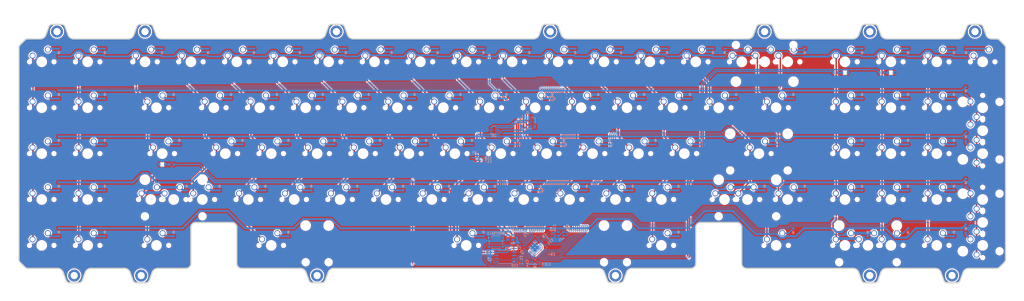
<source format=kicad_pcb>
(kicad_pcb (version 20240108) (generator "pcbnew") (generator_version "8.0")
  (layers (0 "F.Cu" signal) (31 "B.Cu" signal) (34 "B.Paste" user) (35 "F.Paste" user) (36 "B.SilkS" user "B.Silkscreen") (37 "F.SilkS" user "F.Silkscreen") (38 "B.Mask" user) (39 "F.Mask" user) (44 "Edge.Cuts" user))
  (net 0 "")
  (net 1 "Net-(D1-A)")
  (net 2 "Net-(D2-A)")
  (net 3 "Net-(D3-A)")
  (net 4 "Net-(D4-A)")
  (net 5 "Net-(D5-A)")
  (net 6 "Net-(D6-A)")
  (net 7 "Net-(D7-A)")
  (net 8 "Net-(D8-A)")
  (net 9 "Net-(D9-A)")
  (net 10 "Net-(D10-A)")
  (net 11 "Net-(D11-A)")
  (net 12 "Net-(D12-A)")
  (net 13 "Net-(D13-A)")
  (net 14 "Net-(D14-A)")
  (net 15 "Net-(D15-A)")
  (net 16 "Net-(D16-A)")
  (net 17 "Net-(D17-A)")
  (net 18 "Net-(D18-A)")
  (net 19 "Net-(D19-A)")
  (net 20 "Net-(D20-A)")
  (net 21 "Net-(D22-A)")
  (net 22 "Net-(D23-A)")
  (net 23 "Net-(D24-A)")
  (net 24 "Net-(D25-A)")
  (net 25 "Net-(D26-A)")
  (net 26 "Net-(D27-A)")
  (net 27 "Net-(D28-A)")
  (net 28 "Net-(D29-A)")
  (net 29 "Net-(D30-A)")
  (net 30 "Net-(D31-A)")
  (net 31 "Net-(D32-A)")
  (net 32 "Net-(D33-A)")
  (net 33 "Net-(D34-A)")
  (net 34 "Net-(D35-A)")
  (net 35 "Net-(D36-A)")
  (net 36 "Net-(D37-A)")
  (net 37 "Net-(D38-A)")
  (net 38 "Net-(D39-A)")
  (net 39 "Net-(D40-A)")
  (net 40 "Net-(D41-A)")
  (net 41 "Net-(D42-A)")
  (net 42 "Net-(D44-A)")
  (net 43 "Net-(D45-A)")
  (net 44 "Net-(D46-A)")
  (net 45 "Net-(D47-A)")
  (net 46 "Net-(D48-A)")
  (net 47 "Net-(D49-A)")
  (net 48 "Net-(D50-A)")
  (net 49 "Net-(D51-A)")
  (net 50 "Net-(D52-A)")
  (net 51 "Net-(D53-A)")
  (net 52 "Net-(D54-A)")
  (net 53 "Net-(D55-A)")
  (net 54 "Net-(D56-A)")
  (net 55 "Net-(D57-A)")
  (net 56 "Net-(D58-A)")
  (net 57 "Net-(D59-A)")
  (net 58 "Net-(D60-A)")
  (net 59 "Net-(D61-A)")
  (net 60 "Net-(D62-A)")
  (net 61 "Net-(D63-A)")
  (net 62 "Net-(D64-A)")
  (net 63 "Net-(D65-A)")
  (net 64 "Net-(D66-A)")
  (net 65 "Net-(D67-A)")
  (net 66 "Net-(D68-A)")
  (net 67 "Net-(D69-A)")
  (net 68 "Net-(D70-A)")
  (net 69 "Net-(D71-A)")
  (net 70 "Net-(D72-A)")
  (net 71 "Net-(D73-A)")
  (net 72 "Net-(D74-A)")
  (net 73 "Net-(D75-A)")
  (net 74 "Net-(D76-A)")
  (net 75 "Net-(D77-A)")
  (net 76 "Net-(D78-A)")
  (net 77 "Net-(D79-A)")
  (net 78 "Net-(D80-A)")
  (net 79 "Net-(D83-A)")
  (net 80 "Net-(D84-A)")
  (net 81 "Net-(D85-A)")
  (net 82 "Net-(D86-A)")
  (net 83 "Net-(D87-A)")
  (net 84 "Net-(D88-A)")
  (net 85 "Net-(D89-A)")
  (net 86 "Net-(D90-A)")
  (net 87 "Net-(D91-A)")
  (net 88 "Net-(D92-A)")
  (net 89 "Net-(D93-A)")
  (net 90 "Net-(D95-A)")
  (net 91 "Net-(D97-A)")
  (net 92 "GND")
  (net 93 "Net-(BOOTSEL1-Pad2)")
  (net 94 "+3V3")
  (net 95 "+1V1")
  (net 96 "VBUS")
  (net 97 "Net-(U3-XIN)")
  (net 98 "Net-(C16-Pad2)")
  (net 99 "D+")
  (net 100 "D-")
  (net 101 "Net-(U3-USB_DP)")
  (net 102 "Net-(U3-USB_DM)")
  (net 103 "/QSPI_SS")
  (net 104 "Net-(U3-XOUT)")
  (net 105 "/QSPI_SD0")
  (net 106 "/QSPI_SD1")
  (net 107 "/QSPI_SCLK")
  (net 108 "/QSPI_SD2")
  (net 109 "/QSPI_SD3")
  (net 110 "SWCLK")
  (net 113 "SWD")
  (net 116 "Col0")
  (net 117 "Col1")
  (net 118 "Col2")
  (net 119 "Col3")
  (net 120 "Col4")
  (net 121 "Col5")
  (net 122 "Col6")
  (net 123 "Col7")
  (net 124 "Col8")
  (net 125 "Col9")
  (net 126 "Col10")
  (net 127 "Col11")
  (net 128 "Col12")
  (net 129 "Col13")
  (net 130 "Col14")
  (net 131 "Col15")
  (net 132 "Col17")
  (net 133 "Col18")
  (net 134 "Col19")
  (net 135 "Col20")
  (net 136 "Col16")
  (net 137 "Row0")
  (net 138 "Row1")
  (net 139 "Row2")
  (net 140 "Row3")
  (net 141 "Row4")
  (net 142 "Net-(LED1-A)")
  (net 143 "Net-(LED2-A)")
  (net 144 "Net-(LED3-A)")
  (net 145 "CAPS")
  (net 146 "NUM1")
  (net 147 "NUM2")
  (footprint "ScottoKeebs_MX:MX_PCB_1.00u_NoSilkscreen_narrow" (layer "F.Cu") (at 363.025 95.15)
    (property "Reference" "MX77" (hide yes))
    (property "Value" "MX_SW_solder")
  )
  (footprint "ScottoKeebs_Stabilizer:Stabilizer_MX_7.00u" (layer "F.Cu") (at 205.8625 114.2 180)
    (property "Reference" "S7" (hide yes))
    (property "Value" "Space1")
  )
  (footprint "hjcustom:tadpole_hole" (layer "F.Cu") (at 373.339465 25.475001)
    (property "Reference" "H7" (hide yes))
    (property "Value" "MountingHole")
  )
  (footprint "ScottoKeebs_MX:MX_PCB_1.00u_NoSilkscreen_narrow" (layer "F.Cu") (at 339.2125 38)
    (property "Reference" "MX22" (hide yes))
    (property "Value" "MX_SW_solder")
  )
  (footprint "ScottoKeebs_MX:MX_PCB_1.00u_NoSilkscreen_narrow" (layer "F.Cu") (at 272.5375 57.05)
    (property "Reference" "MX35" (hide yes))
    (property "Value" "MX_SW_solder")
  )
  (footprint "ScottoKeebs_MX:MX_PCB_1.00u_NoSilkscreen_narrow" (layer "F.Cu") (at 163 76.1)
    (property "Reference" "MX50" (hide yes))
    (property "Value" "MX_SW_solder")
  )
  (footprint "ScottoKeebs_MX:MX_PCB_1.00u_NoSilkscreen_narrow" (layer "F.Cu") (at 229.675 95.15)
    (property "Reference" "MX72" (hide yes))
    (property "Value" "MX_SW_solder")
  )
  (footprint "ScottoKeebs_MX:MX_PCB_1.00u_NoSilkscreen_narrow" (layer "F.Cu") (at 48.7 114.2)
    (property "Reference" "MX85" (hide yes))
    (property "Value" "MX_SW_solder")
  )
  (footprint "ScottoKeebs_MX:MX_PCB_1.00u_NoSilkscreen_narrow" (layer "F.Cu") (at 29.65 57.05)
    (property "Reference" "MX23" (hide yes))
    (property "Value" "MX_SW_solder")
  )
  (footprint "ScottoKeebs_MX:MX_PCB_1.00u_NoSilkscreen_narrow" (layer "F.Cu") (at 215.3875 57.05)
    (property "Reference" "MX32" (hide yes))
    (property "Value" "MX_SW_solder")
  )
  (footprint "ScottoKeebs_MX:MX_PCB_1.00u_NoSilkscreen_narrow" (layer "F.Cu") (at 74.89375 95.15)
    (property "Reference" "MX94" (hide yes))
    (property "Value" "MX_SW_solder")
  )
  (footprint "ScottoKeebs_MX:MX_PCB_1.00u_NoSilkscreen_narrow" (layer "F.Cu") (at 167.7625 38)
    (property "Reference" "MX8" (hide yes))
    (property "Value" "MX_SW_solder")
  )
  (footprint "ScottoKeebs_MX:MX_PCB_1.00u_NoSilkscreen_narrow" (layer "F.Cu") (at 158.2375 57.05)
    (property "Reference" "MX29" (hide yes))
    (property "Value" "MX_SW_solder")
  )
  (footprint "ScottoKeebs_MX:MX_PCB_1.00u_NoSilkscreen_narrow" (layer "F.Cu") (at 72.5125 38)
    (property "Reference" "MX3" (hide yes))
    (property "Value" "MX_SW_solder")
  )
  (footprint "ScottoKeebs_MX:MX_PCB_1.00u_NoSilkscreen_narrow" (layer "F.Cu") (at 29.65 114.2)
    (property "Reference" "MX84" (hide yes))
    (property "Value" "MX_SW_solder")
  )
  (footprint "ScottoKeebs_MX:MX_PCB_1.00u_NoSilkscreen_narrow" (layer "F.Cu") (at 313.01875 95.15)
    (property "Reference" "MX82" (hide yes))
    (property "Value" "MX_SW_solder")
  )
  (footprint "hjcustom:tadpole_hole" (layer "F.Cu") (at 416.979465 25.465001)
    (property "Reference" "H14" (hide yes))
    (property "Value" "MountingHole")
  )
  (footprint "ScottoKeebs_MX:MX_PCB_1.00u_NoSilkscreen_narrow" (layer "F.Cu") (at 282.0625 38)
    (property "Reference" "MX14" (hide yes))
    (property "Value" "MX_SW_solder")
  )
  (footprint "ScottoKeebs_MX:MX_PCB_1.00u_NoSilkscreen_narrow" (layer "F.Cu") (at 186.8125 38)
    (property "Reference" "MX9" (hide yes))
    (property "Value" "MX_SW_solder")
  )
  (footprint "ScottoKeebs_MX:MX_PCB_1.00u_NoSilkscreen_narrow" (layer "F.Cu") (at 115.375 95.15)
    (property "Reference" "MX66" (hide yes))
    (property "Value" "MX_SW_solder")
  )
  (footprint "ScottoKeebs_MX:MX_PCB_1.00u_NoSilkscreen_narrow" (layer "F.Cu") (at 291.5875 57.05)
    (property "Reference" "MX36" (hide yes))
    (property "Value" "MX_SW_solder")
  )
  (footprint "ScottoKeebs_MX:MX_PCB_1.00u_NoSilkscreen_narrow" (layer "F.Cu") (at 420.175 104.675 90)
    (property "Reference" "MX80" (hide yes))
    (property "Value" "MX_SW_solder")
  )
  (footprint "ScottoKeebs_MX:MX_PCB_1.00u_NoSilkscreen_narrow" (layer "F.Cu") (at 243.9625 38)
    (property "Reference" "MX12" (hide yes))
    (property "Value" "MX_SW_solder")
  )
  (footprint "ScottoKeebs_MX:MX_PCB_1.00u_NoSilkscreen_narrow" (layer "F.Cu") (at 248.725 95.15)
    (property "Reference" "MX73" (hide yes))
    (property "Value" "MX_SW_solder")
  )
  (footprint "hjcustom:tadpole_hole" (layer "F.Cu") (at 72.499465 25.460379)
    (property "Reference" "H12" (hide yes))
    (property "Value" "MountingHole")
  )
  (footprint "ScottoKeebs_MX:MX_PCB_1.00u_NoSilkscreen_narrow" (layer "F.Cu") (at 401.125 114.2)
    (property "Reference" "MX92" (hide yes))
    (property "Value" "MX_SW_solder")
  )
  (footprint "ScottoKeebs_MX:MX_PCB_1.00u_NoSilkscreen_narrow" (layer "F.Cu") (at 382.075 76.1)
    (property "Reference" "MX60" (hide yes))
    (property "Value" "MX_SW_solder")
  )
  (footprint "ScottoKeebs_MX:MX_PCB_1.00u_NoSilkscreen_narrow" (layer "F.Cu") (at 420.175 114.2 90)
    (property "Reference" "MX93" (hide yes))
    (property "Value" "MX_SW_solder")
  )
  (footprint "ScottoKeebs_Stabilizer:Stabilizer_MX_8.00u" (layer "F.Cu") (at 205.8625 114.2 180)
    (property "Reference" "S8" (hide yes))
    (property "Value" "Space2")
  )
  (footprint "ScottoKeebs_Stabilizer:Stabilizer_MX_2.00u" (layer "F.Cu") (at 84.41875 95.15 180)
    (property "Reference" "S1" (hide yes))
    (property "Value" "Lshift")
  )
  (footprint "ScottoKeebs_Stabilizer:Stabilizer_MX_2.00u" (layer "F.Cu") (at 420.175 66.575 -90)
    (property "Reference" "S5" (hide yes))
    (property "Value" "Plus")
  )
  (footprint "ScottoKeebs_MX:MX_PCB_1.00u_NoSilkscreen_narrow" (layer "F.Cu") (at 420.175 38)
    (property "Reference" "MX20" (hide yes))
    (property "Value" "MX_SW_solder")
  )
  (footprint "ScottoKeebs_MX:MX_PCB_1.00u_NoSilkscreen_narrow" (layer "F.Cu") (at 29.65 95.15)
    (property "Reference" "MX63" (hide yes))
    (property "Value" "MX_SW_solder")
  )
  (footprint "ScottoKeebs_MX:MX_PCB_1.00u_NoSilkscreen_narrow" (layer "F.Cu") (at 363.025 38)
    (property "Reference" "MX17" (hide yes))
    (property "Value" "MX_SW_solder")
  )
  (footprint "ScottoKeebs_MX:MX_PCB_1.00u_NoSilkscreen_narrow" (layer "F.Cu") (at 401.125 76.1)
    (property "Reference" "MX61" (hide yes))
    (property "Value" "MX_SW_solder")
  )
  (footprint "ScottoKeebs_MX:MX_PCB_1.00u_NoSilkscreen_narrow" (layer "F.Cu") (at 134.425 95.15)
    (property "Reference" "MX67" (hide yes))
    (property "Value" "MX_SW_solder")
  )
  (footprint "ScottoKeebs_MX:MX_PCB_1.00u_NoSilkscreen_narrow" (layer "F.Cu") (at 29.65 38)
    (property "Reference" "MX1" (hide yes))
    (property "Value" "MX_SW_solder")
  )
  (footprint "ScottoKeebs_MX:MX_PCB_1.00u_NoSilkscreen_narrow" (layer "F.Cu") (at 239.2 76.1)
    (property "Reference" "MX54" (hide yes))
    (property "Value" "MX_SW_solder")
  )
  (footprint "ScottoKeebs_MX:MX_PCB_1.00u_NoSilkscreen_narrow" (layer "F.Cu") (at 382.075 57.05)
    (property "Reference" "MX40" (hide yes))
    (property "Value" "MX_SW_solder")
  )
  (footprint "hjcustom:tadpole_hole" (layer "F.Cu") (at 407.454767 126.700379)
    (property "Reference" "H8" (hide yes))
    (property "Value" "MountingHole")
  )
  (footprint "ScottoKeebs_MX:MX_PCB_1.00u_NoSilkscreen_narrow" (layer "F.Cu") (at 79.65625 76.1)
    (property "Reference" "MX46" (hide yes))
    (property "Value" "MX_SW_solder")
  )
  (footprint "ScottoKeebs_MX:MX_PCB_1.00u_NoSilkscreen_narrow" (layer "F.Cu") (at 310.6375 57.05)
    (property "Reference" "MX37" (hide yes))
    (property "Value" "MX_SW_solder")
  )
  (footprint "ScottoKeebs_MX:MX_PCB_1.00u_NoSilkscreen_narrow" (layer "F.Cu") (at 129.6625 38)
    (property "Reference" "MX6" (hide yes))
    (property "Value" "MX_SW_solder")
  )
  (footprint "ScottoKeebs_MX:MX_PCB_1.00u_NoSilkscreen_narrow" (layer "F.Cu") (at 191.575 95.15)
    (property "Reference" "MX70" (hide yes))
    (property "Value" "MX_SW_solder")
  )
  (footprint "ScottoKeebs_MX:MX_PCB_1.00u_NoSilkscreen_narrow" (layer "F.Cu") (at 401.125 57.05)
    (property "Reference" "MX41" (hide yes))
    (property "Value" "MX_SW_solder")
  )
  (footprint "ScottoKeebs_MX:MX_PCB_1.00u_NoSilkscreen_narrow" (layer "F.Cu") (at 96.325 95.15)
    (property "Reference" "MX95" (hide yes))
    (property "Value" "MX_SW_solder")
  )
  (footprint "ScottoKeebs_MX:MX_PCB_1.00u_NoSilkscreen_narrow" (layer "F.Cu") (at 29.65 76.1)
    (property "Reference" "MX44" (hide yes))
    (property "Value" "MX_SW_solder")
  )
  (footprint "ScottoKeebs_MX:MX_PCB_1.00u_NoSilkscreen_narrow" (layer "F.Cu") (at 267.775 95.15)
    (property "Reference" "MX74" (hide yes))
    (property "Value" "MX_SW_solder")
  )
  (footprint "ScottoKeebs_MX:MX_PCB_1.00u_NoSilkscreen_narrow" (layer "F.Cu") (at 210.625 95.15)
    (property "Reference" "MX71" (hide yes))
    (property "Value" "MX_SW_solder")
  )
  (footprint "ScottoKeebs_Stabilizer:Stabilizer_MX_2.00u" (layer "F.Cu") (at 327.30625 76.1 180)
    (property "Reference" "S4" (hide yes))
    (property "Value" "Enter")
  )
  (footprint "hjcustom:tadpole_hole" (layer "F.Cu") (at 373.319465 126.710379)
    (property "Reference" "H2" (hide yes))
    (property "Value" "MountingHole")
  )
  (footprint "ScottoKeebs_MX:MX_PCB_1.00u_NoSilkscreen_narrow" (layer "F.Cu") (at 296.35 76.1)
    (property "Reference" "MX57" (hide yes))
    (property "Value" "MX_SW_solder")
  )
  (footprint "ScottoKeebs_MX:MX_PCB_1.00u_NoSilkscreen_narrow" (layer "F.Cu") (at 320.1625 38)
    (property "Reference" "MX21" (hide yes))
    (property "Value" "MX_SW_solder")
  )
  (footprint "ScottoKeebs_MX:MX_PCB_1.00u_NoSilkscreen_narrow" (layer "F.Cu") (at 124.9 114.2)
    (property "Reference" "MX87" (hide yes))
    (property "Value" "MX_SW_solder")
  )
  (footprint "ScottoKeebs_MX:MX_PCB_1.00u_NoSilkscreen_narrow" (layer "F.Cu") (at 322.54375 95.15)
    (property "Reference" "MX76" (hide yes))
    (property "Value" "MX_SW_solder")
  )
  (footprint "ScottoKeebs_MX:MX_PCB_1.00u_NoSilkscreen_narrow" (layer "F.Cu") (at 382.075 95.15)
    (property "Reference" "MX78" (hide yes))
    (property "Value" "MX_SW_solder")
  )
  (footprint "ScottoKeebs_MX:MX_PCB_1.00u_NoSilkscreen_narrow" (layer "F.Cu") (at 196.3375 57.05)
    (property "Reference" "MX31" (hide yes))
    (property "Value" "MX_SW_solder")
  )
  (footprint "ScottoKeebs_MX:MX_PCB_1.00u_NoSilkscreen_narrow" (layer "F.Cu") (at 201.1 76.1)
    (property "Reference" "MX52" (hide yes))
    (property "Value" "MX_SW_solder")
  )
  (footprint "ScottoKeebs_MX:MX_PCB_1.00u_NoSilkscreen_narrow" (layer "F.Cu") (at 224.9125 38)
    (property "Reference" "MX11" (hide yes))
    (property "Value" "MX_SW_solder")
  )
  (footprint "ScottoKeebs_MX:MX_PCB_1.00u_NoSilkscreen_narrow" (layer "F.Cu") (at 420.175 95.15 90)
    (property "Reference" "MX81" (hide yes))
    (property "Value" "MX_SW_solder")
  )
  (footprint "ScottoKeebs_MX:MX_PCB_1.00u_NoSilkscreen_narrow" (layer "F.Cu") (at 177.2875 57.05)
    (property "Reference" "MX30" (hide yes))
    (property "Value" "MX_SW_solder")
  )
  (footprint "hjcustom:tadpole_hole" (layer "F.Cu") (at 143.939465 126.705001)
    (property "Reference" "H5" (hide yes))
    (property "Value" "MountingHole")
  )
  (footprint "ScottoKeebs_Stabilizer:Stabilizer_MX_2.00u" (layer "F.Cu") (at 372.55 114.2 180)
    (property "Reference" "S9" (hide yes))
    (property "Value" "0")
  )
  (footprint "ScottoKeebs_MX:MX_PCB_1.00u_NoSilkscreen_narrow" (layer "F.Cu") (at 48.7 95.15)
    (property "Reference" "MX64" (hide yes))
    (property "Value" "MX_SW_solder")
  )
  (footprint "ScottoKeebs_MX:MX_PCB_1.00u_NoSilkscreen_narrow" (layer "F.Cu") (at 253.4875 57.05)
    (property "Reference" "MX34" (hide yes))
    (property "Value" "MX_SW_solder")
  )
  (footprint "ScottoKeebs_MX:MX_PCB_1.00u_NoSilkscreen_narrow" (layer "F.Cu") (at 286.825 114.2)
    (property "Reference" "MX89" (hide yes))
    (property "Value" "MX_SW_solder")
  )
  (footprint "ScottoKeebs_MX:MX_PCB_1.00u_NoSilkscreen_narrow" (layer "F.Cu") (at 363.025 57.05)
    (property "Reference" "MX39" (hide yes))
    (property "Value" "MX_SW_solder")
  )
  (footprint "ScottoKeebs_MX:MX_PCB_1.00u_NoSilkscreen_narrow" (layer "F.Cu") (at 363.025 114.2)
    (property "Reference" "MX96" (hide yes))
    (property "Value" "MX_SW_solder")
  )
  (footprint "ScottoKeebs_MX:MX_PCB_1.00u_NoSilkscreen_narrow" (layer "F.Cu") (at 110.6125 38)
    (property "Reference" "MX5" (hide yes))
    (property "Value" "MX_SW_solder")
  )
  (footprint "ScottoKeebs_MX:MX_PCB_1.00u_NoSilkscreen_narrow" (layer "F.Cu") (at 91.5625 38)
    (property "Reference" "MX4" (hide yes))
    (property "Value" "MX_SW_solder")
  )
  (footprint "ScottoKeebs_MX:MX_PCB_1.00u_NoSilkscreen_narrow" (layer "F.Cu") (at 101.0875 57.05)
    (property "Reference" "MX26" (hide yes))
    (property "Value" "MX_SW_solder")
  )
  (footprint "ScottoKeebs_MX:MX_PCB_1.00u_NoSilkscreen_narrow" (layer "F.Cu") (at 420.175 76.1 90)
    (property "Reference" "MX62" (hide yes))
    (property "Value" "MX_SW_solder")
  )
  (footprint "hjcustom:tadpole_hole" (layer "F.Cu") (at 151.954767 25.460379)
    (property "Reference" "H6" (hide yes))
    (property "Value" "MountingHole")
  )
  (footprint "ScottoKeebs_MX:MX_PCB_1.00u_NoSilkscreen_narrow" (layer "F.Cu") (at 263.0125 38)
    (property "Reference" "MX13" (hide yes))
    (property "Value" "MX_SW_solder")
  )
  (footprint "ScottoKeebs_MX:MX_PCB_1.00u_NoSilkscreen_narrow" (layer "F.Cu") (at 401.125 95.15)
    (property "Reference" "MX79" (hide yes))
    (property "Value" "MX_SW_solder")
  )
  (footprint "ScottoKeebs_Stabilizer:Stabilizer_MX_2.00u" (layer "F.Cu") (at 420.175 104.675 -90)
    (property "Reference" "S6" (hide yes))
    (property "Value" "Penter")
  )
  (footprint "ScottoKeebs_MX:MX_PCB_1.00u_NoSilkscreen_narrow" (layer "F.Cu") (at 220.15 76.1)
    (property "Reference" "MX53" (hide yes))
    (property "Value" "MX_SW_solder")
  )
  (footprint "ScottoKeebs_MX:MX_PCB_1.00u_NoSilkscreen_narrow" (layer "F.Cu") (at 205.8625 38)
    (property "Reference" "MX10" (hide yes))
    (property "Value" "MX_SW_solder")
  )
  (footprint "ScottoKeebs_MX:MX_PCB_1.00u_NoSilkscreen_narrow" (layer "F.Cu") (at 48.7 38)
    (property "Reference" "MX2" (hide yes))
    (property "Value" "MX_SW_solder")
  )
  (footprint "ScottoKeebs_MX:MX_PCB_1.00u_NoSilkscreen_narrow" (layer "F.Cu") (at 48.7 57.05)
    (property "Reference" "MX24" (hide yes))
    (property "Value" "MX_SW_solder")
  )
  (footprint "ScottoKeebs_MX:MX_PCB_1.00u_NoSilkscreen_narrow" (layer "F.Cu") (at 420.175 66.575 90)
    (property "Reference" "MX42" (hide yes))
    (property "Value" "MX_SW_solder")
  )
  (footprint "ScottoKeebs_MX:MX_PCB_1.00u_NoSilkscreen_narrow" (layer "F.Cu") (at 258.25 76.1)
    (property "Reference" "MX55" (hide yes))
    (property "Value" "MX_SW_solder")
  )
  (footprint "ScottoKeebs_MX:MX_PCB_1.00u_NoSilkscreen_narrow" (layer "F.Cu") (at 334.45 57.05)
    (property "Reference" "MX38" (hide yes))
    (property "Value" "MX_SW_solder")
  )
  (footprint "ScottoKeebs_MX:MX_PCB_1.00u_NoSilkscreen_narrow" (layer "F.Cu") (at 329.6875 38)
    (property "Reference" "MX16" (hide yes))
    (property "Value" "MX_SW_solder")
  )
  (footprint "ScottoKeebs_MX:MX_PCB_1.00u_NoSilkscreen_narrow" (layer "F.Cu") (at 277.3 76.1)
    (property "Reference" "MX56" (hide yes))
    (property "Value" "MX_SW_solder")
  )
  (footprint "ScottoKeebs_MX:MX_PCB_1.00u_NoSilkscreen_narrow" (layer "F.Cu") (at 77.275 57.05)
    (property "Reference" "MX25" (hide yes))
    (property "Value" "MX_SW_solder")
  )
  (footprint "hjcustom:tadpole_hole" (layer "F.Cu") (at 43.119465 126.705001)
    (property "Reference" "H3" (hide yes))
    (property "Value" "MountingHole")
  )
  (footprint "hjcustom:tadpole_hole" (layer "F.Cu") (at 240.674767 25.450379)
    (property "Reference" "H13" (hide yes))
    (property "Value" "MountingHole")
  )
  (footprint "ScottoKeebs_MX:MX_PCB_1.00u_NoSilkscreen_narrow" (layer "F.Cu") (at 120.1375 57.05)
    (property "Reference" "MX27" (hide yes))
    (property "Value" "MX_SW_solder")
  )
  (footprint "ScottoKeebs_MX:MX_PCB_1.00u_NoSilkscreen_narrow" (layer "F.Cu") (at 143.95 76.1)
    (property "Reference" "MX49" (hide yes))
    (property "Value" "MX_SW_solder")
  )
  (footprint "hjcustom:tadpole_hole" (layer "F.Cu") (at 70.909465 126.720379)
    (property "Reference" "H4" (hide yes))
    (property "Value" "MountingHole")
  )
  (footprint "ScottoKeebs_MX:MX_PCB_1.00u_NoSilkscreen_narrow" (layer "F.Cu") (at 363.025 76.1)
    (property "Reference" "MX59" (hide yes))
    (property "Value" "MX_SW_solder")
  )
  (footprint "ScottoKeebs_MX:MX_PCB_1.00u_NoSilkscreen_narrow" (layer "F.Cu") (at 105.85 76.1)
    (property "Reference" "MX47" (hide yes))
    (property "Value" "MX_SW_solder")
  )
  (footprint "ScottoKeebs_MX:MX_PCB_1.00u_NoSilkscreen_narrow" (layer "F.Cu") (at 124.9 76.1)
    (property "Reference" "MX48" (hide yes))
    (property "Value" "MX_SW_solder")
  )
  (footprint "ScottoKeebs_MX:MX_PCB_1.00u_NoSilkscreen_narrow" (layer "F.Cu") (at 48.7 76.1)
    (property "Reference" "MX45" (hide yes))
    (property "Value" "MX_SW_solder")
  )
  (footprint "ScottoKeebs_MX:MX_PCB_1.00u_NoSilkscreen_narrow" (layer "F.Cu") (at 382.075 38)
    (property "Reference" "MX18" (hide yes))
    (property "Value" "MX_SW_solder")
  )
  (footprint "ScottoKeebs_Stabilizer:Stabilizer_MX_2.00u" (layer "F.Cu") (at 322.54375 95.15 180)
    (property "Reference" "S2" (hide yes))
    (property "Value" "Rshift")
  )
  (footprint "ScottoKeebs_MX:MX_PCB_1.00u_NoSilkscreen_narrow" (layer "F.Cu") (at 339.2125 95.15)
    (property "Reference" "MX83" (hide yes))
    (property "Value" "MX_SW_solder")
  )
  (footprint "ScottoKeebs_MX:MX_PCB_1.00u_NoSilkscreen_narrow" (layer "F.Cu") (at 327.30625 76.1)
    (property "Reference" "MX58" (hide yes))
    (property "Value" "MX_SW_solder")
  )
  (footprint "ScottoKeebs_Stabilizer:Stabilizer_MX_2.00u" (layer "F.Cu") (at 329.6875 38)
    (property "Reference" "S3" (hide yes))
    (property "Value" "Bspace")
  )
  (footprint "ScottoKeebs_MX:MX_PCB_1.00u_NoSilkscreen_narrow" (layer "F.Cu") (at 172.525 95.15)
    (property "Reference" "MX69" (hide yes))
    (property "Value" "MX_SW_solder")
  )
  (footprint "ScottoKeebs_MX:MX_PCB_1.00u_NoSilkscreen_narrow" (layer "F.Cu") (at 205.8625 114.2)
    (property "Reference" "MX88" (hide yes))
    (property "Value" "MX_SW_solder")
  )
  (footprint "ScottoKeebs_MX:MX_PCB_1.00u_NoSilkscreen_narrow" (layer "F.Cu") (at 234.4375 57.05)
    (property "Reference" "MX33" (hide yes))
    (property "Value" "MX_SW_solder")
  )
  (footprint "ScottoKeebs_MX:MX_PCB_1.00u_NoSilkscreen_narrow" (layer "F.Cu") (at 420.175 57.05 90)
    (property "Reference" "MX43" (hide yes))
    (property "Value" "MX_SW_solder")
  )
  (footprint "ScottoKeebs_MX:MX_PCB_1.00u_NoSilkscreen_narrow" (layer "F.Cu") (at 153.475 95.15)
    (property "Reference" "MX68" (hide yes))
    (property "Value" "MX_SW_solder")
  )
  (footprint "ScottoKeebs_MX:MX_PCB_1.00u_NoSilkscreen_narrow" (layer "F.Cu") (at 148.7125 38)
    (property "Reference" "MX7" (hide yes))
    (property "Value" "MX_SW_solder")
  )
  (footprint "ScottoKeebs_MX:MX_PCB_1.00u_NoSilkscreen_narrow" (layer "F.Cu") (at 182.05 76.1)
    (property "Reference" "MX51" (hide yes))
    (property "Value" "MX_SW_solder")
  )
  (footprint "ScottoKeebs_MX:MX_PCB_1.00u_NoSilkscreen_narrow" (layer "F.Cu") (at 382.075 114.2)
    (property "Reference" "MX97" (hide yes))
    (property "Value" "MX_SW_solder")
  )
  (footprint "ScottoKeebs_MX:MX_PCB_1.00u_NoSilkscreen_narrow" (layer "F.Cu") (at 77.275 114.2)
    (property "Reference" "MX86" (hide yes))
    (property "Value" "MX_SW_solder")
  )
  (footprint "hjcustom:tadpole_hole" (layer "F.Cu") (at 35.989465 25.450379)
    (property "Reference" "H11" (hide yes))
    (property "Value" "MountingHole")
  )
  (footprint "ScottoKeebs_MX:MX_PCB_1.00u_NoSilkscreen_narrow" (layer "F.Cu") (at 286.825 95.15)
    (property "Reference" "MX75" (hide yes))
    (property "Value" "MX_SW_solder")
  )
  (footprint "ScottoKeebs_MX:MX_PCB_1.00u_NoSilkscreen_narrow" (layer "F.Cu") (at 84.41875 95.15)
    (property "Reference" "MX65" (hide yes))
    (property "Value" "MX_SW_solder")
  )
  (footprint "hjcustom:tadpole_hole" (layer "F.Cu") (at 267.749465 126.715001)
    (property "Reference" "H10" (hide yes))
    (property "Value" "MountingHole")
  )
  (footprint "ScottoKeebs_MX:MX_PCB_1.00u_NoSilkscreen_narrow" (layer "F.Cu") (at 301.1125 38)
    (property "Reference" "MX15" (hide yes))
    (property "Value" "MX_SW_solder")
  )
  (footprint "ScottoKeebs_MX:MX_PCB_1.00u_NoSilkscreen_narrow" (layer "F.Cu") (at 334.45 114.2)
    (property "Reference" "MX90" (hide yes))
    (property "Value" "MX_SW_solder")
  )
  (footprint "ScottoKeebs_MX:MX_PCB_1.00u_NoSilkscreen_narrow" (layer "F.Cu") (at 139.1875 57.05)
    (property "Reference" "MX28" (hide yes))
    (property "Value" "MX_SW_solder")
  )
  (footprint "ScottoKeebs_MX:MX_PCB_1.00u_NoSilkscreen_narrow" (layer "F.Cu") (at 372.55 114.2)
    (property "Reference" "MX91" (hide yes))
    (property "Value" "MX_SW_solder")
  )
  (footprint "hjcustom:tadpole_hole" (layer "F.Cu") (at 329.669465 25.455001)
    (property "Reference" "H1" (hide yes))
    (property "Value" "MountingHole")
  )
  (footprint "ScottoKeebs_MX:MX_PCB_1.00u_NoSilkscreen_narrow" (layer "F.Cu") (at 401.125 38)
    (property "Reference" "MX19" (hide yes))
    (property "Value" "MX_SW_solder")
  )
  (footprint "ScottoKeebs_Components:Diode_SOD-123_noref" (layer "B.Cu") (at 108.1875 51.6 -90)
    (property "Reference" "D26" (hide yes))
    (property "Value" "D_Small")
  )
  (footprint "ScottoKeebs_Components:Diode_SOD-123_noref" (layer "B.Cu") (at 313.075 34.15 90)
    (property "Reference" "D16" (hide yes))
    (property "Value" "D_Small")
  )
  (footprint "RP2040_minimal:RP2040-QFN-56" (layer "B.Cu") (at 234.343585 115.095056 -45)
    (property "Reference" "U3")
    (property "Value" "RP2040")
  )
  (footprint "ScottoKeebs_Components:Diode_SOD-123_noref" (layer "B.Cu") (at 55.8 51.6 -90)
    (property "Reference" "D24" (hide yes))
    (property "Value" "D_Small")
  )
  (footprint "Capacitor_SMD:C_0402_1005Metric" (layer "B.Cu") (at 228.05 121.4 -90)
    (property "Reference" "C10")
    (property "Value" "100n")
  )
  (footprint "ScottoKeebs_Components:Diode_SOD-123_noref" (layer "B.Cu") (at 389.175 70.65 -90)
    (property "Reference" "D60" (hide yes))
    (property "Value" "D_Small")
  )
  (footprint "ScottoKeebs_Components:Diode_SOD-123_noref" (layer "B.Cu") (at 293.925 89.7 -90)
    (property "Reference" "D75" (hide yes))
    (property "Value" "D_Small")
  )
  (footprint "ScottoKeebs_Components:Diode_SOD-123_noref" (layer "B.Cu") (at 208.2 70.65 -90)
    (property "Reference" "D52" (hide yes))
    (property "Value" "D_Small")
  )
  (footprint "ScottoKeebs_Components:Diode_SOD-123_noref" (layer "B.Cu") (at 146.2875 51.6 -90)
    (property "Reference" "D28" (hide yes))
    (property "Value" "D_Small")
  )
  (footprint "ScottoKeebs_Components:Diode_SOD-123_noref" (layer "B.Cu") (at 284.4 70.65 -90)
    (property "Reference" "D56" (hide yes))
    (property "Value" "D_Small")
  )
  (footprint "Resistor_SMD:R_0402_1005Metric" (layer "B.Cu") (at 241.24714 109.425 -90)
    (property "Reference" "R5")
    (property "Value" "1k")
  )
  (footprint "ScottoKeebs_Components:Diode_SOD-123_noref" (layer "B.Cu") (at 279.6375 51.6 -90)
    (property "Reference" "D35" (hide yes))
    (property "Value" "D_Small")
  )
  (footprint "ScottoKeebs_Components:Diode_SOD-123_noref" (layer "B.Cu") (at 89.775 89.7 -90)
    (property "Reference" "D65" (hide yes))
    (property "Value" "D_Small")
  )
  (footprint "ScottoKeebs_Components:Diode_SOD-123_noref" (layer "B.Cu") (at 413.275 34.15 90)
    (property "Reference" "D20" (hide yes))
    (property "Value" "D_Small")
  )
  (footprint "ScottoKeebs_Components:Diode_SOD-123_noref" (layer "B.Cu") (at 270.1125 34.15 90)
    (property "Reference" "D13" (hide yes))
    (property "Value" "D_Small")
  )
  (footprint "Capacitor_SMD:C_0402_1005Metric" (layer "B.Cu") (at 229.175 121.4 90)
    (property "Reference" "C1")
    (property "Value" "100n")
  )
  (footprint "Capacitor_SMD:C_0402_1005Metric" (layer "B.Cu") (at 236.45 121.525 90)
    (property "Reference" "C2")
    (property "Value" "100n")
  )
  (footprint "ScottoKeebs_Components:Diode_SOD-123_noref" (layer "B.Cu") (at 79.6125 34.15 90)
    (property "Reference" "D3" (hide yes))
    (property "Value" "D_Small")
  )
  (footprint "ScottoKeebs_Components:Diode_SOD-123_noref" (layer "B.Cu") (at 370.125 70.65 -90)
    (property "Reference" "D59" (hide yes))
    (property "Value" "D_Small")
  )
  (footprint "ScottoKeebs_Components:Diode_SOD-123_noref" (layer "B.Cu") (at 389.175 108.75 90)
    (property "Reference" "D97" (hide yes))
    (property "Value" "D_Small")
  )
  (footprint "ScottoKeebs_Components:Diode_SOD-123_noref" (layer "B.Cu") (at 160.575 89.7 -90)
    (property "Reference" "D68" (hide yes))
    (property "Value" "D_Small")
  )
  (footprint "Capacitor_SMD:C_0402_1005Metric" (layer "B.Cu") (at 232.35 121.525 -90)
    (property "Reference" "C14")
    (property "Value" "1u")
  )
  (footprint "ScottoKeebs_Components:Diode_SOD-123_noref" (layer "B.Cu") (at 413.175 88.15 -90)
    (property "Reference" "D80" (hide yes))
    (property "Value" "D_Small")
  )
  (footprint "ScottoKeebs_Components:Diode_SOD-123_noref" (layer "B.Cu") (at 98.6625 34.15 90)
    (property "Reference" "D4" (hide yes))
    (property "Value" "D_Small")
  )
  (footprint "Capacitor_SMD:C_0805_2012Metric" (layer "B.Cu") (at 223.175 110.9 -90)
    (property "Reference" "R7")
    (property "Value" "5.1")
  )
  (footprint "ScottoKeebs_Components:Diode_SOD-123_noref" (layer "B.Cu") (at 151.05 70.65 -90)
    (property "Reference" "D49" (hide yes))
    (property "Value" "D_Small")
  )
  (footprint "hjcustom:KT-0805W" (layer "B.Cu") (at 363.025 42.5 180)
    (property "Reference" "LED2" (hide yes))
    (property "Value" "LED")
    (fp_poly (pts (xy 0.7 -0.7) (xy -0.7 -0.7) (xy -0.7 0.7) (xy 0.7 0.7)) (stroke (width 0.05)) (fill none) (layer "Edge.Cuts"))
  )
  (footprint "ScottoKeebs_Components:Diode_SOD-123_noref" (layer "B.Cu") (at 408.225 70.65 -90)
    (property "Reference" "D61" (hide yes))
    (property "Value" "D_Small")
  )
  (footprint "ScottoKeebs_Components:Diode_SOD-123_noref" (layer "B.Cu") (at 136.7625 34.15 90)
    (property "Reference" "D6" (hide yes))
    (property "Value" "D_Small")
  )
  (footprint "ScottoKeebs_Components:Diode_SOD-123_noref" (layer "B.Cu") (at 346.3125 89.7 -90)
    (property "Reference" "D83" (hide yes))
    (property "Value" "D_Small")
  )
  (footprint "Capacitor_SMD:C_0402_1005Metric" (layer "B.Cu") (at 231.475 109.8 -90)
    (property "Reference" "C4")
    (property "Value" "100n")
  )
  (footprint "ScottoKeebs_Components:Diode_SOD-123_noref" (layer "B.Cu") (at 413.175 107.2 -90)
    (property "Reference" "D93" (hide yes))
    (property "Value" "D_Small")
  )
  (footprint "ScottoKeebs_Components:Diode_SOD-123_noref" (layer "B.Cu") (at 55.8 108.75 -90)
    (property "Reference" "D85" (hide yes))
    (property "Value" "D_Small")
  )
  (footprint "ScottoKeebs_Components:Diode_SOD-123_noref" (layer "B.Cu") (at 298.6875 51.6 -90)
    (property "Reference" "D36" (hide yes))
    (property "Value" "D_Small")
  )
  (footprint "ScottoKeebs_Components:Diode_SOD-123_noref" (layer "B.Cu") (at 334.40625 70.65 -90)
    (property "Reference" "D58" (hide yes))
    (property "Value" "D_Small")
  )
  (footprint "ScottoKeebs_Components:Diode_SOD-123_noref" (layer "B.Cu") (at 36.75 108.75 -90)
    (property "Reference" "D84" (hide yes))
    (property "Value" "D_Small")
  )
  (footprint "ScottoKeebs_Components:Diode_SOD-123_noref" (layer "B.Cu") (at 241.5375 51.6 -90)
    (property "Reference" "D33" (hide yes))
    (property "Value" "D_Small")
  )
  (footprint "ScottoKeebs_Components:Diode_SOD-123_noref" (layer "B.Cu") (at 389.175 34.15 90)
    (property "Reference" "D18" (hide yes))
    (property "Value" "D_Small")
  )
  (footprint "Package_SO:SOIC-8_5.23x5.23mm_P1.27mm" (layer "B.Cu") (at 222.025 119.025 180)
    (property "Reference" "U2")
    (property "Value" "W25Q128JVS")
  )
  (footprint "Resistor_SMD:R_0402_1005Metric" (layer "B.Cu") (at 225.05 115.475)
    (property "Reference" "R3")
    (property "Value" "10k")
  )
  (footprint "Capacitor_SMD:C_0402_1005Metric" (layer "B.Cu") (at 242.44714 109.425 90)
    (property "Reference" "C16")
    (property "Value" "15p")
  )
  (footprint "ScottoKeebs_Components:Diode_SOD-123_noref" (layer "B.Cu") (at 203.4375 51.6 -90)
    (property "Reference" "D31" (hide yes))
    (property "Value" "D_Small")
  )
  (footprint "ScottoKeebs_Components:Diode_SOD-123_noref" (layer "B.Cu") (at 36.75 34.15 90)
    (property "Reference" "D1" (hide yes))
    (property "Value" "D_Small")
  )
  (footprint "ScottoKeebs_Components:Diode_SOD-123_noref" (layer "B.Cu") (at 370.125 89.7 -90)
    (property "Reference" "D77" (hide yes))
    (property "Value" "D_Small")
  )
  (footprint "ScottoKeebs_Components:Diode_SOD-123_noref" (layer "B.Cu") (at 55.8 70.65 -90)
    (property "Reference" "D45" (hide yes))
    (property "Value" "D_Small")
  )
  (footprint "hjcustom:Oscillator_SMD_EuroQuartz_XO32-4Pin_3.2x2.5mm" (layer "B.Cu") (at 245.125 109.425 90)
    (property "Reference" "Y1")
    (property "Value" "ABM8-272-T3")
  )
  (footprint "ScottoKeebs_Components:Diode_SOD-123_noref" (layer "B.Cu") (at 370.125 34.15 90)
    (property "Reference" "D17" (hide yes))
    (property "Value" "D_Small")
  )
  (footprint "ScottoKeebs_Components:Diode_SOD-123_noref" (layer "B.Cu") (at 413.175 50.05 -90)
    (property "Reference" "D42" (hide yes))
    (property "Value" "D_Small")
  )
  (footprint "ScottoKeebs_Components:Diode_SOD-123_noref" (layer "B.Cu") (at 329.64375 89.7 -90)
    (property "Reference" "D76" (hide yes))
    (property "Value" "D_Small")
  )
  (footprint "Capacitor_SMD:C_0805_2012Metric" (layer "B.Cu") (at 225.225 110.9 -90)
    (property "Reference" "R6")
    (property "Value" "5.1")
  )
  (footprint "ScottoKeebs_Components:Diode_SOD-123_noref" (layer "B.Cu") (at 112.95 70.65 -90)
    (property "Reference" "D47" (hide yes))
    (property "Value" "D_Small")
  )
  (footprint "ScottoKeebs_Components:Diode_SOD-123_noref" (layer "B.Cu") (at 232.0125 34.15 90)
    (property "Reference" "D11" (hide yes))
    (property "Value" "D_Small")
  )
  (footprint "Capacitor_SMD:C_0402_1005Metric" (layer "B.Cu") (at 212.425 78.825)
    (property "Reference" "C17")
    (property "Value" "1uF")
  )
  (footprint "ScottoKeebs_Components:Diode_SOD-123_noref" (layer "B.Cu") (at 341.55 108.75 90)
    (property "Reference" "D90" (hide yes))
    (property "Value" "D_Small")
  )
  (footprint "ScottoKeebs_Components:Diode_SOD-123_noref" (layer "B.Cu") (at 251.0625 34.15 90)
    (property "Reference" "D12" (hide yes))
    (property "Value" "D_Small")
  )
  (footprint "ScottoKeebs_Components:Diode_SOD-123_noref" (layer "B.Cu") (at 408.225 34.15 90)
    (property "Reference" "D19" (hide yes))
    (property "Value" "D_Small")
  )
  (footprint "Capacitor_SMD:C_0402_1005Metric" (layer "B.Cu") (at 239.02168 111.003751 -135)
    (property "Reference" "C6")
    (property "Value" "100n")
  )
  (footprint "ScottoKeebs_Components:Diode_SOD-123_noref" (layer "B.Cu") (at 55.8 34.15 90)
    (property "Reference" "D2" (hide yes))
    (property "Value" "D_Small")
  )
  (footprint "Resistor_SMD:R_0805_2012Metric" (layer "B.Cu") (at 83.51625 80.6 180)
    (property "Reference" "R1" (hide yes))
    (property "Value" "R_Small")
  )
  (footprint "ScottoKeebs_Components:Diode_SOD-123_noref" (layer "B.Cu") (at 346.3125 34.15 90)
    (property "Reference" "D22" (hide yes))
    (property "Value" "D_Small")
  )
  (footprint "ScottoKeebs_Components:Diode_SOD-123_noref" (layer "B.Cu") (at 117.7125 34.15 90)
    (property "Reference" "D5" (hide yes))
    (property "Value" "D_Small")
  )
  (footprint "Package_TO_SOT_SMD:SOT-23" (layer "B.Cu") (at 209.275 77.8625 180)
    (property "Reference" "U4")
    (property "Value" "XC6206PxxxMR")
  )
  (footprint "ScottoKeebs_Components:Diode_SOD-123_noref" (layer "B.Cu") (at 274.875 89.7 -90)
    (property "Reference" "D74" (hide yes))
    (property "Value" "D_Small")
  )
  (footprint "ScottoKeebs_Components:Diode_SOD-123_noref" (layer "B.Cu") (at 122.475 89.7 -90)
    (property "Reference" "D66" (hide yes))
    (property "Value" "D_Small")
  )
  (footprint "hjcustom:KT-0805W" (layer "B.Cu") (at 79.65625 80.6)
    (property "Reference" "LED1" (hide yes))
    (property "Value" "LED")
    (fp_poly (pts (xy 0.7 -0.7) (xy -0.7 -0.7) (xy -0.7 0.7) (xy 0.7 0.7)) (stroke (width 0.05)) (fill none) (layer "Edge.Cuts"))
  )
  (footprint "ScottoKeebs_Components:Diode_SOD-123_noref" (layer "B.Cu") (at 303.45 70.65 -90)
    (property "Reference" "D57" (hide yes))
    (property "Value" "D_Small")
  )
  (footprint "ScottoKeebs_Components:Diode_SOD-123_noref" (layer "B.Cu") (at 179.625 89.7 -90)
    (property "Reference" "D69" (hide yes))
    (property "Value" "D_Small")
  )
  (footprint "Package_TO_SOT_SMD:SOT-23-6" (layer "B.Cu") (at 217.375 66.3125)
    (property "Reference" "U5")
    (property "Value" "SRV05-4")
  )
  (footprint "Capacitor_SMD:C_0402_1005Metric" (layer "B.Cu") (at 239.85 117.875 180)
    (property "Reference" "C5")
    (property "Value" "100n")
  )
  (footprint "ScottoKeebs_Components:Diode_SOD-123_noref" (layer "B.Cu") (at 193.9125 34.15 90)
    (property "Reference" "D9" (hide yes))
    (property "Value" "D_Small")
  )
  (footprint "ScottoKeebs_Components:Diode_SOD-123_noref" (layer "B.Cu") (at 55.8 89.7 -90)
    (property "Reference" "D64" (hide yes))
    (property "Value" "D_Small")
  )
  (footprint "ScottoKeebs_Components:Diode_SOD-123_noref" (layer "B.Cu") (at 141.525 89.7 -90)
    (property "Reference" "D67" (hide yes))
    (property "Value" "D_Small")
  )
  (footprint "ScottoKeebs_Components:Diode_SOD-123_noref" (layer "B.Cu") (at 236.775 89.7 -90)
    (property "Reference" "D72" (hide yes))
    (property "Value" "D_Small")
  )
  (footprint "ScottoKeebs_Components:Diode_SOD-123_noref" (layer "B.Cu") (at 84.375 108.75 -90)
    (property "Reference" "D86" (hide yes))
    (property "Value" "D_Small")
  )
  (footprint "Capacitor_SMD:C_0402_1005Metric" (layer "B.Cu") (at 235.425 121.525 90)
    (property "Reference" "C3")
    (property "Value" "100n")
  )
  (footprint "ScottoKeebs_Components:Diode_SOD-123_noref" (layer "B.Cu") (at 212.9625 34.15 90)
    (property "Reference" "D10" (hide yes))
    (property "Value" "D_Small")
  )
  (footprint "ScottoKeebs_Components:Diode_SOD-123_noref" (layer "B.Cu") (at 408.225 108.75 -90)
    (property "Reference" "D92" (hide yes))
    (property "Value" "D_Small")
  )
  (footprint "ScottoKeebs_Components:Diode_SOD-123_noref" (layer "B.Cu") (at 389.175 89.7 -90)
    (property "Reference" "D78" (hide yes))
    (property "Value" "D_Small")
  )
  (footprint "Resistor_SMD:R_0805_2012Metric" (layer "B.Cu") (at 359.165 42.5)
    (property "Reference" "R2" (hide yes))
    (property "Value" "R_Small")
  )
  (footprint "ScottoKeebs_Components:Diode_SOD-123_noref" (layer "B.Cu") (at 255.825 89.7 -90)
    (property "Reference" "D73" (hide yes))
    (property "Value" "D_Small")
  )
  (footprint "ScottoKeebs_Components:Diode_SOD-123_noref" (layer "B.Cu") (at 155.8125 34.15 90)
    (property "Reference" "D7" (hide yes))
    (property "Value" "D_Small")
  )
  (footprint "ScottoKeebs_Components:Diode_SOD-123_noref" (layer "B.Cu") (at 246.3 70.65 -90)
    (property "Reference" "D54" (hide yes))
    (property "Value" "D_Small")
  )
  (footprint "Button_Switch_SMD:SW_Push_1P1T_XKB_TS-1187A" (layer "B.Cu") (at 218.125 112.9 180)
    (property "Reference" "BOOTSEL1")
    (property "Value" "SW_Push")
  )
  (footprint "ScottoKeebs_Components:Diode_SOD-123_noref" (layer "B.Cu") (at 84.375 51.6 -90)
    (property "Reference" "D25" (hide yes))
    (property "Value" "D_Small")
  )
  (footprint "hjcustom:KT-0805W" (layer "B.Cu") (at 382.075 42.5 180)
    (property "Reference" "LED3" (hide yes))
    (property "Value" "LED")
    (fp_poly (pts (xy 0.7 -0.7) (xy -0.7 -0.7) (xy -0.7 0.7) (xy 0.7 0.7)) (stroke (width 0.05)) (fill none) (layer "Edge.Cuts"))
  )
  (footprint "ScottoKeebs_Components:Diode_SOD-123_noref" (layer "B.Cu") (at 184.3875 51.6 -90)
    (property "Reference" "D30" (hide yes))
    (property "Value" "D_Small")
  )
  (footprint "ScottoKeebs_Components:Diode_SOD-123_noref" (layer "B.Cu") (at 408.225 51.6 -90)
    (property "Reference" "D41" (hide yes))
    (property "Value" "D_Small")
  )
  (footprint "ScottoKeebs_Components:Diode_SOD-123_noref" (layer "B.Cu") (at 103.425 89.7 -90)
    (property "Reference" "D95" (hide yes))
    (property "Value" "D_Small")
  )
  (footprint "ScottoKeebs_Components:Diode_SOD-123_noref" (layer "B.Cu") (at 370.125 51.6 -90)
    (property "Reference" "D39" (hide yes))
    (property "Value" "D_Small")
  )
  (footprint "Capacitor_SMD:C_0402_1005Metric" (layer "B.Cu") (at 247.772139 109.425 -90)
    (property "Reference" "C15")
    (property "Value" "15p")
  )
  (footprint "ScottoKeebs_Components:Diode_SOD-123_noref" (layer "B.Cu") (at 217.725 89.7 -90)
    (property "Reference" "D71" (hide yes))
    (property "Value" "D_Small")
  )
  (footprint "ScottoKeebs_Components:Diode_SOD-123_noref" (layer "B.Cu") (at 293.925 108.75 -90)
    (property "Reference" "D89" (hide yes))
    (property "Value" "D_Small")
  )
  (footprint "ScottoKeebs_Components:Diode_SOD-123_noref" (layer "B.Cu") (at 222.4875 51.6 -90)
    (property "Reference" "D32" (hide yes))
    (property "Value" "D_Small")
  )
  (footprint "ScottoKeebs_Components:Diode_SOD-123_noref" (layer "B.Cu") (at 170.1 70.65 -90)
    (property "Reference" "D50" (hide yes))
    (property "Value" "D_Small")
  )
  (footprint "Resistor_SMD:R_0805_2012Metric" (layer "B.Cu") (at 378.215 42.5)
    (property "Reference" "R8" (hide yes))
    (property "Value" "R_Small")
  )
  (footprint "ScottoKeebs_Components:Diode_SOD-123_noref" (layer "B.Cu") (at 265.35 70.65 -90)
    (property "Reference" "D55" (hide yes))
    (property "Value" "D_Small")
  )
  (footprint "Capacitor_SMD:C_0402_1005Metric" (layer "B.Cu") (at 227.675 114.225)
    (property "Reference" "C7")
    (property "Value" "100n")
  )
  (footprint "Capacitor_SMD:C_0402_1005Metric" (layer "B.Cu") (at 233.375 121.525 -90)
    (property "Reference" "C9")
    (property "Value" "1u")
  )
  (footprint "Capacitor_SMD:C_0402_1005Metric" (layer "B.Cu") (at 239.75 111.725 45)
    (property "Reference" "C11")
    (property "Value" "100n")
  )
  (footprint "ScottoKeebs_Components:Diode_SOD-123_noref" (layer "B.Cu") (at 212.9625 108.75 -90)
    (property "Reference" "D88" (hide yes))
    (property "Value" "D_Small")
  )
  (footprint "Resistor_SMD:R_0402_1005Metric" (layer "B.Cu") (at 225.05 114.425)
    (property "Reference" "R4")
    (property "Value" "1k")
  )
  (footprint "ScottoKeebs_Components:Diode_SOD-123_noref" (layer "B.Cu") (at 289.1625 34.15 90)
    (property "Reference" "D14" (hide yes))
    (property "Value" "D_Small")
  )
  (footprint "ScottoKeebs_Components:Diode_SOD-123_noref" (layer "B.Cu") (at 127.2375 51.6 -90)
    (property "Reference" "D27" (hide yes))
    (property "Value" "D_Small")
  )
  (footprint "ScottoKeebs_Components:Diode_SOD-123_noref" (layer "B.Cu") (at 389.175 51.6 -90)
    (property "Reference" "D40" (hide yes))
    (property "Value" "D_Small")
  )
  (footprint "ScottoKeebs_Components:Diode_SOD-123_noref" (layer "B.Cu") (at 36.75 70.65 -90)
    (property "Reference" "D44" (hide yes))
    (property "Value" "D_Small")
  )
  (footprint "Capacitor_SMD:C_0402_1005Metric" (layer "B.Cu") (at 212.4175 77.7875)
    (property "Reference" "C18")
    (property "Value" "1uF")
  )
  (footprint "ScottoKeebs_Components:Diode_SOD-123_noref" (layer "B.Cu") (at 198.675 89.7 -90)
    (property "Reference" "D70" (hide yes))
    (property "Value" "D_Small")
  )
  (footprint "ScottoKeebs_Components:Diode_SOD-123_noref" (layer "B.Cu") (at 86.75625 70.65 -90)
    (property "Reference" "D46" (hide yes))
    (property "Value" "D_Small")
  )
  (footprint "ScottoKeebs_Components:Diode_SOD-123_noref" (layer "B.Cu") (at 341.55 51.6 -90)
    (property "Reference" "D38" (hide yes))
    (property "Value" "D_Small")
  )
  (footprint "ScottoKeebs_Components:Diode_SOD-123_noref" (layer "B.Cu") (at 132 70.65 -90)
    (property "Reference" "D48" (hide yes))
    (property "Value" "D_Small")
  )
  (footprint "ScottoKeebs_Components:Diode_SOD-123_noref" (layer "B.Cu") (at 189.15 70.65 -90)
    (property "Reference" "D51" (hide yes))
    (property "Value" "D_Small")
  )
  (footprint "Connector_JST:JST_SH_SM04B-SRSS-TB_1x04-1MP_P1.00mm_Horizontal" (layer "B.Cu") (at 231.375 63.075 180)
    (property "Reference" "J1")
    (property "Value" "Conn_01x04")
  )
  (footprint "ScottoKeebs_Components:Diode_SOD-123_noref" (layer "B.Cu") (at 132 108.75 -90)
    (property "Reference" "D87" (hide yes))
    (property "Value" "D_Small")
  )
  (footprint "ScottoKeebs_Components:Diode_SOD-123_noref" (layer "B.Cu") (at 165.3375 51.6 -90)
    (property "Reference" "D29" (hide yes))
    (property "Value" "D_Small")
  )
  (footprint "ScottoKeebs_Components:Diode_SOD-123_noref" (layer "B.Cu") (at 413.175 69.1 -90)
    (property "Reference" "D62" (hide yes))
    (property "Value" "D_Small")
  )
  (footprint "ScottoKeebs_Components:Diode_SOD-123_noref" (layer "B.Cu") (at 308.2125 34.15 90)
    (property "Reference" "D15" (hide yes))
    (property "Value" "D_Small")
  )
  (footprint "Capacitor_SMD:C_0402_1005Metric" (layer "B.Cu") (at 216.35 117.125 180)
    (property "Reference" "C8")
    (property "Value" "100n")
  )
  (footprint "ScottoKeebs_Components:Diode_SOD-123_noref" (layer "B.Cu") (at 227.25 70.65 -90)
    (property "Reference" "D53" (hide yes))
    (property "Value" "D_Small")
  )
  (footprint "ScottoKeebs_Components:Diode_SOD-123_noref" (layer "B.Cu") (at 174.8625 34.15 90)
    (property "Reference" "D8" (hide yes))
    (property "Value" "D_Small")
  )
  (footprint "ScottoKeebs_Components:Diode_SOD-123_noref" (layer "B.Cu") (at 317.85 51.6 -90)
    (property "Reference" "D37" (hide yes))
    (property "Value" "D_Small")
  )
  (footprint "ScottoKeebs_Components:Diode_SOD-123_noref" (layer "B.Cu") (at 36.75 51.6 -90)
    (property "Reference" "D23" (hide yes))
    (property "Value" "D_Small")
  )
  (footprint "ScottoKeebs_Components:Diode_SOD-123_noref" (layer "B.Cu") (at 36.75 89.7 -90)
    (property "Reference" "D63" (hide yes))
    (property "Value" "D_Small")
  )
  (footprint "ScottoKeebs_Components:Diode_SOD-123_noref" (layer "B.Cu") (at 372.45 108.75 -90)
    (property "Reference" "D91" (hide yes))
    (property "Value" "D_Small")
  )
  (footprint "ScottoKeebs_Components:Diode_SOD-123_noref" (layer "B.Cu") (at 260.5875 51.6 -90)
    (property "Reference" "D34" (hide yes))
    (property "Value" "D_Small")
  )
  (footprint "ScottoKeebs_Components:Diode_SOD-123_noref" (layer "B.Cu") (at 408.225 89.7 -90)
    (property "Reference" "D79" (hide yes))
    (property "Value" "D_Small")
  )
  (gr_line (start 148.58708 23.461968) (end 147.361197 26.83005) (stroke (width 0.5)) (layer "Edge.Cuts"))
  (gr_line (start 66.311205 125.369945) (end 67.537087 128.738026) (stroke (width 0.5)) (layer "Edge.Cuts"))
  (gr_arc (start 326.299575 23.461966) (mid 326.848761 22.746282) (end 327.709114 22.474996) (stroke (width 0.5)) (layer "Edge.Cuts"))
  (gr_arc (start 37.920993 22.474999) (mid 38.781294 22.746369) (end 39.330531 23.461969) (stroke (width 0.5)) (layer "Edge.Cuts"))
  (gr_line (start 366.380718 28.474997) (end 336.593142 28.474996) (stroke (width 0.5)) (layer "Edge.Cuts"))
  (gr_line (start 375.264749 22.474996) (end 371.36537 22.474996) (stroke (width 0.5)) (layer "Edge.Cuts"))
  (gr_line (start 68.946627 129.724995) (end 72.846004 129.724996) (stroke (width 0.5)) (layer "Edge.Cuts"))
  (gr_arc (start 108.6125 104.675) (mid 110.026714 105.260786) (end 110.6125 106.675) (stroke (width 0.5)) (layer "Edge.Cuts"))
  (gr_line (start 427.085661 123.285651) (end 429.206981 121.164332) (stroke (width 0.5)) (layer "Edge.Cuts"))
  (gr_line (start 93.5625 104.675) (end 108.6125 104.675) (stroke (width 0.5)) (layer "Edge.Cuts"))
  (gr_line (start 91.5625 121.724999) (end 91.5625 106.675) (stroke (width 0.5)) (layer "Edge.Cuts"))
  (gr_line (start 69.124578 23.461969) (end 67.898697 26.83005) (stroke (width 0.5)) (layer "Edge.Cuts"))
  (gr_arc (start 272.331435 125.369941) (mid 273.246668 124.177043) (end 274.680648 123.724992) (stroke (width 0.5)) (layer "Edge.Cuts"))
  (gr_line (start 139.336208 125.369943) (end 140.56209 128.738025) (stroke (width 0.5)) (layer "Edge.Cuts"))
  (gr_line (start 377.900167 26.830046) (end 376.674286 23.461965) (stroke (width 0.5)) (layer "Edge.Cuts"))
  (gr_line (start 413.612093 23.461963) (end 412.386211 26.830047) (stroke (width 0.5)) (layer "Edge.Cuts"))
  (gr_arc (start 147.280548 128.738023) (mid 146.731385 129.453734) (end 145.871008 129.724994) (stroke (width 0.5)) (layer "Edge.Cuts"))
  (gr_arc (start 23.80263 123.724997) (mid 23.228594 123.610841) (end 22.741969 123.285656) (stroke (width 0.5)) (layer "Edge.Cuts"))
  (gr_arc (start 368.72995 26.830048) (mid 367.814671 28.022893) (end 366.380718 28.474997) (stroke (width 0.5)) (layer "Edge.Cuts"))
  (gr_arc (start 75.481426 125.369943) (mid 76.396704 124.177094) (end 77.830657 123.724995) (stroke (width 0.5)) (layer "Edge.Cuts"))
  (gr_arc (start 74.255544 128.738025) (mid 73.706332 129.453669) (end 72.846004 129.724996) (stroke (width 0.5)) (layer "Edge.Cuts"))
  (gr_line (start 77.068914 26.83005) (end 75.843033 23.461968) (stroke (width 0.5)) (layer "Edge.Cuts"))
  (gr_line (start 32.612076 23.46197) (end 31.386195 26.830051) (stroke (width 0.5)) (layer "Edge.Cuts"))
  (gr_arc (start 79.418147 28.474999) (mid 77.984211 28.022868) (end 77.068914 26.83005) (stroke (width 0.5)) (layer "Edge.Cuts"))
  (gr_arc (start 336.593142 28.474996) (mid 335.159183 28.022892) (end 334.24391 26.830047) (stroke (width 0.5)) (layer "Edge.Cuts"))
  (gr_arc (start 318.1625 104.675) (mid 319.576714 105.260786) (end 320.1625 106.675) (stroke (width 0.5)) (layer "Edge.Cuts"))
  (gr_arc (start 371.365377 129.724992) (mid 370.505032 129.45369) (end 369.955837 128.738023) (stroke (width 0.5)) (layer "Edge.Cuts"))
  (gr_line (start 233.736969 28.474998) (end 158.880649 28.474998) (stroke (width 0.5)) (layer "Edge.Cuts"))
  (gr_arc (start 20.181311 32.096317) (mid 20.295507 31.522299) (end 20.62065 31.035657) (stroke (width 0.5)) (layer "Edge.Cuts"))
  (gr_line (start 74.433495 22.474998) (end 70.534117 22.474999) (stroke (width 0.5)) (layer "Edge.Cuts"))
  (gr_line (start 29.036963 28.475001) (end 23.802628 28.475) (stroke (width 0.5)) (layer "Edge.Cuts"))
  (gr_line (start 405.49663 129.724992) (end 409.396008 129.724992) (stroke (width 0.5)) (layer "Edge.Cuts"))
  (gr_arc (start 366.380725 123.724993) (mid 367.814689 124.177071) (end 368.729955 125.369942) (stroke (width 0.5)) (layer "Edge.Cuts"))
  (gr_line (start 65.549465 28.475001) (end 42.905646 28.475) (stroke (width 0.5)) (layer "Edge.Cuts"))
  (gr_line (start 22.741967 28.914339) (end 20.62065 31.035657) (stroke (width 0.5)) (layer "Edge.Cuts"))
  (gr_arc (start 147.361197 26.83005) (mid 146.445893 28.02286) (end 145.011965 28.475) (stroke (width 0.5)) (layer "Edge.Cuts"))
  (gr_line (start 265.796633 129.724993) (end 269.696011 129.724993) (stroke (width 0.5)) (layer "Edge.Cuts"))
  (gr_line (start 156.531416 26.830049) (end 155.305535 23.461967) (stroke (width 0.5)) (layer "Edge.Cuts"))
  (gr_arc (start 423.905662 28.474993) (mid 422.471679 28.022938) (end 421.556429 26.830043) (stroke (width 0.5)) (layer "Edge.Cuts"))
  (gr_line (start 147.280548 128.738023) (end 148.506431 125.369942) (stroke (width 0.5)) (layer "Edge.Cuts"))
  (gr_line (start 301.1125 121.724999) (end 301.1125 106.675) (stroke (width 0.5)) (layer "Edge.Cuts"))
  (gr_line (start 331.608491 22.474995) (end 327.709114 22.474996) (stroke (width 0.5)) (layer "Edge.Cuts"))
  (gr_arc (start 412.031431 125.36994) (mid 412.946709 124.177094) (end 414.380661 123.724992) (stroke (width 0.5)) (layer "Edge.Cuts"))
  (gr_arc (start 148.506431 125.369942) (mid 149.421709 124.177095) (end 150.85566 123.724993) (stroke (width 0.5)) (layer "Edge.Cuts"))
  (gr_arc (start 69.124578 23.461969) (mid 69.673754 22.746278) (end 70.534117 22.474999) (stroke (width 0.5)) (layer "Edge.Cuts"))
  (gr_arc (start 141.97163 129.724994) (mid 141.111305 129.453674) (end 140.56209 128.738025) (stroke (width 0.5)) (layer "Edge.Cuts"))
  (gr_arc (start 31.386195 26.830051) (mid 30.470891 28.02286) (end 29.036963 28.475001) (stroke (width 0.5)) (layer "Edge.Cuts"))
  (gr_line (start 20.62065 121.164336) (end 22.741969 123.285656) (stroke (width 0.5)) (layer "Edge.Cuts"))
  (gr_arc (start 20.62065 121.164336) (mid 20.295476 120.677706) (end 20.18131 120.103676) (stroke (width 0.5)) (layer "Edge.Cuts"))
  (gr_arc (start 400.511977 123.724991) (mid 401.945938 124.177081) (end 402.861209 125.369942) (stroke (width 0.5)) (layer "Edge.Cuts"))
  (gr_line (start 368.729955 125.369942) (end 369.955837 128.738023) (stroke (width 0.5)) (layer "Edge.Cuts"))
  (gr_line (start 37.920993 22.474999) (end 34.021615 22.475) (stroke (width 0.5)) (layer "Edge.Cuts"))
  (gr_arc (start 380.249399 28.474995) (mid 378.815426 28.022925) (end 377.900167 26.830046) (stroke (width 0.5)) (layer "Edge.Cuts"))
  (gr_line (start 326.299575 23.461966) (end 325.073694 26.830048) (stroke (width 0.5)) (layer "Edge.Cuts"))
  (gr_arc (start 429.206981 31.035654) (mid 429.532174 31.52228) (end 429.64632 32.096315) (stroke (width 0.5)) (layer "Edge.Cuts"))
  (gr_line (start 245.256418 26.830047) (end 244.030537 23.461966) (stroke (width 0.5)) (layer "Edge.Cuts"))
  (gr_arc (start 410.805548 128.738021) (mid 410.256386 129.453733) (end 409.396008 129.724992) (stroke (width 0.5)) (layer "Edge.Cuts"))
  (gr_arc (start 265.796633 129.724993) (mid 264.936288 129.453683) (end 264.387093 128.738024) (stroke (width 0.5)) (layer "Edge.Cuts"))
  (gr_arc (start 63.961974 123.724995) (mid 65.395894 124.177155) (end 66.311205 125.369945) (stroke (width 0.5)) (layer "Edge.Cuts"))
  (gr_arc (start 427.085661 123.285651) (mid 426.599015 123.610782) (end 426.025 123.724992) (stroke (width 0.5)) (layer "Edge.Cuts"))
  (gr_line (start 414.380661 123.724992) (end 426.025 123.724992) (stroke (width 0.5)) (layer "Edge.Cuts"))
  (gr_line (start 369.955831 23.461966) (end 368.72995 26.830048) (stroke (width 0.5)) (layer "Edge.Cuts"))
  (gr_arc (start 22.741967 28.914339) (mid 23.228609 28.589198) (end 23.802628 28.475) (stroke (width 0.5)) (layer "Edge.Cuts"))
  (gr_arc (start 375.264749 22.474996) (mid 376.125058 22.746336) (end 376.674286 23.461965) (stroke (width 0.5)) (layer "Edge.Cuts"))
  (gr_arc (start 247.60565 28.474996) (mid 246.171706 28.022886) (end 245.256418 26.830047) (stroke (width 0.5)) (layer "Edge.Cuts"))
  (gr_arc (start 413.612093 23.461963) (mid 414.161243 22.746229) (end 415.021632 22.474993) (stroke (width 0.5)) (layer "Edge.Cuts"))
  (gr_line (start 20.181311 32.096317) (end 20.18131 120.103676) (stroke (width 0.5)) (layer "Edge.Cuts"))
  (gr_arc (start 418.921011 22.474993) (mid 419.781398 22.746239) (end 420.330548 23.461962) (stroke (width 0.5)) (layer "Edge.Cuts"))
  (gr_line (start 74.255544 128.738025) (end 75.481426 125.369943) (stroke (width 0.5)) (layer "Edge.Cuts"))
  (gr_line (start 110.6125 106.675) (end 110.6125 121.724999) (stroke (width 0.5)) (layer "Edge.Cuts"))
  (gr_arc (start 67.898697 26.83005) (mid 66.983393 28.02286) (end 65.549465 28.475001) (stroke (width 0.5)) (layer "Edge.Cuts"))
  (gr_line (start 141.97163 129.724994) (end 145.871008 129.724994) (stroke (width 0.5)) (layer "Edge.Cuts"))
  (gr_arc (start 36.180722 123.724997) (mid 37.614646 124.177146) (end 38.529952 125.369947) (stroke (width 0.5)) (layer "Edge.Cuts"))
  (gr_line (start 334.24391 26.830047) (end 333.018029 23.461965) (stroke (width 0.5)) (layer "Edge.Cuts"))
  (gr_line (start 410.036979 28.474996) (end 380.249399 28.474995) (stroke (width 0.5)) (layer "Edge.Cuts"))
  (gr_arc (start 242.621 22.474997) (mid 243.481391 22.746239) (end 244.030537 23.461966) (stroke (width 0.5)) (layer "Edge.Cuts"))
  (gr_arc (start 74.433495 22.474998) (mid 75.293795 22.746369) (end 75.843033 23.461968) (stroke (width 0.5)) (layer "Edge.Cuts"))
  (gr_arc (start 112.612501 123.724999) (mid 111.198287 123.139213) (end 110.6125 121.724999) (stroke (width 0.5)) (layer "Edge.Cuts"))
  (gr_arc (start 301.1125 121.724999) (mid 300.526714 123.139214) (end 299.112499 123.724999) (stroke (width 0.5)) (layer "Edge.Cuts"))
  (gr_line (start 242.621 22.474997) (end 238.721621 22.474997) (stroke (width 0.5)) (layer "Edge.Cuts"))
  (gr_line (start 322.724462 28.474997) (end 247.60565 28.474996) (stroke (width 0.5)) (layer "Edge.Cuts"))
  (gr_arc (start 41.165374 129.724996) (mid 40.304989 129.453764) (end 39.755834 128.738028) (stroke (width 0.5)) (layer "Edge.Cuts"))
  (gr_arc (start 153.895997 22.474997) (mid 154.756337 22.746297) (end 155.305535 23.461967) (stroke (width 0.5)) (layer "Edge.Cuts"))
  (gr_arc (start 236.086201 26.830049) (mid 235.170859 28.022803) (end 233.736969 28.474998) (stroke (width 0.5)) (layer "Edge.Cuts"))
  (gr_line (start 418.921011 22.474993) (end 415.021632 22.474993) (stroke (width 0.5)) (layer "Edge.Cuts"))
  (gr_line (start 402.861209 125.369942) (end 404.08709 128.738023) (stroke (width 0.5)) (layer "Edge.Cuts"))
  (gr_arc (start 47.700175 125.369944) (mid 48.615428 124.177062) (end 50.049405 123.724996) (stroke (width 0.5)) (layer "Edge.Cuts"))
  (gr_arc (start 429.646321 120.103673) (mid 429.53213 120.677695) (end 429.206981 121.164332) (stroke (width 0.5)) (layer "Edge.Cuts"))
  (gr_line (start 263.161212 125.369943) (end 264.387093 128.738024) (stroke (width 0.5)) (layer "Edge.Cuts"))
  (gr_arc (start 405.49663 129.724992) (mid 404.636287 129.453681) (end 404.08709 128.738023) (stroke (width 0.5)) (layer "Edge.Cuts"))
  (gr_line (start 112.612501 123.724999) (end 136.986977 123.724993) (stroke (width 0.5)) (layer "Edge.Cuts"))
  (gr_line (start 426.025001 28.474992) (end 423.905662 28.474993) (stroke (width 0.5)) (layer "Edge.Cuts"))
  (gr_arc (start 237.312082 23.461967) (mid 237.861259 22.746278) (end 238.721621 22.474997) (stroke (width 0.5)) (layer "Edge.Cuts"))
  (gr_line (start 46.474291 128.738026) (end 47.700175 125.369944) (stroke (width 0.5)) (layer "Edge.Cuts"))
  (gr_line (start 410.805548 128.738021) (end 412.031431 125.36994) (stroke (width 0.5)) (layer "Edge.Cuts"))
  (gr_line (start 366.380725 123.724993) (end 322.1625 123.725) (stroke (width 0.5)) (layer "Edge.Cuts"))
  (gr_arc (start 68.946627 129.724995) (mid 68.086244 129.453754) (end 67.537087 128.738026) (stroke (width 0.5)) (layer "Edge.Cuts"))
  (gr_line (start 40.556414 26.830051) (end 39.330531 23.461969) (stroke (width 0.5)) (layer "Edge.Cuts"))
  (gr_arc (start 148.58708 23.461968) (mid 149.136266 22.746285) (end 149.996619 22.474998) (stroke (width 0.5)) (layer "Edge.Cuts"))
  (gr_arc (start 271.105551 128.738022) (mid 270.556389 129.453735) (end 269.696011 129.724993) (stroke (width 0.5)) (layer "Edge.Cuts"))
  (gr_line (start 299.112499 123.724999) (end 274.680648 123.724992) (stroke (width 0.5)) (layer "Edge.Cuts"))
  (gr_line (start 77.830657 123.724995) (end 89.562499 123.724999) (stroke (width 0.5)) (layer "Edge.Cuts"))
  (gr_line (start 376.674295 128.738021) (end 377.900177 125.36994) (stroke (width 0.5)) (layer "Edge.Cuts"))
  (gr_line (start 145.011965 28.475) (end 79.418147 28.474999) (stroke (width 0.5)) (layer "Edge.Cuts"))
  (gr_line (start 38.529952 125.369947) (end 39.755834 128.738028) (stroke (width 0.5)) (layer "Edge.Cuts"))
  (gr_line (start 320.1625 106.675) (end 320.1625 121.725) (stroke (width 0.5)) (layer "Edge.Cuts"))
  (gr_arc (start 158.880649 28.474998) (mid 157.446686 28.022897) (end 156.531416 26.830049) (stroke (width 0.5)) (layer "Edge.Cuts"))
  (gr_arc (start 325.073694 26.830048) (mid 324.15839 28.022858) (end 322.724462 28.474997) (stroke (width 0.5)) (layer "Edge.Cuts"))
  (gr_line (start 371.365377 129.724992) (end 375.264755 129.724992) (stroke (width 0.5)) (layer "Edge.Cuts"))
  (gr_line (start 150.85566 123.724993) (end 260.81198 123.724993) (stroke (width 0.5)) (layer "Edge.Cuts"))
  (gr_line (start 380.249407 123.724992) (end 400.511977 123.724991) (stroke (width 0.5)) (layer "Edge.Cuts"))
  (gr_line (start 237.312082 23.461967) (end 236.086201 26.830049) (stroke (width 0.5)) (layer "Edge.Cuts"))
  (gr_line (start 271.105551 128.738022) (end 272.331435 125.369941) (stroke (width 0.5)) (layer "Edge.Cuts"))
  (gr_arc (start 377.900177 125.36994) (mid 378.815479 124.177125) (end 380.249407 123.724992) (stroke (width 0.5)) (layer "Edge.Cuts"))
  (gr_line (start 429.206981 31.035654) (end 427.085661 28.914333) (stroke (width 0.5)) (layer "Edge.Cuts"))
  (gr_line (start 23.80263 123.724997) (end 36.180722 123.724997) (stroke (width 0.5)) (layer "Edge.Cuts"))
  (gr_line (start 429.646321 120.103673) (end 429.64632 32.096315) (stroke (width 0.5)) (layer "Edge.Cuts"))
  (gr_arc (start 426.025001 28.474992) (mid 426.599037 28.589152) (end 427.085661 28.914333) (stroke (width 0.5)) (layer "Edge.Cuts"))
  (gr_arc (start 322.1625 123.725) (mid 320.748286 123.139214) (end 320.1625 121.725) (stroke (width 0.5)) (layer "Edge.Cuts"))
  (gr_arc (start 91.5625 106.675) (mid 92.148286 105.260786) (end 93.5625 104.675) (stroke (width 0.5)) (layer "Edge.Cuts"))
  (gr_arc (start 32.612076 23.46197) (mid 33.161252 22.746278) (end 34.021615 22.475) (stroke (width 0.5)) (layer "Edge.Cuts"))
  (gr_line (start 41.165374 129.724996) (end 45.064751 129.724997) (stroke (width 0.5)) (layer "Edge.Cuts"))
  (gr_arc (start 301.1125 106.675) (mid 301.698286 105.260786) (end 303.1125 104.675) (stroke (width 0.5)) (layer "Edge.Cuts"))
  (gr_arc (start 369.955831 23.461966) (mid 370.504954 22.746194) (end 371.36537 22.474996) (stroke (width 0.5)) (layer "Edge.Cuts"))
  (gr_line (start 50.049405 123.724996) (end 63.961974 123.724995) (stroke (width 0.5)) (layer "Edge.Cuts"))
  (gr_arc (start 42.905646 28.475) (mid 41.471711 28.022868) (end 40.556414 26.830051) (stroke (width 0.5)) (layer "Edge.Cuts"))
  (gr_line (start 303.1125 104.675) (end 318.1625 104.675) (stroke (width 0.5)) (layer "Edge.Cuts"))
  (gr_arc (start 331.608491 22.474995) (mid 332.468775 22.746373) (end 333.018029 23.461965) (stroke (width 0.5)) (layer "Edge.Cuts"))
  (gr_arc (start 412.386211 26.830047) (mid 411.470948 28.022922) (end 410.036979 28.474996) (stroke (width 0.5)) (layer "Edge.Cuts"))
  (gr_arc (start 46.474291 128.738026) (mid 45.925132 129.453753) (end 45.064751 129.724997) (stroke (width 0.5)) (layer "Edge.Cuts"))
  (gr_arc (start 260.81198 123.724993) (mid 262.245905 124.177134) (end 263.161212 125.369943) (stroke (width 0.5)) (layer "Edge.Cuts"))
  (gr_arc (start 136.986977 123.724993) (mid 138.420937 124.177083) (end 139.336208 125.369943) (stroke (width 0.5)) (layer "Edge.Cuts"))
  (gr_arc (start 376.674295 128.738021) (mid 376.125108 129.4537) (end 375.264755 129.724992) (stroke (width 0.5)) (layer "Edge.Cuts"))
  (gr_line (start 153.895997 22.474997) (end 149.996619 22.474998) (stroke (width 0.5)) (layer "Edge.Cuts"))
  (gr_arc (start 91.5625 121.724999) (mid 90.976714 123.139214) (end 89.562499 123.724999) (stroke (width 0.5)) (layer "Edge.Cuts"))
  (gr_line (start 421.556429 26.830043) (end 420.330548 23.461962) (stroke (width 0.5)) (layer "Edge.Cuts"))
  (segment (start 36.75 32.5) (end 32.61 32.5) (width 0.9) (layer "B.Cu") (net 1))
  (segment (start 32.61 32.5) (end 32.19 32.92) (width 0.9) (layer "B.Cu") (net 1))
  (segment (start 51.66 32.5) (end 51.24 32.92) (width 0.9) (layer "B.Cu") (net 2))
  (segment (start 55.8 32.5) (end 51.66 32.5) (width 0.9) (layer "B.Cu") (net 2))
  (segment (start 75.4725 32.5) (end 75.0525 32.92) (width 0.9) (layer "B.Cu") (net 3))
  (segment (start 79.6125 32.5) (end 75.4725 32.5) (width 0.9) (layer "B.Cu") (net 3))
  (segment (start 98.6625 32.5) (end 94.5225 32.5) (width 0.9) (layer "B.Cu") (net 4))
  (segment (start 94.5225 32.5) (end 94.1025 32.92) (width 0.9) (layer "B.Cu") (net 4))
  (segment (start 117.7125 32.5) (end 113.5725 32.5) (width 0.9) (layer "B.Cu") (net 5))
  (segment (start 113.5725 32.5) (end 113.1525 32.92) (width 0.9) (layer "B.Cu") (net 5))
  (segment (start 136.7625 32.5) (end 132.6225 32.5) (width 0.9) (layer "B.Cu") (net 6))
  (segment (start 132.6225 32.5) (end 132.2025 32.92) (width 0.9) (layer "B.Cu") (net 6))
  (segment (start 151.6725 32.5) (end 151.2525 32.92) (width 0.9) (layer "B.Cu") (net 7))
  (segment (start 155.8125 32.5) (end 151.6725 32.5) (width 0.9) (layer "B.Cu") (net 7))
  (segment (start 174.8625 32.5) (end 170.7225 32.5) (width 0.9) (layer "B.Cu") (net 8))
  (segment (start 170.7225 32.5) (end 170.3025 32.92) (width 0.9) (layer "B.Cu") (net 8))
  (segment (start 189.7725 32.5) (end 189.3525 32.92) (width 0.9) (layer "B.Cu") (net 9))
  (segment (start 193.9125 32.5) (end 189.7725 32.5) (width 0.9) (layer "B.Cu") (net 9))
  (segment (start 208.8225 32.5) (end 208.4025 32.92) (width 0.9) (layer "B.Cu") (net 10))
  (segment (start 212.9625 32.5) (end 208.8225 32.5) (width 0.9) (layer "B.Cu") (net 10))
  (segment (start 227.8725 32.5) (end 227.4525 32.92) (width 0.9) (layer "B.Cu") (net 11))
  (segment (start 232.0125 32.5) (end 227.8725 32.5) (width 0.9) (layer "B.Cu") (net 11))
  (segment (start 251.0625 32.5) (end 246.9225 32.5) (width 0.9) (layer "B.Cu") (net 12))
  (segment (start 246.9225 32.5) (end 246.5025 32.92) (width 0.9) (layer "B.Cu") (net 12))
  (segment (start 270.1125 32.5) (end 265.9725 32.5) (width 0.9) (layer "B.Cu") (net 13))
  (segment (start 265.9725 32.5) (end 265.5525 32.92) (width 0.9) (layer "B.Cu") (net 13))
  (segment (start 285.0225 32.5) (end 284.6025 32.92) (width 0.9) (layer "B.Cu") (net 14))
  (segment (start 289.1625 32.5) (end 285.0225 32.5) (width 0.9) (layer "B.Cu") (net 14))
  (segment (start 308.2125 32.5) (end 304.0725 32.5) (width 0.9) (layer "B.Cu") (net 15))
  (segment (start 304.0725 32.5) (end 303.6525 32.92) (width 0.9) (layer "B.Cu") (net 15))
  (segment (start 332.210953 32.903453) (end 332.2275 32.92) (width 0.6) (layer "B.Cu") (net 16))
  (segment (start 316.931842 32.989) (end 322.6335 32.989) (width 0.4) (layer "B.Cu") (net 16))
  (segment (start 316.442842 32.5) (end 316.931842 32.989) (width 0.4) (layer "B.Cu") (net 16))
  (segment (start 322.2825 32.5) (end 322.7025 32.92) (width 0.9) (layer "B.Cu") (net 16))
  (segment (start 322.719047 32.903453) (end 332.210953 32.903453) (width 0.6) (layer "B.Cu") (net 16))
  (segment (start 322.7025 32.92) (end 322.719047 32.903453) (width 0.6) (layer "B.Cu") (net 16))
  (segment (start 313.075 32.5) (end 316.442842 32.5) (width 0.4) (layer "B.Cu") (net 16))
  (segment (start 322.6335 32.989) (end 322.7025 32.92) (width 0.4) (layer "B.Cu") (net 16))
  (segment (start 370.125 32.5) (end 365.985 32.5) (width 0.9) (layer "B.Cu") (net 17))
  (segment (start 365.985 32.5) (end 365.565 32.92) (width 0.9) (layer "B.Cu") (net 17))
  (segment (start 389.175 32.5) (end 385.035 32.5) (width 0.9) (layer "B.Cu") (net 18))
  (segment (start 385.035 32.5) (end 384.615 32.92) (width 0.9) (layer "B.Cu") (net 18))
  (segment (start 408.225 32.5) (end 404.085 32.5) (width 0.9) (layer "B.Cu") (net 19))
  (segment (start 404.085 32.5) (end 403.665 32.92) (width 0.9) (layer "B.Cu") (net 19))
  (segment (start 413.275 32.5) (end 422.295 32.5) (width 0.9) (layer "B.Cu") (net 20))
  (segment (start 422.295 32.5) (end 422.715 32.92) (width 0.9) (layer "B.Cu") (net 20))
  (segment (start 345.5735 33.239) (end 341.7525 33.239) (width 0.9) (layer "B.Cu") (net 21))
  (segment (start 346.3125 32.5) (end 345.5735 33.239) (width 0.9) (layer "B.Cu") (net 21))
  (segment (start 33.47 53.25) (end 32.19 51.97) (width 0.9) (layer "B.Cu") (net 22))
  (segment (start 36.75 53.25) (end 33.47 53.25) (width 0.9) (layer "B.Cu") (net 22))
  (segment (start 55.8 53.25) (end 52.52 53.25) (width 0.9) (layer "B.Cu") (net 23))
  (segment (start 52.52 53.25) (end 51.24 51.97) (width 0.9) (layer "B.Cu") (net 23))
  (segment (start 81.095 53.25) (end 79.815 51.97) (width 0.9) (layer "B.Cu") (net 24))
  (segment (start 84.375 53.25) (end 81.095 53.25) (width 0.9) (layer "B.Cu") (net 24))
  (segment (start 108.1875 53.25) (end 104.9075 53.25) (width 0.9) (layer "B.Cu") (net 25))
  (segment (start 104.9075 53.25) (end 103.6275 51.97) (width 0.9) (layer "B.Cu") (net 25))
  (segment (start 123.9575 53.25) (end 122.6775 51.97) (width 0.9) (layer "B.Cu") (net 26))
  (segment (start 127.2375 53.25) (end 123.9575 53.25) (width 0.9) (layer "B.Cu") (net 26))
  (segment (start 143.0075 53.25) (end 141.7275 51.97) (width 0.9) (layer "B.Cu") (net 27))
  (segment (start 146.2875 53.25) (end 143.0075 53.25) (width 0.9) (layer "B.Cu") (net 27))
  (segment (start 162.0575 53.25) (end 160.7775 51.97) (width 0.9) (layer "B.Cu") (net 28))
  (segment (start 165.3375 53.25) (end 162.0575 53.25) (width 0.9) (layer "B.Cu") (net 28))
  (segment (start 184.3875 53.25) (end 181.1075 53.25) (width 0.9) (layer "B.Cu") (net 29))
  (segment (start 181.1075 53.25) (end 179.8275 51.97) (width 0.9) (layer "B.Cu") (net 29))
  (segment (start 200.1575 53.25) (end 198.8775 51.97) (width 0.9) (layer "B.Cu") (net 30))
  (segment (start 203.4375 53.25) (end 200.1575 53.25) (width 0.9) (layer "B.Cu") (net 30))
  (segment (start 222.4875 53.25) (end 219.2075 53.25) (width 0.9) (layer "B.Cu") (net 31))
  (segment (start 219.2075 53.25) (end 217.9275 51.97) (width 0.9) (layer "B.Cu") (net 31))
  (segment (start 238.2575 53.25) (end 236.9775 51.97) (width 0.9) (layer "B.Cu") (net 32))
  (segment (start 241.5375 53.25) (end 238.2575 53.25) (width 0.9) (layer "B.Cu") (net 32))
  (segment (start 260.5875 53.25) (end 257.3075 53.25) (width 0.9) (layer "B.Cu") (net 33))
  (segment (start 257.3075 53.25) (end 256.0275 51.97) (width 0.9) (layer "B.Cu") (net 33))
  (segment (start 279.6375 53.25) (end 276.3575 53.25) (width 0.9) (layer "B.Cu") (net 34))
  (segment (start 276.3575 53.25) (end 275.0775 51.97) (width 0.9) (layer "B.Cu") (net 34))
  (segment (start 298.6875 53.25) (end 295.4075 53.25) (width 0.9) (layer "B.Cu") (net 35))
  (segment (start 295.4075 53.25) (end 294.1275 51.97) (width 0.9) (layer "B.Cu") (net 35))
  (segment (start 314.4575 53.25) (end 313.1775 51.97) (width 0.9) (layer "B.Cu") (net 36))
  (segment (start 317.85 53.25) (end 314.4575 53.25) (width 0.9) (layer "B.Cu") (net 36))
  (segment (start 341.55 53.25) (end 338.27 53.25) (width 0.9) (layer "B.Cu") (net 37))
  (segment (start 338.27 53.25) (end 336.99 51.97) (width 0.9) (layer "B.Cu") (net 37))
  (segment (start 366.845 53.25) (end 365.565 51.97) (width 0.9) (layer "B.Cu") (net 38))
  (segment (start 370.125 53.25) (end 366.845 53.25) (width 0.9) (layer "B.Cu") (net 38))
  (segment (start 385.895 53.25) (end 384.615 51.97) (width 0.9) (layer "B.Cu") (net 39))
  (segment (start 389.175 53.25) (end 385.895 53.25) (width 0.9) (layer "B.Cu") (net 39))
  (segment (start 404.945 53.25) (end 403.665 51.97) (width 0.9) (layer "B.Cu") (net 40))
  (segment (start 408.225 53.25) (end 404.945 53.25) (width 0.9) (layer "B.Cu") (net 40))
  (segment (start 415.095 54.51) (end 415.095 64.035) (width 0.6) (layer "F.Cu") (net 41))
  (segment (start 413.175 51.7) (end 415.095 53.62) (width 0.9) (layer "B.Cu") (net 41))
  (segment (start 415.095 53.62) (end 415.095 54.51) (width 0.9) (layer "B.Cu") (net 41))
  (segment (start 36.75 72.3) (end 33.47 72.3) (width 0.9) (layer "B.Cu") (net 42))
  (segment (start 33.47 72.3) (end 32.19 71.02) (width 0.9) (layer "B.Cu") (net 42))
  (segment (start 55.8 72.3) (end 52.52 72.3) (width 0.9) (layer "B.Cu") (net 43))
  (segment (start 52.52 72.3) (end 51.24 71.02) (width 0.9) (layer "B.Cu") (net 43))
  (segment (start 86.75625 72.3) (end 83.47625 72.3) (width 0.9) (layer "B.Cu") (net 44))
  (segment (start 83.47625 72.3) (end 82.19625 71.02) (width 0.9) (layer "B.Cu") (net 44))
  (segment (start 112.95 72.3) (end 109.67 72.3) (width 0.9) (layer "B.Cu") (net 45))
  (segment (start 109.67 72.3) (end 108.39 71.02) (width 0.9) (layer "B.Cu") (net 45))
  (segment (start 128.72 72.3) (end 127.44 71.02) (width 0.9) (layer "B.Cu") (net 46))
  (segment (start 132 72.3) (end 128.72 72.3) (width 0.9) (layer "B.Cu") (net 46))
  (segment (start 147.77 72.3) (end 146.49 71.02) (width 0.9) (layer "B.Cu") (net 47))
  (segment (start 151.05 72.3) (end 147.77 72.3) (width 0.9) (layer "B.Cu") (net 47))
  (segment (start 166.82 72.3) (end 165.54 71.02) (width 0.9) (layer "B.Cu") (net 48))
  (segment (start 170.1 72.3) (end 166.82 72.3) (width 0.9) (layer "B.Cu") (net 48))
  (segment (start 185.87 72.3) (end 184.59 71.02) (width 0.9) (layer "B.Cu") (net 49))
  (segment (start 189.15 72.3) (end 185.87 72.3) (width 0.9) (layer "B.Cu") (net 49))
  (segment (start 204.92 72.3) (end 203.64 71.02) (width 0.9) (layer "B.Cu") (net 50))
  (segment (start 208.2 72.3) (end 204.92 72.3) (width 0.9) (layer "B.Cu") (net 50))
  (segment (start 223.97 72.3) (end 222.69 71.02) (width 0.9) (layer "B.Cu") (net 51))
  (segment (start 227.25 72.3) (end 223.97 72.3) (width 0.9) (layer "B.Cu") (net 51))
  (segment (start 243.02 72.3) (end 241.74 71.02) (width 0.9) (layer "B.Cu") (net 52))
  (segment (start 246.3 72.3) (end 243.02 72.3) (width 0.9) (layer "B.Cu") (net 52))
  (segment (start 265.35 72.3) (end 262.07 72.3) (width 0.9) (layer "B.Cu") (net 53))
  (segment (start 262.07 72.3) (end 260.79 71.02) (width 0.9) (layer "B.Cu") (net 53))
  (segment (start 281.12 72.3) (end 279.84 71.02) (width 0.9) (layer "B.Cu") (net 54))
  (segment (start 284.4 72.3) (end 281.12 72.3) (width 0.9) (layer "B.Cu") (net 54))
  (segment (start 303.45 72.3) (end 300.17 72.3) (width 0.9) (layer "B.Cu") (net 55))
  (segment (start 300.17 72.3) (end 298.89 71.02) (width 0.9) (layer "B.Cu") (net 55))
  (segment (start 334.40625 72.3) (end 331.12625 72.3) (width 0.9) (layer "B.Cu") (net 56))
  (segment (start 331.12625 72.3) (end 329.84625 71.02) (width 0.9) (layer "B.Cu") (net 56))
  (segment (start 366.845 72.3) (end 365.565 71.02) (width 0.9) (layer "B.Cu") (net 57))
  (segment (start 370.125 72.3) (end 366.845 72.3) (width 0.9) (layer "B.Cu") (net 57))
  (segment (start 385.895 72.3) (end 384.615 71.02) (width 0.9) (layer "B.Cu") (net 58))
  (segment (start 389.175 72.3) (end 385.895 72.3) (width 0.9) (layer "B.Cu") (net 58))
  (segment (start 408.225 72.3) (end 404.945 72.3) (width 0.9) (layer "B.Cu") (net 59))
  (segment (start 404.945 72.3) (end 403.665 71.02) (width 0.9) (layer "B.Cu") (net 59))
  (segment (start 413.175 70.75) (end 413.175 71.64) (width 0.9) (layer "B.Cu") (net 60))
  (segment (start 413.175 71.64) (end 415.095 73.56) (width 0.9) (layer "B.Cu") (net 60))
  (segment (start 36.75 91.35) (end 33.47 91.35) (width 0.9) (layer "B.Cu") (net 61))
  (segment (start 33.47 91.35) (end 32.19 90.07) (width 0.9) (layer "B.Cu") (net 61))
  (segment (start 52.52 91.35) (end 51.24 90.07) (width 0.9) (layer "B.Cu") (net 62))
  (segment (start 55.8 91.35) (end 52.52 91.35) (width 0.9) (layer "B.Cu") (net 62))
  (segment (start 89.775 91.35) (end 88.23875 91.35) (width 0.9) (layer "B.Cu") (net 63))
  (segment (start 88.23875 91.35) (end 86.95875 90.07) (width 0.9) (layer "B.Cu") (net 63))
  (segment (start 77.43375 90.07) (end 86.95875 90.07) (width 1.2) (layer "B.Cu") (net 63))
  (segment (start 119.195 91.35) (end 117.915 90.07) (width 0.9) (layer "B.Cu") (net 64))
  (segment (start 122.475 91.35) (end 119.195 91.35) (width 0.9) (layer "B.Cu") (net 64))
  (segment (start 141.525 91.35) (end 138.245 91.35) (width 0.9) (layer "B.Cu") (net 65))
  (segment (start 138.245 91.35) (end 136.965 90.07) (width 0.9) (layer "B.Cu") (net 65))
  (segment (start 160.575 91.35) (end 157.295 91.35) (width 0.9) (layer "B.Cu") (net 66))
  (segment (start 157.295 91.35) (end 156.015 90.07) (width 0.9) (layer "B.Cu") (net 66))
  (segment (start 179.625 91.35) (end 176.345 91.35) (width 0.9) (layer "B.Cu") (net 67))
  (segment (start 176.345 91.35) (end 175.065 90.07) (width 0.9) (layer "B.Cu") (net 67))
  (segment (start 198.675 91.35) (end 195.395 91.35) (width 0.9) (layer "B.Cu") (net 68))
  (segment (start 195.395 91.35) (end 194.115 90.07) (width 0.9) (layer "B.Cu") (net 68))
  (segment (start 214.445 91.35) (end 213.165 90.07) (width 0.9) (layer "B.Cu") (net 69))
  (segment (start 217.725 91.35) (end 214.445 91.35) (width 0.9) (layer "B.Cu") (net 69))
  (segment (start 233.495 91.35) (end 232.215 90.07) (width 0.9) (layer "B.Cu") (net 70))
  (segment (start 236.775 91.35) (end 233.495 91.35) (width 0.9) (layer "B.Cu") (net 70))
  (segment (start 255.825 91.35) (end 252.545 91.35) (width 0.9) (layer "B.Cu") (net 71))
  (segment (start 252.545 91.35) (end 251.265 90.07) (width 0.9) (layer "B.Cu") (net 71))
  (segment (start 274.875 91.35) (end 271.595 91.35) (width 0.9) (layer "B.Cu") (net 72))
  (segment (start 271.595 91.35) (end 270.315 90.07) (width 0.9) (layer "B.Cu") (net 72))
  (segment (start 293.925 91.35) (end 290.645 91.35) (width 0.9) (layer "B.Cu") (net 73))
  (segment (start 290.645 91.35) (end 289.365 90.07) (width 0.9) (layer "B.Cu") (net 73))
  (segment (start 315.55875 90.07) (end 325.08375 90.07) (width 1.2) (layer "B.Cu") (net 74))
  (segment (start 326.36375 91.35) (end 325.08375 90.07) (width 0.9) (layer "B.Cu") (net 74))
  (segment (start 329.64375 91.35) (end 326.36375 91.35) (width 0.9) (layer "B.Cu") (net 74))
  (segment (start 370.125 91.35) (end 366.845 91.35) (width 0.9) (layer "B.Cu") (net 75))
  (segment (start 366.845 91.35) (end 365.565 90.07) (width 0.9) (layer "B.Cu") (net 75))
  (segment (start 389.175 91.35) (end 385.895 91.35) (width 0.9) (layer "B.Cu") (net 76))
  (segment (start 385.895 91.35) (end 384.615 90.07) (width 0.9) (layer "B.Cu") (net 76))
  (segment (start 408.225 91.35) (end 404.945 91.35) (width 0.9) (layer "B.Cu") (net 77))
  (segment (start 404.945 91.35) (end 403.665 90.07) (width 0.9) (layer "B.Cu") (net 77))
  (segment (start 415.095 92.61) (end 415.095 102.135) (width 0.6) (layer "F.Cu") (net 78))
  (segment (start 415.095 91.72) (end 415.095 92.61) (width 0.9) (layer "B.Cu") (net 78))
  (segment (start 413.175 89.8) (end 415.095 91.72) (width 0.9) (layer "B.Cu") (net 78))
  (segment (start 343.0325 91.35) (end 341.7525 90.07) (width 0.9) (layer "B.Cu") (net 79))
  (segment (start 346.3125 91.35) (end 343.0325 91.35) (width 0.9) (layer "B.Cu") (net 79))
  (segment (start 33.47 110.4) (end 32.19 109.12) (width 0.9) (layer "B.Cu") (net 80))
  (segment (start 36.75 110.4) (end 33.47 110.4) (width 0.9) (layer "B.Cu") (net 80))
  (segment (start 52.52 110.4) (end 51.24 109.12) (width 0.9) (layer "B.Cu") (net 81))
  (segment (start 55.8 110.4) (end 52.52 110.4) (width 0.9) (layer "B.Cu") (net 81))
  (segment (start 84.375 110.4) (end 81.095 110.4) (width 0.9) (layer "B.Cu") (net 82))
  (segment (start 81.095 110.4) (end 79.815 109.12) (width 0.9) (layer "B.Cu") (net 82))
  (segment (start 128.72 110.4) (end 127.44 109.12) (width 0.9) (layer "B.Cu") (net 83))
  (segment (start 132 110.4) (end 128.72 110.4) (width 0.9) (layer "B.Cu") (net 83))
  (segment (start 209.6825 110.4) (end 208.4025 109.12) (width 0.9) (layer "B.Cu") (net 84))
  (segment (start 212.9625 110.4) (end 209.6825 110.4) (width 0.9) (layer "B.Cu") (net 84))
  (segment (start 293.925 110.4) (end 290.645 110.4) (width 0.9) (layer "B.Cu") (net 85))
  (segment (start 290.645 110.4) (end 289.365 109.12) (width 0.9) (layer "B.Cu") (net 85))
  (segment (start 336.99 109.12) (end 339.53 109.12) (width 0.6) (layer "B.Cu") (net 86))
  (segment (start 339.53 109.12) (end 341.55 107.1) (width 0.6) (layer "B.Cu") (net 86))
  (segment (start 372.45 109.12) (end 375.09 109.12) (width 1.2) (layer "B.Cu") (net 87))
  (segment (start 372.45 110.4) (end 372.45 109.12) (width 0.9) (layer "B.Cu") (net 87))
  (segment (start 365.565 109.12) (end 372.45 109.12) (width 1.2) (layer "B.Cu") (net 87))
  (segment (start 404.945 110.4) (end 403.665 109.12) (width 0.9) (layer "B.Cu") (net 88))
  (segment (start 408.225 110.4) (end 404.945 110.4) (width 0.9) (layer "B.Cu") (net 88))
  (segment (start 413.175 109.74) (end 415.095 111.66) (width 0.9) (layer "B.Cu") (net 89))
  (segment (start 413.175 108.85) (end 413.175 109.74) (width 0.9) (layer "B.Cu") (net 89))
  (segment (start 103.425 91.35) (end 100.145 91.35) (width 0.9) (layer "B.Cu") (net 90))
  (segment (start 100.145 91.35) (end 98.865 90.07) (width 0.9) (layer "B.Cu") (net 90))
  (segment (start 384.615 109.12) (end 387.155 109.12) (width 0.6) (layer "B.Cu") (net 91))
  (segment (start 387.155 109.12) (end 389.175 107.1) (width 0.6) (layer "B.Cu") (net 91))
  (via (at 231.475 109.325) (size 0.6) (drill 0.3) (layers "F.Cu" "B.Cu") (net 92))
  (via (at 239.375 110.675) (size 0.6) (drill 0.3) (layers "F.Cu" "B.Cu") (net 92))
  (via (at 225.625 120.925) (size 0.6) (drill 0.3) (layers "F.Cu" "B.Cu") (net 92))
  (via (at 233.375 122) (size 0.6) (drill 0.3) (layers "F.Cu" "B.Cu") (net 92))
  (via (at 215.125 111.025) (size 0.6) (drill 0.3) (layers "F.Cu" "B.Cu") (net 92))
  (via (at 227.2 114.225) (size 0.6) (drill 0.3) (layers "F.Cu" "B.Cu") (net 92))
  (via (at 240.075 111.375) (size 0.6) (drill 0.3) (layers "F.Cu" "B.Cu") (net 92))
  (via (at 240.325 117.875) (size 0.6) (drill 0.3) (layers "F.Cu" "B.Cu") (net 92))
  (via (at 215.3 119.35) (size 0.6) (drill 0.3) (layers "F.Cu" "B.Cu") (net 92))
  (via (at 247.5 51.375) (size 0.6) (drill 0.3) (layers "F.Cu" "B.Cu") (net 92))
  (via (at 232.35 122) (size 0.6) (drill 0.3) (layers "F.Cu" "B.Cu") (net 92))
  (via (at 247.5 52.825) (size 0.6) (drill 0.3) (layers "F.Cu" "B.Cu") (net 92))
  (via (at 228.05 121.85) (size 0.6) (drill 0.3) (layers "F.Cu" "B.Cu") (net 92))
  (via (at 229.175 121.85) (size 0.6) (drill 0.3) (layers "F.Cu" "B.Cu") (net 92))
  (segment (start 240.078822 111.375) (end 240.089411 111.385589) (width 0.6) (layer "B.Cu") (net 92))
  (segment (start 245.9 108.65) (end 246.2 108.65) (width 0.5) (layer "B.Cu") (net 92))
  (segment (start 228.05 121.85) (end 229.175 121.85) (width 0.4) (layer "B.Cu") (net 92))
  (segment (start 239.361091 110.66434) (end 239.368162 110.66434) (width 0.6) (layer "B.Cu") (net 92))
  (segment (start 239.368162 110.66434) (end 239.375 110.671178) (width 0.6) (layer "B.Cu") (net 92))
  (segment (start 232.35 122.005) (end 232.35 122) (width 0.5) (layer "B.Cu") (net 92))
  (segment (start 239.375 110.671178) (end 239.375 110.675) (width 0.6) (layer "B.Cu") (net 92))
  (segment (start 240.075 111.375) (end 240.078822 111.375) (width 0.6) (layer "B.Cu") (net 92))
  (segment (start 239.375 110.675) (end 239.378822 110.675) (width 0.6) (layer "B.Cu") (net 92))
  (segment (start 233.375 122) (end 233.375 122.005) (width 0.5) (layer "B.Cu") (net 92))
  (segment (start 240.075 111.371178) (end 240.075 111.375) (width 0.6) (layer "B.Cu") (net 92))
  (segment (start 232.35 122) (end 233.375 122) (width 0.5) (layer "B.Cu") (net 92))
  (segment (start 246.2 108.65) (end 247.477139 108.65) (width 0.5) (layer "B.Cu") (net 92))
  (segment (start 242.74214 110.2) (end 242.44714 109.905) (width 0.5) (layer "B.Cu") (net 92))
  (segment (start 228.05 121.88) (end 228.05 121.85) (width 0.4) (layer "B.Cu") (net 92))
  (segment (start 247.477139 108.65) (end 247.772139 108.945) (width 0.5) (layer "B.Cu") (net 92))
  (segment (start 234.343585 113.291934) (end 234.732494 113.291934) (width 0.2) (layer "B.Cu") (net 92))
  (segment (start 229.175 121.85) (end 229.175 121.88) (width 0.4) (layer "B.Cu") (net 92))
  (segment (start 244.05 110.2) (end 244.35 110.2) (width 0.5) (layer "B.Cu") (net 92))
  (segment (start 244.05 110.2) (end 242.74214 110.2) (width 0.5) (layer "B.Cu") (net 92))
  (segment (start 234.732494 113.291934) (end 236.067158 111.95727) (width 0.2) (layer "B.Cu") (net 92))
  (segment (start 215.125 111.025) (end 221.125 111.025) (width 0.5) (layer "B.Cu") (net 92))
  (segment (start 244.35 110.2) (end 245.9 108.65) (width 0.5) (layer "B.Cu") (net 92))
  (segment (start 239.378822 110.675) (end 240.075 111.371178) (width 0.6) (layer "B.Cu") (net 92))
  (segment (start 221.475 114.425) (end 224.540001 114.425) (width 0.5) (layer "B.Cu") (net 93))
  (segment (start 215.125 114.775) (end 221.125 114.775) (width 0.5) (layer "B.Cu") (net 93))
  (segment (start 221.125 114.775) (end 221.475 114.425) (width 0.5) (layer "B.Cu") (net 93))
  (segment (start 226.475 115.475) (end 224.540001 115.475) (width 0.3) (layer "F.Cu") (net 94))
  (segment (start 199.3575 114.790254) (end 201.692246 117.125) (width 0.6) (layer "F.Cu") (net 94))
  (segment (start 201.692246 117.125) (end 216.83 117.125) (width 0.6) (layer "F.Cu") (net 94))
  (segment (start 199.3575 114.790254) (end 200.192246 115.625) (width 0.6) (layer "F.Cu") (net 94))
  (segment (start 199.3575 91.4125) (end 211.945 78.825) (width 0.6) (layer "F.Cu") (net 94))
  (segment (start 201.692246 117.125) (end 200.192246 115.625) (width 0.5) (layer "F.Cu") (net 94))
  (segment (start 199.3575 114.790254) (end 199.3575 91.4125) (width 0.6) (layer "F.Cu") (net 94))
  (via (at 216.83 117.125) (size 0.6) (drill 0.3) (layers "F.Cu" "B.Cu") (net 94))
  (via (at 211.945 78.825) (size 0.6) (drill 0.3) (layers "F.Cu" "B.Cu") (net 94))
  (via (at 224.540001 115.475) (size 0.6) (drill 0.3) (layers "F.Cu" "B.Cu") (net 94))
  (via (at 226.475 115.475) (size 0.6) (drill 0.3) (layers "F.Cu" "B.Cu") (net 94))
  (segment (start 229.2 120.521484) (end 232.054327 117.667157) (width 0.2) (layer "B.Cu") (net 94))
  (segment (start 233.425 113.326635) (end 233.425 112.762258) (width 0.2) (layer "B.Cu") (net 94))
  (segment (start 233.751383 119.364213) (end 235.325 120.93783) (width 0.2) (layer "B.Cu") (net 94))
  (segment (start 228.155 114.534999) (end 227.214999 115.475) (width 0.3) (layer "B.Cu") (net 94))
  (segment (start 236.075 114.139465) (end 236.849501 114.913966) (width 0.2) (layer "B.Cu") (net 94))
  (segment (start 236.849501 115.276146) (end 234.524675 117.600972) (width 0.2) (layer "B.Cu") (net 94))
  (segment (start 234.162495 117.600972) (end 233.418262 116.856738) (width 0.2) (layer "B.Cu") (net 94))
  (segment (start 218.42 117.125) (end 218.425 117.12) (width 0.5) (layer "B.Cu") (net 94))
  (segment (start 236.075 113.646482) (end 236.075 114.139465) (width 0.2) (layer "B.Cu") (net 94))
  (segment (start 232.33717 117.95) (end 229.267169 121.02) (width 0.2) (layer "B.Cu") (net 94))
  (segment (start 236.35 120.778426) (end 234.935787 119.364213) (width 0.2) (layer "B.Cu") (net 94))
  (segment (start 229.2 121.02) (end 229.2 120.521484) (width 0.2) (layer "B.Cu") (net 94))
  (segment (start 233.143262 116.581738) (end 231.837669 115.276146) (width 0.2) (layer "B.Cu") (net 94))
  (segment (start 231.837669 115.125) (end 231.837669 114.913966) (width 0.2) (layer "B.Cu") (net 94))
  (segment (start 231.837669 115.276146) (end 231.837669 115.125) (width 0.2) (layer "B.Cu") (net 94))
  (segment (start 222.895001 117.12) (end 218.425 117.12) (width 0.5) (layer "B.Cu") (net 94))
  (segment (start 236.400324 115.737584) (end 236.400324 115.725324) (width 0.2) (layer "B.Cu") (net 94))
  (segment (start 231.837669 114.913966) (end 233.425 113.326635) (width 0.2) (layer "B.Cu") (net 94))
  (segment (start 234.935787 119.364213) (end 234.926708 119.364213) (width 0.2) (layer "B.Cu") (net 94))
  (segment (start 234.375 117.600972) (end 234.162495 117.600972) (width 0.2) (layer "B.Cu") (net 94))
  (segment (start 232.057843 117.667157) (end 233.143262 116.581738) (width 0.2) (layer "B.Cu") (net 94))
  (segment (start 234.162495 118.962505) (end 233.760787 119.364213) (width 0.2) (layer "B.Cu") (net 94))
  (segment (start 232.33717 117.95) (end 233.418262 116.868908) (width 0.2) (layer "B.Cu") (net 94))
  (segment (start 211.9325 78.8125) (end 211.945 78.825) (width 0.6) (layer "B.Cu") (net 94))
  (segment (start 233.760787 119.364213) (end 233.751383 119.364213) (width 0.2) (layer "B.Cu") (net 94))
  (segment (start 233.425 112.762258) (end 232.620012 111.95727) (width 0.2) (layer "B.Cu") (net 94))
  (segment (start 232.054327 117.667157) (end 232.057843 117.667157) (width 0.2) (layer "B.Cu") (net 94))
  (segment (start 238.53774 117.875) (end 239.37 117.875) (width 0.2) (layer "B.Cu") (net 94))
  (segment (start 235.325 120.93783) (end 235.325 121.07) (width 0.2) (layer "B.Cu") (net 94))
  (segment (start 233.418262 116.856738) (end 233.143262 116.581738) (width 0.2) (layer "B.Cu") (net 94))
  (segment (start 236.849501 114.913966) (end 236.849501 115.276146) (width 0.2) (layer "B.Cu") (net 94))
  (segment (start 230.696572 115.125) (end 231.837669 115.125) (width 0.2) (layer "B.Cu") (net 94))
  (segment (start 236.35 121.07) (end 236.35 120.778426) (width 0.2) (layer "B.Cu") (net 94))
  (segment (start 234.162495 118.6) (end 234.162495 118.962505) (width 0.2) (layer "B.Cu") (net 94))
  (segment (start 237.481371 116.818629) (end 238.53774 117.875) (width 0.2) (layer "B.Cu") (net 94))
  (segment (start 228.155 114.225) (end 228.155 114.534999) (width 0.3) (layer "B.Cu") (net 94))
  (segment (start 234.524675 117.600972) (end 234.375 117.600972) (width 0.2) (layer "B.Cu") (net 94))
  (segment (start 231.475 110.812255) (end 231.475 110.28) (width 0.2) (layer "B.Cu") (net 94))
  (segment (start 232.620012 111.95727) (end 231.475 110.812255) (width 0.2) (layer "B.Cu") (net 94))
  (segment (start 230.074428 114.502854) (end 230.696572 115.125) (width 0.2) (layer "B.Cu") (net 94))
  (segment (start 233.46854 119.08137) (end 234.162495 118.387415) (width 0.2) (layer "B.Cu") (net 94))
  (segment (start 229.796574 114.225) (end 230.074428 114.502854) (width 0.2) (layer "B.Cu") (net 94))
  (segment (start 233.46854 119.08137) (end 233.46854 119.08146) (width 0.2) (layer "B.Cu") (net 94))
  (segment (start 238.378322 111.343162) (end 236.915686 112.805798) (width 0.2) (layer "B.Cu") (net 94))
  (segment (start 234.375 118.17491) (end 234.375 117.600972) (width 0.2) (layer "B.Cu") (net 94))
  (segment (start 234.162495 118.387415) (end 234.162495 118.6) (width 0.2) (layer "B.Cu") (net 94))
  (segment (start 234.162495 118.387415) (end 234.375 118.17491) (width 0.2) (layer "B.Cu") (net 94))
  (segment (start 233.05 119.49991) (end 233.46854 119.08137) (width 0.2) (layer "B.Cu") (net 94))
  (segment (start 210.2125 78.8125) (end 211.9325 78.8125) (width 0.6) (layer "B.Cu") (net 94))
  (segment (start 236.915686 112.805798) (end 236.075 113.646482) (width 0.2) (layer "B.Cu") (net 94))
  (segment (start 233.375 120.025) (end 233.05 119.7) (width 0.2) (layer "B.Cu") (net 94))
  (segment (start 234.926708 119.364213) (end 234.162495 118.6) (width 0.2) (layer "B.Cu") (net 94))
  (segment (start 237.481371 116.818629) (end 236.400324 115.737584) (width 0.2) (layer "B.Cu") (net 94))
  (segment (start 228.155 114.225) (end 229.796574 114.225) (width 0.2) (layer "B.Cu") (net 94))
  (segment (start 233.05 119.7) (end 233.05 119.49991) (width 0.2) (layer "B.Cu") (net 94))
  (segment (start 233.375 121.045) (end 233.375 120.025) (width 0.2) (layer "B.Cu") (net 94))
  (segment (start 216.83 117.125) (end 218.42 117.125) (width 0.5) (layer "B.Cu") (net 94))
  (segment (start 224.540001 115.475) (end 222.895001 117.12) (width 0.5) (layer "B.Cu") (net 94))
  (segment (start 233.418262 116.868908) (end 233.418262 116.856738) (width 0.2) (layer "B.Cu") (net 94))
  (segment (start 229.267169 121.02) (end 229.2 121.02) (width 0.2) (layer "B.Cu") (net 94))
  (segment (start 238.682269 111.343162) (end 238.378322 111.343162) (width 0.2) (layer "B.Cu") (net 94))
  (segment (start 227.214999 115.475) (end 226.475 115.475) (width 0.3) (layer "B.Cu") (net 94))
  (segment (start 237.425 114.640936) (end 236.692032 113.907968) (width 0.2) (layer "F.Cu") (net 95))
  (segment (start 232.274665 116.587433) (end 232.300429 116.587433) (width 0.2) (layer "F.Cu") (net 95))
  (segment (start 233.987996 118.275) (end 234.7 118.275) (width 0.2) (layer "F.Cu") (net 95))
  (segment (start 233.563411 117.850415) (end 233.987996 118.275) (width 0.2) (layer "F.Cu") (net 95))
  (segment (start 234.7 118.275) (end 237.425 115.55) (width 0.2) (layer "F.Cu") (net 95))
  (segment (start 237.425 115.55) (end 237.425 114.640936) (width 0.2) (layer "F.Cu") (net 95))
  (segment (start 232.300429 116.587433) (end 233.563411 117.850415) (width 0.2) (layer "F.Cu") (net 95))
  (via (at 232.274665 116.587433) (size 0.6) (drill 0.3) (layers "F.Cu" "B.Cu") (net 95))
  (via (at 233.563411 117.850415) (size 0.6) (drill 0.3) (layers "F.Cu" "B.Cu") (net 95))
  (via (at 236.692032 113.907968) (size 0.6) (drill 0.3) (layers "F.Cu" "B.Cu") (net 95))
  (segment (start 232.35 119.634226) (end 232.35 121.045) (width 0.2) (layer "B.Cu") (net 95))
  (segment (start 228.175 121.02) (end 228.175 120.740001) (width 0.2) (layer "B.Cu") (net 95))
  (segment (start 228.490001 120.425) (end 228.730798 120.425) (width 0.2) (layer "B.Cu") (net 95))
  (segment (start 237.198529 113.088641) (end 236.692032 113.595138) (width 0.2) (layer "B.Cu") (net 95))
  (segment (start 233.563411 118.420815) (end 233.563411 117.850415) (width 0.2) (layer "B.Cu") (net 95))
  (segment (start 233.185698 118.798528) (end 233.563411 118.420815) (width 0.2) (layer "B.Cu") (net 95))
  (segment (start 228.175 120.740001) (end 228.490001 120.425) (width 0.2) (layer "B.Cu") (net 95))
  (segment (start 231.771484 117.384314) (end 232.274665 116.881133) (width 0.2) (layer "B.Cu") (net 95))
  (segment (start 233.185698 118.798528) (end 232.35 119.634226) (width 0.2) (layer "B.Cu") (net 95))
  (segment (start 228.730798 120.425) (end 231.771484 117.384314) (width 0.2) (layer "B.Cu") (net 95))
  (segment (start 238.222759 112.064411) (end 237.198529 113.088641) (width 0.2) (layer "B.Cu") (net 95))
  (segment (start 239.410589 112.064411) (end 238.222759 112.064411) (width 0.2) (layer "B.Cu") (net 95))
  (segment (start 232.274665 116.881133) (end 232.274665 116.587433) (width 0.2) (layer "B.Cu") (net 95))
  (segment (start 236.692032 113.595138) (end 236.692032 113.907968) (width 0.2) (layer "B.Cu") (net 95))
  (segment (start 210.275 77.8625) (end 210.275 68.05) (width 0.6) (layer "F.Cu") (net 96))
  (via (at 210.275 68.05) (size 0.6) (drill 0.3) (layers "F.Cu" "B.Cu") (net 96))
  (via (at 210.275 77.8625) (size 0.6) (drill 0.3) (layers "F.Cu" "B.Cu") (net 96))
  (segment (start 232.875 61.075) (end 232.875 62.717588) (width 0.6) (layer "B.Cu") (net 96))
  (segment (start 229.242588 66.35) (end 221.075 66.35) (width 0.6) (layer "B.Cu") (net 96))
  (segment (start 208.3375 77.8625) (end 210.275 77.8625) (width 0.6) (layer "B.Cu") (net 96))
  (segment (start 218.5125 66.3125) (end 219.174999 66.3125) (width 0.6) (layer "B.Cu") (net 96))
  (segment (start 219.362501 68.062499) (end 220.2125 67.2125) (width 0.6) (layer "B.Cu") (net 96))
  (segment (start 210.275 77.8625) (end 211.8625 77.8625) (width 0.6) (layer "B.Cu") (net 96))
  (segment (start 210.275 68.05) (end 214.068502 68.05) (width 0.6) (layer "B.Cu") (net 96))
  (segment (start 214.068502 68.05) (end 214.081001 68.062499) (width 0.6) (layer "B.Cu") (net 96))
  (segment (start 232.875 62.717588) (end 229.242588 66.35) (width 0.6) (layer "B.Cu") (net 96))
  (segment (start 219.174999 66.3125) (end 220.074999 67.2125) (width 0.6) (layer "B.Cu") (net 96))
  (segment (start 220.074999 67.2125) (end 220.2125 67.2125) (width 0.6) (layer "B.Cu") (net 96))
  (segment (start 221.075 66.35) (end 220.2125 67.2125) (width 0.6) (layer "B.Cu") (net 96))
  (segment (start 211.8625 77.8625) (end 211.9375 77.7875) (width 0.6) (layer "B.Cu") (net 96))
  (segment (start 214.081001 68.062499) (end 219.362501 68.062499) (width 0.6) (layer "B.Cu") (net 96))
  (segment (start 248.382139 109.295) (end 248.382139 108.618866) (width 0.2) (layer "B.Cu") (net 97))
  (segment (start 248.382139 108.618866) (end 247.663273 107.9) (width 0.2) (layer "B.Cu") (net 97))
  (segment (start 246.2 110.2) (end 247.477139 110.2) (width 0.5) (layer "B.Cu") (net 97))
  (segment (start 247.663273 107.9) (end 240.690112 107.9) (width 0.2) (layer "B.Cu") (net 97))
  (segment (start 247.477139 110.2) (end 247.772139 109.905) (width 0.5) (layer "B.Cu") (net 97))
  (segment (start 247.772139 109.905) (end 248.382139 109.295) (width 0.2) (layer "B.Cu") (net 97))
  (segment (start 240.690112 107.9) (end 236.35 112.240112) (width 0.2) (layer "B.Cu") (net 97))
  (segment (start 242.74214 108.65) (end 242.44714 108.945) (width 0.5) (layer "B.Cu") (net 98))
  (segment (start 244.05 108.65) (end 242.74214 108.65) (width 0.5) (layer "B.Cu") (net 98))
  (segment (start 242.417141 108.915001) (end 242.44714 108.945) (width 0.5) (layer "B.Cu") (net 98))
  (segment (start 241.24714 108.915001) (end 242.417141 108.915001) (width 0.5) (layer "B.Cu") (net 98))
  (segment (start 227.455 79.532742) (end 220.375 86.612741) (width 0.6) (layer "F.Cu") (net 99))
  (segment (start 227.455 62.35) (end 227.455 79.532742) (width 0.6) (layer "F.Cu") (net 99))
  (segment (start 220.375 86.612741) (end 220.375 105.1) (width 0.6) (layer "F.Cu") (net 99))
  (segment (start 220.375 105.1) (end 225.225 109.95) (width 0.6) (layer "F.Cu") (net 99))
  (via (at 227.455 62.35) (size 0.6) (drill 0.3) (layers "F.Cu" "B.Cu") (net 99))
  (via (at 225.225 109.95) (size 0.6) (drill 0.3) (layers "F.Cu" "B.Cu") (net 99))
  (segment (start 227.455 62.35) (end 226.32363 62.35) (width 0.6) (layer "B.Cu") (net 99))
  (segment (start 217.0375 64.562501) (end 216.2375 65.362501) (width 0.6) (layer "B.Cu") (net 99))
  (segment (start 230.875 61.773394) (end 230.298394 62.35) (width 0.6) (layer "B.Cu") (net 99))
  (segment (start 224.111129 64.562501) (end 217.0375 64.562501) (width 0.6) (layer "B.Cu") (net 99))
  (segment (start 230.298394 62.35) (end 227.455 62.35) (width 0.6) (layer "B.Cu") (net 99))
  (segment (start 226.32363 62.35) (end 224.111129 64.562501) (width 0.6) (layer "B.Cu") (net 99))
  (segment (start 230.875 61.075) (end 230.875 61.773394) (width 0.6) (layer "B.Cu") (net 99))
  (segment (start 226.655 79.201371) (end 219.575 86.281371) (width 0.6) (layer "F.Cu") (net 100))
  (segment (start 226.655 63.15) (end 226.655 79.201371) (width 0.6) (layer "F.Cu") (net 100))
  (segment (start 219.575 106.35) (end 223.175 109.95) (width 0.6) (layer "F.Cu") (net 100))
  (segment (start 219.575 86.281371) (end 219.575 106.35) (width 0.6) (layer "F.Cu") (net 100))
  (via (at 226.655 63.15) (size 0.6) (drill 0.3) (layers "F.Cu" "B.Cu") (net 100))
  (via (at 223.175 109.95) (size 0.6) (drill 0.3) (layers "F.Cu" "B.Cu") (net 100))
  (segment (start 230.629764 63.15) (end 226.655 63.15) (width 0.6) (layer "B.Cu") (net 100))
  (segment (start 231.875 61.075) (end 231.875 61.904764) (width 0.6) (layer "B.Cu") (net 100))
  (segment (start 218.5125 65.362501) (end 224.442499 65.362501) (width 0.6) (layer "B.Cu") (net 100))
  (segment (start 231.875 61.904764) (end 230.629764 63.15) (width 0.6) (layer "B.Cu") (net 100))
  (segment (start 224.442499 65.362501) (end 226.655 63.15) (width 0.6) (layer "B.Cu") (net 100))
  (segment (start 223.2 113.875) (end 225.225 111.85) (width 0.2) (layer "B.Cu") (net 101))
  (segment (start 213.6 120.3) (end 213.6 114.825) (width 0.2) (layer "B.Cu") (net 101))
  (segment (start 229.820567 121.032288) (end 229.820567 122.170567) (width 0.2) (layer "B.Cu") (net 101))
  (segment (start 213.6 114.825) (end 214.55 113.875) (width 0.2) (layer "B.Cu") (net 101))
  (segment (start 229.820567 122.170567) (end 229.531134 122.46) (width 0.2) (layer "B.Cu") (net 101))
  (segment (start 229.531134 122.46) (end 215.76 122.46) (width 0.2) (layer "B.Cu") (net 101))
  (segment (start 232.620012 118.232842) (end 229.820567 121.032288) (width 0.2) (layer "B.Cu") (net 101))
  (segment (start 214.55 113.875) (end 223.2 113.875) (width 0.2) (layer "B.Cu") (net 101))
  (segment (start 215.76 122.46) (end 213.6 120.3) (width 0.2) (layer "B.Cu") (net 101))
  (segment (start 223.175 111.85) (end 221.55 113.475) (width 0.2) (layer "B.Cu") (net 102))
  (segment (start 230.220567 121.197973) (end 232.902855 118.515685) (width 0.2) (layer "B.Cu") (net 102))
  (segment (start 221.55 113.475) (end 214.384314 113.475) (width 0.2) (layer "B.Cu") (net 102))
  (segment (start 215.594314 122.86) (end 229.69682 122.86) (width 0.2) (layer "B.Cu") (net 102))
  (segment (start 213.2 120.465686) (end 215.594314 122.86) (width 0.2) (layer "B.Cu") (net 102))
  (segment (start 213.2 114.659314) (end 213.2 120.465686) (width 0.2) (layer "B.Cu") (net 102))
  (segment (start 230.220567 122.336253) (end 230.220567 121.197973) (width 0.2) (layer "B.Cu") (net 102))
  (segment (start 229.69682 122.86) (end 230.220567 122.336253) (width 0.2) (layer "B.Cu") (net 102))
  (segment (start 214.384314 113.475) (end 213.2 114.659314) (width 0.2) (layer "B.Cu") (net 102))
  (segment (start 225.625 117.12) (end 228.641686 117.12) (width 0.2) (layer "B.Cu") (net 103))
  (segment (start 228.641686 117.12) (end 230.074428 115.687258) (width 0.2) (layer "B.Cu") (net 103))
  (segment (start 225.559999 115.475) (end 225.559999 117.054999) (width 0.5) (layer "B.Cu") (net 103))
  (segment (start 225.559999 114.425) (end 225.559999 115.475) (width 0.5) (layer "B.Cu") (net 103))
  (segment (start 225.559999 117.054999) (end 225.625 117.12) (width 0.5) (layer "B.Cu") (net 103))
  (segment (start 241.24714 109.934999) (end 239.220799 109.934999) (width 0.2) (layer "B.Cu") (net 104))
  (segment (start 239.220799 109.934999) (end 236.632843 112.522955) (width 0.2) (layer "B.Cu") (net 104))
  (segment (start 226.465552 120.26) (end 226.465552 120.259448) (width 0.2) (layer "B.Cu") (net 105))
  (segment (start 228.268742 119.19) (end 230.922956 116.535786) (width 0.2) (layer "B.Cu") (net 105))
  (segment (start 219.095 120.26) (end 226.465552 120.26) (width 0.2) (layer "B.Cu") (net 105))
  (segment (start 227.535 119.19) (end 228.268742 119.19) (width 0.2) (layer "B.Cu") (net 105))
  (segment (start 226.465552 120.259448) (end 227.535 119.19) (width 0.2) (layer "B.Cu") (net 105))
  (segment (start 218.425 120.93) (end 219.095 120.26) (width 0.2) (layer "B.Cu") (net 105))
  (segment (start 225.625 118.39) (end 227.937372 118.39) (width 0.2) (layer "B.Cu") (net 106))
  (segment (start 227.937372 118.39) (end 230.357271 115.970101) (width 0.2) (layer "B.Cu") (net 106))
  (segment (start 226.465552 121.53) (end 226.725 121.270552) (width 0.2) (layer "B.Cu") (net 107))
  (segment (start 226.725 121.270552) (end 226.725 120.565686) (width 0.2) (layer "B.Cu") (net 107))
  (segment (start 227.700686 119.59) (end 228.434428 119.59) (width 0.2) (layer "B.Cu") (net 107))
  (segment (start 218.425 119.66) (end 217.625001 119.66) (width 0.2) (layer "B.Cu") (net 107))
  (segment (start 217.625001 119.66) (end 217.325 119.960001) (width 0.2) (layer "B.Cu") (net 107))
  (segment (start 217.325 119.960001) (end 217.325 121.270552) (width 0.2) (layer "B.Cu") (net 107))
  (segment (start 217.325 121.270552) (end 217.584448 121.53) (width 0.2) (layer "B.Cu") (net 107))
  (segment (start 228.434428 119.59) (end 231.205799 116.818629) (width 0.2) (layer "B.Cu") (net 107))
  (segment (start 217.584448 121.53) (end 226.465552 121.53) (width 0.2) (layer "B.Cu") (net 107))
  (segment (start 226.725 120.565686) (end 227.700686 119.59) (width 0.2) (layer "B.Cu") (net 107))
  (segment (start 226.455 119.66) (end 227.325 118.79) (width 0.2) (layer "B.Cu") (net 108))
  (segment (start 225.625 119.66) (end 226.455 119.66) (width 0.2) (layer "B.Cu") (net 108))
  (segment (start 228.103057 118.79) (end 230.640113 116.252943) (width 0.2) (layer "B.Cu") (net 108))
  (segment (start 227.325 118.79) (end 228.103057 118.79) (width 0.2) (layer "B.Cu") (net 108))
  (segment (start 227.866372 119.99) (end 228.600112 119.99) (width 0.2) (layer "B.Cu") (net 109))
  (segment (start 217.585 118.39) (end 216.925 119.05) (width 0.2) (layer "B.Cu") (net 109))
  (segment (start 228.600112 119.99) (end 231.488641 117.101471) (width 0.2) (layer "B.Cu") (net 109))
  (segment (start 227.125 120.731372) (end 227.866372 119.99) (width 0.2) (layer "B.Cu") (net 109))
  (segment (start 226.631237 121.93) (end 227.125 121.436238) (width 0.2) (layer "B.Cu") (net 109))
  (segment (start 217.418762 121.93) (end 226.631237 121.93) (width 0.2) (layer "B.Cu") (net 109))
  (segment (start 216.925 121.436237) (end 217.418762 121.93) (width 0.2) (layer "B.Cu") (net 109))
  (segment (start 227.125 121.436238) (end 227.125 120.731372) (width 0.2) (layer "B.Cu") (net 109))
  (segment (start 218.425 118.39) (end 217.585 118.39) (width 0.2) (layer "B.Cu") (net 109))
  (segment (start 216.925 119.05) (end 216.925 121.436237) (width 0.2) (layer "B.Cu") (net 109))
  (segment (start 25.995 35.615) (end 25.995 49.2) (width 0.6) (layer "F.Cu") (net 116))
  (segment (start 236.125 91.278933) (end 245.555 81.848932) (width 0.3) (layer "F.Cu") (net 116))
  (segment (start 229.249994 107.930764) (end 236.125 101.055758) (width 0.3) (layer "F.Cu") (net 116))
  (segment (start 236.125 101.055758) (end 236.125 91.278933) (width 0.3) (layer "F.Cu") (net 116))
  (segment (start 25.995 111.505) (end 25.84 111.66) (width 0.6) (layer "F.Cu") (net 116))
  (segment (start 229.249994 108.05) (end 229.249994 107.930764) (width 0.3) (layer "F.Cu") (net 116))
  (segment (start 240.7925 63.16) (end 240.7925 53.08673) (width 0.3) (layer "F.Cu") (net 116))
  (segment (start 245.555 81.848932) (end 245.555 67.9225) (width 0.3) (layer "F.Cu") (net 116))
  (segment (start 25.995 49.2) (end 25.995 111.505) (width 0.6) (layer "F.Cu") (net 116))
  (segment (start 245.555 67.9225) (end 240.7925 63.16) (width 0.3) (layer "F.Cu") (net 116))
  (segment (start 236.825005 49.119236) (end 236.825005 49) (width 0.3) (layer "F.Cu") (net 116))
  (segment (start 25.84 35.46) (end 25.995 35.615) (width 0.6) (layer "F.Cu") (net 116))
  (segment (start 240.7925 53.08673) (end 236.825005 49.119236) (width 0.3) (layer "F.Cu") (net 116))
  (via (at 229.249994 108.05) (size 0.6) (drill 0.3) (layers "F.Cu" "B.Cu") (net 116))
  (via (at 236.825005 49) (size 0.6) (drill 0.3) (layers "F.Cu" "B.Cu") (net 116))
  (via (at 25.995 49.2) (size 0.6) (drill 0.3) (layers "F.Cu" "B.Cu") (net 116))
  (segment (start 231.771484 112.805798) (end 230.065 111.099312) (width 0.2) (layer "B.Cu") (net 116))
  (segment (start 230.065 108.913532) (end 229.249994 108.098526) (width 0.2) (layer "B.Cu") (net 116))
  (segment (start 236.625005 49.2) (end 25.995 49.2) (width 0.2) (layer "B.Cu") (net 116))
  (segment (start 230.065 109.575) (end 230.065 108.913532) (width 0.2) (layer "B.Cu") (net 116))
  (segment (start 236.825005 49) (end 236.625005 49.2) (width 0.2) (layer "B.Cu") (net 116))
  (segment (start 229.249994 108.098526) (end 229.249994 108.05) (width 0.2) (layer "B.Cu") (net 116))
  (segment (start 230.065 111.099312) (end 230.065 109.575) (width 0.2) (layer "B.Cu") (net 116))
  (segment (start 230.049997 108.05) (end 230.049997 107.837867) (width 0.3) (layer "F.Cu") (net 117))
  (segment (start 45.045 111.505) (end 44.89 111.66) (width 0.6) (layer "F.Cu") (net 117))
  (segment (start 237.625008 49.119236) (end 237.625008 49) (width 0.3) (layer "F.Cu") (net 117))
  (segment (start 45.045 48.6) (end 45.045 35.615) (width 0.6) (layer "F.Cu") (net 117))
  (segment (start 241.2925 62.9425) (end 241.2925 52.786728) (width 0.3) (layer "F.Cu") (net 117))
  (segment (start 45.045 48.6) (end 45.045 111.505) (width 0.6) (layer "F.Cu") (net 117))
  (segment (start 246.055 82.056038) (end 246.055 67.705) (width 0.3) (layer "F.Cu") (net 117))
  (segment (start 246.055 67.705) (end 241.2925 62.9425) (width 0.3) (layer "F.Cu") (net 117))
  (segment (start 45.045 35.615) (end 44.89 35.46) (width 0.6) (layer "F.Cu") (net 117))
  (segment (start 241.2925 52.786728) (end 237.625008 49.119236) (width 0.3) (layer "F.Cu") (net 117))
  (segment (start 236.625 101.262864) (end 236.625 91.486039) (width 0.3) (layer "F.Cu") (net 117))
  (segment (start 236.625 91.486039) (end 246.055 82.056038) (width 0.3) (layer "F.Cu") (net 117))
  (segment (start 230.049997 107.837867) (end 236.625 101.262864) (width 0.3) (layer "F.Cu") (net 117))
  (via (at 45.045 48.6) (size 0.6) (drill 0.3) (layers "F.Cu" "B.Cu") (net 117))
  (via (at 237.625008 49) (size 0.6) (drill 0.3) (layers "F.Cu" "B.Cu") (net 117))
  (via (at 230.049997 108.05) (size 0.6) (drill 0.3) (layers "F.Cu" "B.Cu") (net 117))
  (segment (start 237.073534 48.4) (end 236.576476 48.4) (width 0.2) (layer "B.Cu") (net 117))
  (segment (start 232.054327 112.522955) (end 230.465 110.933627) (width 0.2) (layer "B.Cu") (net 117))
  (segment (start 237.625008 49) (end 237.625008 48.951474) (width 0.2) (layer "B.Cu") (net 117))
  (segment (start 230.465 110.602256) (end 230.465 109.525) (width 0.2) (layer "B.Cu") (net 117))
  (segment (start 45.245 48.8) (end 45.045 48.6) (width 0.2) (layer "B.Cu") (net 117))
  (segment (start 237.625008 48.951474) (end 237.073534 48.4) (width 0.2) (layer "B.Cu") (net 117))
  (segment (start 236.176476 48.8) (end 45.245 48.8) (width 0.2) (layer "B.Cu") (net 117))
  (segment (start 230.049997 108.098526) (end 230.049997 108.05) (width 0.2) (layer "B.Cu") (net 117))
  (segment (start 236.576476 48.4) (end 236.176476 48.8) (width 0.2) (layer "B.Cu") (net 117))
  (segment (start 230.465 110.933627) (end 230.465 110.602256) (width 0.2) (layer "B.Cu") (net 117))
  (segment (start 230.465 109.525) (end 230.465 108.513529) (width 0.2) (layer "B.Cu") (net 117))
  (segment (start 230.465 108.513529) (end 230.049997 108.098526) (width 0.2) (layer "B.Cu") (net 117))
  (segment (start 241.7925 62.735394) (end 241.7925 52.486726) (width 0.3) (layer "F.Cu") (net 118))
  (segment (start 76.00125 87.6925) (end 71.08375 92.61) (width 0.6) (layer "F.Cu") (net 118))
  (segment (start 241.7925 52.486726) (end 238.425011 49.119236) (width 0.3) (layer "F.Cu") (net 118))
  (segment (start 71.08375 92.61) (end 71.23875 92.765) (width 0.6) (layer "F.Cu") (net 118))
  (segment (start 76.00125 73.715) (end 76.00125 87.6925) (width 0.6) (layer "F.Cu") (net 118))
  (segment (start 68.8575 35.615) (end 68.8575 49.9025) (width 0.6) (layer "F.Cu") (net 118))
  (segment (start 70.40675 101.275921) (end 70.40675 102.994079) (width 0.6) (layer "F.Cu") (net 118))
  (segment (start 230.85 108.05) (end 230.85 107.744972) (width 0.3) (layer "F.Cu") (net 118))
  (segment (start 73.62 54.665) (end 73.62 71.33375) (width 0.6) (layer "F.Cu") (net 118))
  (segment (start 237.125 91.693145) (end 246.555 82.263144) (width 0.3) (layer "F.Cu") (net 118))
  (segment (start 68.7025 35.46) (end 68.8575 35.615) (width 0.6) (layer "F.Cu") (net 118))
  (segment (start 73.465 54.51) (end 73.62 54.665) (width 0.6) (layer "F.Cu") (net 118))
  (segment (start 237.125 101.469971) (end 237.125 93.775) (width 0.3) (layer "F.Cu") (net 118))
  (segment (start 237.125 93.775) (end 237.125 91.693152) (width 0.3) (layer "F.Cu") (net 118))
  (segment (start 230.85 107.744972) (end 237.125 101.469971) (width 0.3) (layer "F.Cu") (net 118))
  (segment (start 238.425011 49.119236) (end 238.425011 49) (width 0.3) (layer "F.Cu") (net 118))
  (segment (start 237.125 93.775) (end 237.125 91.693145) (width 0.3) (layer "F.Cu") (net 118))
  (segment (start 71.23875 100.443921) (end 70.40675 101.275921) (width 0.6) (layer "F.Cu") (net 118))
  (segment (start 246.555 82.263144) (end 246.555 67.497894) (width 0.3) (layer "F.Cu") (net 118))
  (segment (start 73.465 106.052329) (end 73.465 111.66) (width 0.6) (layer "F.Cu") (net 118))
  (segment (start 68.8575 49.9025) (end 73.465 54.51) (width 0.6) (layer "F.Cu") (net 118))
  (segment (start 75.84625 73.56) (end 76.00125 73.715) (width 0.6) (layer "F.Cu") (net 118))
  (segment (start 70.40675 102.994079) (end 73.465 106.052329) (width 0.6) (layer "F.Cu") (net 118))
  (segment (start 246.555 67.497894) (end 241.7925 62.735394) (width 0.3) (layer "F.Cu") (net 118))
  (segment (start 71.23875 92.765) (end 71.23875 100.443921) (width 0.6) (layer "F.Cu") (net 118))
  (segment (start 73.62 71.33375) (end 75.84625 73.56) (width 0.6) (layer "F.Cu") (net 118))
  (via (at 68.8575 48.2) (size 0.6) (drill 0.3) (layers "F.Cu" "B.Cu") (net 118))
  (via (at 238.425011 49) (size 0.6) (drill 0.3) (layers "F.Cu" "B.Cu") (net 118))
  (via (at 230.85 108.05) (size 0.6) (drill 0.3) (layers "F.Cu" "B.Cu") (net 118))
  (segment (start 230.865 108.065) (end 230.85 108.05) (width 0.2) (layer "B.Cu") (net 118))
  (segment (start 236.41079 48) (end 236.010791 48.4) (width 0.2) (layer "B.Cu") (net 118))
  (segment (start 230.865 110.767942) (end 230.865 109.275) (width 0.2) (layer "B.Cu") (net 118))
  (segment (start 230.865 109.275) (end 230.865 108.065) (width 0.2) (layer "B.Cu") (net 118))
  (segment (start 238.425011 49) (end 238.425011 48.951474) (width 0.2) (layer "B.Cu") (net 118))
  (segment (start 236.010791 48.4) (end 69.0575 48.4) (width 0.2) (layer "B.Cu") (net 118))
  (segment (start 231.994551 111.897493) (end 231.725 111.627942) (width 0.2) (layer "B.Cu") (net 118))
  (segment (start 237.473537 48) (end 236.41079 48) (width 0.2) (layer "B.Cu") (net 118))
  (segment (start 69.0575 48.4) (end 68.8575 48.2) (width 0.2) (layer "B.Cu") (net 118))
  (segment (start 238.425011 48.951474) (end 237.473537 48) (width 0.2) (layer "B.Cu") (net 118))
  (segment (start 71.39375 92.3) (end 80.29875 92.3) (width 1.2) (layer "B.Cu") (net 118))
  (segment (start 232.33717 112.240112) (end 231.994551 111.897493) (width 0.2) (layer "B.Cu") (net 118))
  (segment (start 71.08375 92.61) (end 71.39375 92.3) (width 1.2) (layer "B.Cu") (net 118))
  (segment (start 231.725 111.627942) (end 230.865 110.767942) (width 0.2) (layer "B.Cu") (net 118))
  (segment (start 80.29875 92.3) (end 80.60875 92.61) (width 1.2) (layer "B.Cu") (net 118))
  (segment (start 247.055 67.290788) (end 242.2925 62.528288) (width 0.3) (layer "F.Cu") (net 119))
  (segment (start 90.55875 47.79125) (end 97.2775 54.51) (width 0.6) (layer "F.Cu") (net 119))
  (segment (start 97.4325 68.9525) (end 102.04 73.56) (width 0.6) (layer "F.Cu") (net 119))
  (segment (start 247.055 82.47025) (end 247.055 67.290788) (width 0.3) (layer "F.Cu") (net 119))
  (segment (start 87.7525 35.46) (end 87.9075 35.615) (width 0.6) (layer "F.Cu") (net 119))
  (segment (start 237.625 91.900251) (end 247.055 82.47025) (width 0.3) (layer "F.Cu") (net 119))
  (segment (start 242.2925 52.186722) (end 239.225014 49.119236) (width 0.3) (layer "F.Cu") (net 119))
  (segment (start 232.125 108.05) (end 232.125 107.177078) (width 0.3) (layer "F.Cu") (net 119))
  (segment (start 237.625 101.677078) (end 237.625 91.900251) (width 0.3) (layer "F.Cu") (net 119))
  (segment (start 102.195 77.489132) (end 102.195 73.715) (width 0.6) (layer "F.Cu") (net 119))
  (segment (start 87.9075 45.14) (end 90.55875 47.79125) (width 0.6) (layer "F.Cu") (net 119))
  (segment (start 232.125 107.177078) (end 237.625 101.677078) (width 0.3) (layer "F.Cu") (net 119))
  (segment (start 239.225014 49.119236) (end 239.225014 49) (width 0.3) (layer "F.Cu") (net 119))
  (segment (start 92.515 92.61) (end 92.515 87.169132) (width 0.6) (layer "F.Cu") (net 119))
  (segment (start 97.2775 54.51) (end 97.4325 54.665) (width 0.6) (layer "F.Cu") (net 119))
  (segment (start 242.2925 62.528288) (end 242.2925 52.186722) (width 0.3) (layer "F.Cu") (net 119))
  (segment (start 87.9075 35.615) (end 87.9075 45.14) (width 0.6) (layer "F.Cu") (net 119))
  (segment (start 102.195 73.715) (end 102.04 73.56) (width 0.6) (layer "F.Cu") (net 119))
  (segment (start 97.4325 54.665) (end 97.4325 68.9525) (width 0.6) (layer "F.Cu") (net 119))
  (segment (start 92.515 87.169132) (end 102.195 77.489132) (width 0.6) (layer "F.Cu") (net 119))
  (via (at 232.125 108.05) (size 0.6) (drill 0.3) (layers "F.Cu" "B.Cu") (net 119))
  (via (at 90.55875 47.79125) (size 0.6) (drill 0.3) (layers "F.Cu" "B.Cu") (net 119))
  (via (at 239.225014 49) (size 0.6) (drill 0.3) (layers "F.Cu" "B.Cu") (net 119))
  (segment (start 232.125 109.16863) (end 232.125 108.05) (width 0.2) (layer "B.Cu") (net 119))
  (segment (start 237.87354 47.6) (end 236.245104 47.600001) (width 0.2) (layer "B.Cu") (net 119))
  (segment (start 232.125 110.89657) (end 232.125 109.16863) (width 0.2) (layer "B.Cu") (net 119))
  (segment (start 239.225014 48.951474) (end 237.87354 47.6) (width 0.2) (layer "B.Cu") (net 119))
  (segment (start 239.225014 49) (end 239.225014 48.951474) (width 0.2) (layer "B.Cu") (net 119))
  (segment (start 235.845105 48) (end 90.7675 48) (width 0.2) (layer "B.Cu") (net 119))
  (segment (start 90.7675 48) (end 90.55875 47.79125) (width 0.2) (layer "B.Cu") (net 119))
  (segment (start 236.245104 47.600001) (end 235.845105 48) (width 0.2) (layer "B.Cu") (net 119))
  (segment (start 232.902855 111.674427) (end 232.125 110.89657) (width 0.2) (layer "B.Cu") (net 119))
  (segment (start 121.09 73.56) (end 116.4825 68.9525) (width 0.6) (layer "F.Cu") (net 120))
  (segment (start 116.4825 68.9525) (end 116.4825 54.665) (width 0.6) (layer "F.Cu") (net 120))
  (segment (start 238.125 101.884185) (end 238.125 92.107357) (width 0.3) (layer "F.Cu") (net 120))
  (segment (start 242.7925 51.886718) (end 240.025017 49.119236) (width 0.3) (layer "F.Cu") (net 120))
  (segment (start 106.9575 35.615) (end 106.8025 35.46) (width 0.6) (layer "F.Cu") (net 120))
  (segment (start 232.925003 108.05) (end 232.925003 107.084181) (width 0.3) (layer "F.Cu") (net 120))
  (segment (start 111.72 102.29) (end 111.72 92.765) (width 0.6) (layer "F.Cu") (net 120))
  (segment (start 247.555 82.677356) (end 247.555 67.08368) (width 0.3) (layer "F.Cu") (net 120))
  (segment (start 121.245 73.715) (end 121.09 73.56) (width 0.6) (layer "F.Cu") (net 120))
  (segment (start 111.565 92.61) (end 121.245 82.93) (width 0.6) (layer "F.Cu") (net 120))
  (segment (start 106.9575 45.14) (end 106.9575 35.615) (width 0.6) (layer "F.Cu") (net 120))
  (segment (start 111.72 92.765) (end 111.565 92.61) (width 0.6) (layer "F.Cu") (net 120))
  (segment (start 116.3275 54.51) (end 109.20875 47.39125) (width 0.6) (layer "F.Cu") (net 120))
  (segment (start 247.555 67.08368) (end 242.7925 62.321182) (width 0.3) (layer "F.Cu") (net 120))
  (segment (start 240.025017 49.119236) (end 240.025017 49) (width 0.3) (layer "F.Cu") (net 120))
  (segment (start 109.20875 47.39125) (end 106.9575 45.14) (width 0.6) (layer "F.Cu") (net 120))
  (segment (start 242.7925 62.321182) (end 242.7925 51.886718) (width 0.3) (layer "F.Cu") (net 120))
  (segment (start 237.417091 102.592091) (end 237.417094 102.592091) (width 0.3) (layer "F.Cu") (net 120))
  (segment (start 232.925003 107.084181) (end 237.417091 102.592091) (width 0.3) (layer "F.Cu") (net 120))
  (segment (start 237.417094 102.592091) (end 238.125 101.884185) (width 0.3) (layer "F.Cu") (net 120))
  (segment (start 121.245 82.93) (end 121.245 73.715) (width 0.6) (layer "F.Cu") (net 120))
  (segment (start 121.09 111.66) (end 111.72 102.29) (width 0.6) (layer "F.Cu") (net 120))
  (segment (start 238.125 92.107357) (end 247.555 82.677356) (width 0.3) (layer "F.Cu") (net 120))
  (segment (start 116.4825 54.665) (end 116.3275 54.51) (width 0.6) (layer "F.Cu") (net 120))
  (via (at 232.925003 108.05) (size 0.6) (drill 0.3) (layers "F.Cu" "B.Cu") (net 120))
  (via (at 240.025017 49) (size 0.6) (drill 0.3) (layers "F.Cu" "B.Cu") (net 120))
  (via (at 109.20875 47.39125) (size 0.6) (drill 0.3) (layers "F.Cu" "B.Cu") (net 120))
  (segment (start 236.079418 47.200001) (end 235.679419 47.6) (width 0.2) (layer "B.Cu") (net 120))
  (segment (start 232.525 108.498529) (end 232.525 110.730885) (width 0.2) (layer "B.Cu") (net 120))
  (segment (start 240.025017 48.951474) (end 238.273543 47.2) (width 0.2) (layer "B.Cu") (net 120))
  (segment (start 240.025017 49) (end 240.025017 48.951474) (width 0.2) (layer "B.Cu") (net 120))
  (segment (start 232.925003 108.05) (end 232.925003 108.098526) (width 0.2) (layer "B.Cu") (net 120))
  (segment (start 238.273543 47.2) (end 236.079418 47.200001) (width 0.2) (layer "B.Cu") (net 120))
  (segment (start 232.925003 108.098526) (end 232.525 108.498529) (width 0.2) (layer "B.Cu") (net 120))
  (segment (start 235.679419 47.6) (end 109.4175 47.6) (width 0.2) (layer "B.Cu") (net 120))
  (segment (start 232.525 110.730885) (end 233.185698 111.391584) (width 0.2) (layer "B.Cu") (net 120))
  (segment (start 109.4175 47.6) (end 109.20875 47.39125) (width 0.2) (layer "B.Cu") (net 120))
  (segment (start 126.0075 35.615) (end 126.0075 45.14) (width 0.6) (layer "F.Cu") (net 121))
  (segment (start 127.85875 46.99125) (end 135.3775 54.51) (width 0.6) (layer "F.Cu") (net 121))
  (segment (start 140.295 73.715) (end 140.295 82.93) (width 0.6) (layer "F.Cu") (net 121))
  (segment (start 140.14 73.56) (end 140.295 73.715) (width 0.6) (layer "F.Cu") (net 121))
  (segment (start 238.625 102.091292) (end 238.625 92.31447) (width 0.3) (layer "F.Cu") (net 121))
  (segment (start 125.8525 35.46) (end 126.0075 35.615) (width 0.6) (layer "F.Cu") (net 121))
  (segment (start 243.2925 51.586751) (end 240.82502 49.119271) (width 0.3) (layer "F.Cu") (net 121))
  (segment (start 240.82502 49.119271) (end 240.82502 49) (width 0.3) (layer "F.Cu") (net 121))
  (segment (start 140.295 82.93) (end 130.615 92.61) (width 0.6) (layer "F.Cu") (net 121))
  (segment (start 135.3775 54.51) (end 135.5325 54.665) (width 0.6) (layer "F.Cu") (net 121))
  (segment (start 248.055 82.88447) (end 248.055 66.876574) (width 0.3) (layer "F.Cu") (net 121))
  (segment (start 233.725006 106.991286) (end 238.625 102.091292) (width 0.3) (layer "F.Cu") (net 121))
  (segment (start 248.055 66.876574) (end 243.2925 62.114076) (width 0.3) (layer "F.Cu") (net 121))
  (segment (start 135.5325 54.665) (end 135.5325 68.9525) (width 0.6) (layer "F.Cu") (net 121))
  (segment (start 126.0075 45.14) (end 127.85875 46.99125) (width 0.6) (layer "F.Cu") (net 121))
  (segment (start 243.2925 62.114076) (end 243.2925 51.586751) (width 0.3) (layer "F.Cu") (net 121))
  (segment (start 135.5325 68.9525) (end 140.14 73.56) (width 0.6) (layer "F.Cu") (net 121))
  (segment (start 238.625 92.31447) (end 248.055 82.88447) (width 0.3) (layer "F.Cu") (net 121))
  (segment (start 233.725006 108.05) (end 233.725006 106.991286) (width 0.3) (layer "F.Cu") (net 121))
  (via (at 127.85875 46.99125) (size 0.6) (drill 0.3) (layers "F.Cu" "B.Cu") (net 121))
  (via (at 240.82502 49) (size 0.6) (drill 0.3) (layers "F.Cu" "B.Cu") (net 121))
  (via (at 233.725006 108.05) (size 0.6) (drill 0.3) (layers "F.Cu" "B.Cu") (net 121))
  (segment (start 240.82502 48.951474) (end 238.673546 46.8) (width 0.2) (layer "B.Cu") (net 121))
  (segment (start 233.725006 108.149994) (end 232.925 108.95) (width 0.2) (layer "B.Cu") (net 121))
  (segment (start 233.725006 108.05) (end 233.725006 108.149994) (width 0.2) (layer "B.Cu") (net 121))
  (segment (start 240.82502 49) (end 240.82502 48.951474) (width 0.2) (layer "B.Cu") (net 121))
  (segment (start 235.513733 47.2) (end 128.0675 47.2) (width 0.2) (layer "B.Cu") (net 121))
  (segment (start 232.925 108.95) (end 232.925 110.5652) (width 0.2) (layer "B.Cu") (net 121))
  (segment (start 235.913732 46.800001) (end 235.513733 47.2) (width 0.2) (layer "B.Cu") (net 121))
  (segment (start 232.925 110.5652) (end 233.46854 111.108742) (width 0.2) (layer "B.Cu") (net 121))
  (segment (start 238.673546 46.8) (end 235.913732 46.800001) (width 0.2) (layer "B.Cu") (net 121))
  (segment (start 128.0675 47.2) (end 127.85875 46.99125) (width 0.2) (layer "B.Cu") (net 121))
  (segment (start 239.125 92.521576) (end 248.555 83.091576) (width 0.3) (layer "F.Cu") (net 122))
  (segment (start 234.525009 106.89839) (end 239.125 102.298398) (width 0.3) (layer "F.Cu") (net 122))
  (segment (start 234.525009 108.05) (end 234.525009 106.89839) (width 0.3) (layer "F.Cu") (net 122))
  (segment (start 145.0575 35.615) (end 144.9025 35.46) (width 0.6) (layer "F.Cu") (net 122))
  (segment (start 154.4275 54.51) (end 146.50875 46.59125) (width 0.6) (layer "F.Cu") (net 122))
  (segment (start 146.50875 46.59125) (end 145.0575 45.14) (width 0.6) (layer "F.Cu") (net 122))
  (segment (start 159.345 82.93) (end 159.345 73.715) (width 0.6) (layer "F.Cu") (net 122))
  (segment (start 145.0575 45.14) (end 145.0575 35.615) (width 0.6) (layer "F.Cu") (net 122))
  (segment (start 239.125 102.298398) (end 239.125 92.521576) (width 0.3) (layer "F.Cu") (net 122))
  (segment (start 154.5825 54.665) (end 154.4275 54.51) (width 0.6) (layer "F.Cu") (net 122))
  (segment (start 248.555 83.091576) (end 248.555 66.669468) (width 0.3) (layer "F.Cu") (net 122))
  (segment (start 248.555 66.669468) (end 243.7925 61.90697) (width 0.3) (layer "F.Cu") (net 122))
  (segment (start 241.624988 49.119236) (end 241.624988 49) (width 0.3) (layer "F.Cu") (net 122))
  (segment (start 243.7925 51.286748) (end 241.624988 49.119236) (width 0.3) (layer "F.Cu") (net 122))
  (segment (start 159.345 73.715) (end 159.19 73.56) (width 0.6) (layer "F.Cu") (net 122))
  (segment (start 154.5825 68.9525) (end 154.5825 54.665) (width 0.6) (layer "F.Cu") (net 122))
  (segment (start 149.665 92.61) (end 159.345 82.93) (width 0.6) (layer "F.Cu") (net 122))
  (segment (start 243.7925 61.90697) (end 243.7925 51.286748) (width 0.3) (layer "F.Cu") (net 122))
  (segment (start 159.19 73.56) (end 154.5825 68.9525) (width 0.6) (layer "F.Cu") (net 122))
  (via (at 241.624988 49) (size 0.6) (drill 0.3) (layers "F.Cu" "B.Cu") (net 122))
  (via (at 146.50875 46.59125) (size 0.6) (drill 0.3) (layers "F.Cu" "B.Cu") (net 122))
  (via (at 234.525009 108.05) (size 0.6) (drill 0.3) (layers "F.Cu" "B.Cu") (net 122))
  (segment (start 241.624988 49) (end 241.624988 48.951439) (width 0.2) (layer "B.Cu") (net 122))
  (segment (start 233.325 110.399515) (end 233.325 109.298535) (width 0.2) (layer "B.Cu") (net 122))
  (segment (start 241.624988 48.951439) (end 239.073549 46.4) (width 0.2) (layer "B.Cu") (net 122))
  (segment (start 235.348048 46.8) (end 146.7175 46.8) (width 0.2) (layer "B.Cu") (net 122))
  (segment (start 234.525009 108.098526) (end 234.525009 108.05) (width 0.2) (layer "B.Cu") (net 122))
  (segment (start 235.748047 46.400001) (end 235.348048 46.8) (width 0.2) (layer "B.Cu") (net 122))
  (segment (start 239.073549 46.4) (end 235.748047 46.400001) (width 0.2) (layer "B.Cu") (net 122))
  (segment (start 233.751383 110.825899) (end 233.325 110.399515) (width 0.2) (layer "B.Cu") (net 122))
  (segment (start 146.7175 46.8) (end 146.50875 46.59125) (width 0.2) (layer "B.Cu") (net 122))
  (segment (start 233.325 109.298535) (end 234.525009 108.098526) (width 0.2) (layer "B.Cu") (net 122))
  (segment (start 235.325012 106.805494) (end 239.625 102.505504) (width 0.3) (layer "F.Cu") (net 123))
  (segment (start 239.625 92.728682) (end 249.055 83.298682) (width 0.3) (layer "F.Cu") (net 123))
  (segment (start 178.24 73.56) (end 173.6325 68.9525) (width 0.6) (layer "F.Cu") (net 123))
  (segment (start 165.14625 46.17875) (end 164.1075 45.14) (width 0.6) (layer "F.Cu") (net 123))
  (segment (start 164.1075 45.14) (end 164.1075 35.615) (width 0.6) (layer "F.Cu") (net 123))
  (segment (start 235.325012 108.05) (end 235.325012 106.805494) (width 0.3) (layer "F.Cu") (net 123))
  (segment (start 249.055 83.298682) (end 249.055 66.462364) (width 0.3) (layer "F.Cu") (net 123))
  (segment (start 244.2925 61.699864) (end 244.2925 50.986744) (width 0.3) (layer "F.Cu") (net 123))
  (segment (start 173.6325 68.9525) (end 173.6325 54.665) (width 0.6) (layer "F.Cu") (net 123))
  (segment (start 164.1075 35.615) (end 163.9525 35.46) (width 0.6) (layer "F.Cu") (net 123))
  (segment (start 178.395 82.93) (end 178.395 73.715) (width 0.6) (layer "F.Cu") (net 123))
  (segment (start 173.4775 54.51) (end 165.14625 46.17875) (width 0.6) (layer "F.Cu") (net 123))
  (segment (start 178.395 73.715) (end 178.24 73.56) (width 0.6) (layer "F.Cu") (net 123))
  (segment (start 239.625 102.505504) (end 239.625 92.728682) (width 0.3) (layer "F.Cu") (net 123))
  (segment (start 168.715 92.61) (end 178.395 82.93) (width 0.6) (layer "F.Cu") (net 123))
  (segment (start 244.2925 50.986744) (end 242.424991 49.119236) (width 0.3) (layer "F.Cu") (net 123))
  (segment (start 249.055 66.462364) (end 244.2925 61.699864) (width 0.3) (layer "F.Cu") (net 123))
  (segment (start 173.6325 54.665) (end 173.4775 54.51) (width 0.6) (layer "F.Cu") (net 123))
  (segment (start 242.424991 49.119236) (end 242.424991 49) (width 0.3) (layer "F.Cu") (net 123))
  (via (at 242.424991 49) (size 0.6) (drill 0.3) (layers "F.Cu" "B.Cu") (net 123))
  (via (at 235.325012 108.05) (size 0.6) (drill 0.3) (layers "F.Cu" "B.Cu") (net 123))
  (via (at 165.14625 46.17875) (size 0.6) (drill 0.3) (layers "F.Cu" "B.Cu") (net 123))
  (segment (start 235.182362 46.4) (end 165.3675 46.4) (width 0.2) (layer "B.Cu") (net 123))
  (segment (start 242.424991 48.951474) (end 239.473517 46) (width 0.2) (layer "B.Cu") (net 123))
  (segment (start 242.424991 49) (end 242.424991 48.951474) (width 0.2) (layer "B.Cu") (net 123))
  (segment (start 234.935787 110.825899) (end 235.325012 110.436674) (width 0.2) (layer "B.Cu") (net 123))
  (segment (start 165.3675 46.4) (end 165.14625 46.17875) (width 0.2) (layer "B.Cu") (net 123))
  (segment (start 239.473517 46) (end 235.582361 46.000001) (width 0.2) (layer "B.Cu") (net 123))
  (segment (start 235.582361 46.000001) (end 235.182362 46.4) (width 0.2) (layer "B.Cu") (net 123))
  (segment (start 235.325012 110.436674) (end 235.325012 108.05) (width 0.2) (layer "B.Cu") (net 123))
  (segment (start 192.5275 54.51) (end 183.80875 45.79125) (width 0.6) (layer "F.Cu") (net 124))
  (segment (start 187.765 92.61) (end 197.445 82.93) (width 0.6) (layer "F.Cu") (net 124))
  (segment (start 197.445 82.93) (end 197.445 73.715) (width 0.6) (layer "F.Cu") (net 124))
  (segment (start 236.125015 106.712598) (end 240.125 102.71261) (width 0.3) (layer "F.Cu") (net 124))
  (segment (start 183.1575 45.14) (end 183.1575 35.615) (width 0.6) (layer "F.Cu") (net 124))
  (segment (start 240.125 92.935788) (end 249.555 83.505788) (width 0.3) (layer "F.Cu") (net 124))
  (segment (start 192.6825 68.9525) (end 192.6825 54.665) (width 0.6) (layer "F.Cu") (net 124))
  (segment (start 183.80875 45.79125) (end 183.1575 45.14) (width 0.6) (layer "F.Cu") (net 124))
  (segment (start 244.7925 61.492758) (end 244.7925 50.686742) (width 0.3) (layer "F.Cu") (net 124))
  (segment (start 183.1575 35.615) (end 183.0025 35.46) (width 0.6) (layer "F.Cu") (net 124))
  (segment (start 192.6825 54.665) (end 192.5275 54.51) (width 0.6) (layer "F.Cu") (net 124))
  (segment (start 197.29 73.56) (end 192.6825 68.9525) (width 0.6) (layer "F.Cu") (net 124))
  (segment (start 244.7925 50.686742) (end 243.224994 49.119236) (width 0.3) (layer "F.Cu") (net 124))
  (segment (start 249.555 83.505788) (end 249.555 66.255258) (width 0.3) (layer "F.Cu") (net 124))
  (segment (start 197.445 73.715) (end 197.29 73.56) (width 0.6) (layer "F.Cu") (net 124))
  (segment (start 249.555 66.255258) (end 244.7925 61.492758) (width 0.3) (layer "F.Cu") (net 124))
  (segment (start 240.125 102.71261) (end 240.125 92.935788) (width 0.3) (layer "F.Cu") (net 124))
  (segment (start 243.224994 49.119236) (end 243.224994 49) (width 0.3) (layer "F.Cu") (net 124))
  (segment (start 236.125015 108.05) (end 236.125015 106.712598) (width 0.3) (layer "F.Cu") (net 124))
  (via (at 183.80875 45.79125) (size 0.6) (drill 0.3) (layers "F.Cu" "B.Cu") (net 124))
  (via (at 236.125015 108.05) (size 0.6) (drill 0.3) (layers "F.Cu" "B.Cu") (net 124))
  (via (at 243.224994 49) (size 0.6) (drill 0.3) (layers "F.Cu" "B.Cu") (net 124))
  (segment (start 236.125015 110.202357) (end 235.21863 111.108742) (width 0.2) (layer "B.Cu") (net 124))
  (segment (start 243.224994 49) (end 243.224994 48.951474) (width 0.2) (layer "B.Cu") (net 124))
  (segment (start 235.416675 45.600001) (end 235.016676 46) (width 0.2) (layer "B.Cu") (net 124))
  (segment (start 243.224994 48.951474) (end 239.87352 45.6) (width 0.2) (layer "B.Cu") (net 124))
  (segment (start 236.125015 108.05) (end 236.125015 110.202357) (width 0.2) (layer "B.Cu") (net 124))
  (segment (start 235.016676 46) (end 184.0175 46) (width 0.2) (layer "B.Cu") (net 124))
  (segment (start 239.87352 45.6) (end 235.416675 45.600001) (width 0.2) (layer "B.Cu") (net 124))
  (segment (start 184.0175 46) (end 183.80875 45.79125) (width 0.2) (layer "B.Cu") (net 124))
  (segment (start 202.2075 45.14) (end 202.2075 35.615) (width 0.6) (layer "F.Cu") (net 125))
  (segment (start 211.7325 68.9525) (end 211.7325 54.665) (width 0.6) (layer "F.Cu") (net 125))
  (segment (start 206.815 92.61) (end 216.495 82.93) (width 0.6) (layer "F.Cu") (net 125))
  (segment (start 211.7325 54.665) (end 211.5775 54.51) (width 0.6) (layer "F.Cu") (net 125))
  (segment (start 244.024997 49.119236) (end 244.024997 49) (width 0.3) (layer "F.Cu") (net 125))
  (segment (start 250.055 83.712894) (end 250.055 66.048152) (width 0.3) (layer "F.Cu") (net 125))
  (segment (start 202.45875 45.39125) (end 202.2075 45.14) (width 0.6) (layer "F.Cu") (net 125))
  (segment (start 245.2925 61.285652) (end 245.2925 50.38674) (width 0.3) (layer "F.Cu") (net 125))
  (segment (start 236.925018 108.05) (end 236.925018 106.619701) (width 0.3) (layer "F.Cu") (net 125))
  (segment (start 240.625 93.142894) (end 250.055 83.712894) (width 0.3) (layer "F.Cu") (net 125))
  (segment (start 236.925018 106.619701) (end 240.22236 103.32236) (width 0.3) (layer "F.Cu") (net 125))
  (segment (start 202.2075 35.615) (end 202.0525 35.46) (width 0.6) (layer "F.Cu") (net 125))
  (segment (start 202.0525 111.66) (end 202.0525 96.627246) (width 0.6) (layer "F.Cu") (net 125))
  (segment (start 211.5775 54.51) (end 202.45875 45.39125) (width 0.6) (layer "F.Cu") (net 125))
  (segment (start 240.22236 103.32236) (end 240.22236 103.322357) (width 0.3) (layer "F.Cu") (net 125))
  (segment (start 206.069746 92.61) (end 206.815 92.61) (width 0.6) (layer "F.Cu") (net 125))
  (segment (start 216.34 73.56) (end 211.7325 68.9525) (width 0.6) (layer "F.Cu") (net 125))
  (segment (start 240.625 102.919717) (end 240.625 93.142894) (width 0.3) (layer "F.Cu") (net 125))
  (segment (start 245.2925 50.38674) (end 244.024997 49.119236) (width 0.3) (layer "F.Cu") (net 125))
  (segment (start 202.0525 96.627246) (end 206.069746 92.61) (width 0.6) (layer "F.Cu") (net 125))
  (segment (start 250.055 66.048152) (end 245.2925 61.285652) (width 0.3) (layer "F.Cu") (net 125))
  (segment (start 240.22236 103.322357) (end 240.625 102.919717) (width 0.3) (layer "F.Cu") (net 125))
  (segment (start 216.495 73.715) (end 216.34 73.56) (width 0.6) (layer "F.Cu") (net 125))
  (segment (start 216.495 82.93) (end 216.495 73.715) (width 0.6) (layer "F.Cu") (net 125))
  (via (at 202.45875 45.39125) (size 0.6) (drill 0.3) (layers "F.Cu" "B.Cu") (net 125))
  (via (at 236.925018 108.05) (size 0.6) (drill 0.3) (layers "F.Cu" "B.Cu") (net 125))
  (via (at 244.024997 49) (size 0.6) (drill 0.3) (layers "F.Cu" "B.Cu") (net 125))
  (segment (start 234.85099 45.6) (end 202.6675 45.6) (width 0.2) (layer "B.Cu") (net 125))
  (segment (start 244.024997 49) (end 244.024997 48.951474) (width 0.2) (layer "B.Cu") (net 125))
  (segment (start 240.273523 45.2) (end 235.250989 45.200001) (width 0.2) (layer "B.Cu") (net 125))
  (segment (start 236.925018 108.05) (end 236.925018 109.968038) (width 0.2) (layer "B.Cu") (net 125))
  (segment (start 202.6675 45.6) (end 202.45875 45.39125) (width 0.2) (layer "B.Cu") (net 125))
  (segment (start 235.250989 45.200001) (end 234.85099 45.6) (width 0.2) (layer "B.Cu") (net 125))
  (segment (start 236.925018 109.968038) (end 235.501472 111.391584) (width 0.2) (layer "B.Cu") (net 125))
  (segment (start 244.024997 48.951474) (end 240.273523 45.2) (width 0.2) (layer "B.Cu") (net 125))
  (segment (start 250.555 83.92) (end 250.555 65.841046) (width 0.3) (layer "F.Cu") (net 126))
  (segment (start 230.6275 54.51) (end 221.2575 45.14) (width 0.6) (layer "F.Cu") (net 126))
  (segment (start 250.555 65.841046) (end 245.7925 61.078546) (width 0.3) (layer "F.Cu") (net 126))
  (segment (start 237.725021 108.05) (end 237.725021 106.526804) (width 0.3) (layer "F.Cu") (net 126))
  (segment (start 241.125 103.126826) (end 241.125 93.35) (width 0.3) (layer "F.Cu") (net 126))
  (segment (start 221.2575 35.615) (end 221.2575 45) (width 0.6) (layer "F.Cu") (net 126))
  (segment (start 221.1025 35.46) (end 221.2575 35.615) (width 0.6) (layer "F.Cu") (net 126))
  (segment (start 230.7825 68.9525) (end 235.39 73.56) (width 0.6) (layer "F.Cu") (net 126))
  (segment (start 230.6275 54.51) (end 230.7825 54.665) (width 0.6) (layer "F.Cu") (net 126))
  (segment (start 237.725021 106.526804) (end 241.125 103.126826) (width 0.3) (layer "F.Cu") (net 126))
  (segment (start 230.7825 54.665) (end 230.7825 68.9525) (width 0.6) (layer "F.Cu") (net 126))
  (segment (start 221.2575 45.14) (end 221.2575 45) (width 0.6) (layer "F.Cu") (net 126))
  (segment (start 245.7925 49.9675) (end 244.825 49) (width 0.3) (layer "F.Cu") (net 126))
  (segment (start 235.545 73.715) (end 235.39 73.56) (width 0.6) (layer "F.Cu") (net 126))
  (segment (start 225.865 92.61) (end 235.545 82.93) (width 0.6) (layer "F.Cu") (net 126))
  (segment (start 241.125 93.35) (end 250.555 83.92) (width 0.3) (layer "F.Cu") (net 126))
  (segment (start 245.7925 61.078546) (end 245.7925 49.9675) (width 0.3) (layer "F.Cu") (net 126))
  (segment (start 235.545 82.93) (end 235.545 73.715) (width 0.6) (layer "F.Cu") (net 126))
  (via (at 221.2575 45) (size 0.6) (drill 0.3) (layers "F.Cu" "B.Cu") (net 126))
  (via (at 244.825 49) (size 0.6) (drill 0.3) (layers "F.Cu" "B.Cu") (net 126))
  (via (at 237.725021 108.05) (size 0.6) (drill 0.3) (layers "F.Cu" "B.Cu") (net 126))
  (segment (start 240.673526 44.8) (end 244.825 48.951474) (width 0.2) (layer "B.Cu") (net 126))
  (segment (start 221.4575 45.2) (end 234.685304 45.2) (width 0.2) (layer "B.Cu") (net 126))
  (segment (start 237.725021 109.733721) (end 235.784315 111.674427) (width 0.2) (layer "B.Cu") (net 126))
  (segment (start 234.685304 45.2) (end 235.085304 44.8) (width 0.2) (layer "B.Cu") (net 126))
  (segment (start 235.085304 44.8) (end 240.673526 44.8) (width 0.2) (layer "B.Cu") (net 126))
  (segment (start 237.725021 108.05) (end 237.725021 109.733721) (width 0.2) (layer "B.Cu") (net 126))
  (segment (start 221.2575 45) (end 221.4575 45.2) (width 0.2) (layer "B.Cu") (net 126))
  (segment (start 244.825 48.951474) (end 244.825 49) (width 0.2) (layer "B.Cu") (net 126))
  (segment (start 249.625003 108.05) (end 249.625003 107.930764) (width 0.3) (layer "F.Cu") (net 127))
  (segment (start 240.3075 35.615) (end 240.3075 41.8575) (width 0.6) (layer "F.Cu") (net 127))
  (segment (start 253.694746 73.56) (end 254.44 73.56) (width 0.6) (layer "F.Cu") (net 127))
  (segment (start 249.8325 54.665) (end 249.8325 63.492202) (width 0.6) (layer "F.Cu") (net 127))
  (segment (start 240.1525 35.46) (end 240.3075 35.615) (width 0.6) (layer "F.Cu") (net 127))
  (segment (start 249.037133 107.342894) (end 248.825 107.342894) (width 0.3) (layer "F.Cu") (net 127))
  (segment (start 249.8325 63.492202) (end 251.705 65.364702) (width 0.6) (layer "F.Cu") (net 127))
  (segment (start 244.915 92.61) (end 244.915 91.186344) (width 0.6) (layer "F.Cu") (net 127))
  (segment (start 244.915 91.186344) (end 251.705 84.396344) (width 0.6) (layer "F.Cu") (net 127))
  (segment (start 249.6775 51.2275) (end 249.6775 54.51) (width 0.6) (layer "F.Cu") (net 127))
  (segment (start 242.125 100.642894) (end 242.125 93.764212) (width 0.3) (layer "F.Cu") (net 127))
  (segment (start 243.279212 92.61) (end 244.915 92.61) (width 0.3) (layer "F.Cu") (net 127))
  (segment (start 242.125 93.764212) (end 243.279212 92.61) (width 0.3) (layer "F.Cu") (net 127))
  (segment (start 240.3075 41.8575) (end 249.6775 51.2275) (width 0.6) (layer "F.Cu") (net 127))
  (segment (start 251.705 75.549746) (end 253.694746 73.56) (width 0.6) (layer "F.Cu") (net 127))
  (segment (start 251.705 65.364702) (end 251.705 70.825) (width 0.6) (layer "F.Cu") (net 127))
  (segment (start 251.705 84.396344) (end 251.705 75.549746) (width 0.6) (layer "F.Cu") (net 127))
  (segment (start 249.625003 107.930764) (end 249.037133 107.342894) (width 0.3) (layer "F.Cu") (net 127))
  (segment (start 249.6775 54.51) (end 249.8325 54.665) (width 0.6) (layer "F.Cu") (net 127))
  (segment (start 251.705 70.825) (end 254.44 73.56) (width 0.6) (layer "F.Cu") (net 127))
  (segment (start 248.825 107.342894) (end 242.125 100.642894) (width 0.3) (layer "F.Cu") (net 127))
  (via (at 249.625003 108.05) (size 0.6) (drill 0.3) (layers "F.Cu" "B.Cu") (net 127))
  (segment (start 238.612742 114.502854) (end 239.070298 114.045298) (width 0.2) (layer "B.Cu") (net 127))
  (segment (start 249.625003 109.965683) (end 249.625003 108.05) (width 0.2) (layer "B.Cu") (net 127))
  (segment (start 239.070298 114.045298) (end 245.545388 114.045298) (width 0.2) (layer "B.Cu") (net 127))
  (segment (start 245.545388 114.045298) (end 249.625003 109.965683) (width 0.2) (layer "B.Cu") (net 127))
  (segment (start 250.425006 105.351345) (end 250.425006 108.05) (width 0.3) (layer "F.Cu") (net 128))
  (segment (start 273.645 82.93) (end 263.965 92.61) (width 0.6) (layer "F.Cu") (net 128))
  (segment (start 268.7275 54.51) (end 268.8825 54.665) (width 0.6) (layer "F.Cu") (net 128))
  (segment (start 259.2025 35.46) (end 259.3575 35.615) (width 0.6) (layer "F.Cu") (net 128))
  (segment (start 259.3575 35.615) (end 259.3575 45.14) (width 0.6) (layer "F.Cu") (net 128))
  (segment (start 258.35 88.270955) (end 258.35 97.426352) (width 0.3) (layer "F.Cu") (net 128))
  (segment (start 259.3575 45.14) (end 268.7275 54.51) (width 0.6) (layer "F.Cu") (net 128))
  (segment (start 265.400003 68.05) (end 265.400003 81.220952) (width 0.3) (layer "F.Cu") (net 128))
  (segment (start 273.645 73.715) (end 273.645 82.93) (width 0.6) (layer "F.Cu") (net 128))
  (segment (start 265.400003 81.220952) (end 258.35 88.270955) (width 0.3) (layer "F.Cu") (net 128))
  (segment (start 268.8825 68.9525) (end 273.49 73.56) (width 0.6) (layer "F.Cu") (net 128))
  (segment (start 258.35 97.426352) (end 250.425006 105.351345) (width 0.3) (layer "F.Cu") (net 128))
  (segment (start 273.49 73.56) (end 273.645 73.715) (width 0.6) (layer "F.Cu") (net 128))
  (segment (start 268.8825 54.665) (end 268.8825 68.9525) (width 0.6) (layer "F.Cu") (net 128))
  (via (at 268.8825 66.4) (size 0.6) (drill 0.3) (layers "F.Cu" "B.Cu") (net 128))
  (via (at 265.400003 68.05) (size 0.6) (drill 0.3) (layers "F.Cu" "B.Cu") (net 128))
  (via (at 250.425006 108.05) (size 0.6) (drill 0.3) (layers "F.Cu" "B.Cu") (net 128))
  (segment (start 250.425006 109.731365) (end 250.425006 108.05) (width 0.2) (layer "B.Cu") (net 128))
  (segment (start 238.875484 115.95) (end 244.206372 115.95) (width 0.2) (layer "B.Cu") (net 128))
  (segment (start 266.932069 66.4) (end 268.8825 66.4) (width 0.3) (layer "B.Cu") (net 128))
  (segment (start 244.206372 115.95) (end 250.425006 109.731365) (width 0.2) (layer "B.Cu") (net 128))
  (segment (start 265.400003 68.05) (end 265.400003 67.932066) (width 0.3) (layer "B.Cu") (net 128))
  (segment (start 238.612742 115.687258) (end 238.875484 115.95) (width 0.2) (layer "B.Cu") (net 128))
  (segment (start 265.400003 67.932066) (end 266.932069 66.4) (width 0.3) (layer "B.Cu") (net 128))
  (segment (start 266.201308 81.126753) (end 258.85 88.478061) (width 0.3) (layer "F.Cu") (net 129))
  (segment (start 287.7775 54.51) (end 287.9325 54.665) (width 0.6) (layer "F.Cu") (net 129))
  (segment (start 287.9325 54.665) (end 287.9325 68.9525) (width 0.6) (layer "F.Cu") (net 129))
  (segment (start 278.4075 45.14) (end 287.7775 54.51) (width 0.6) (layer "F.Cu") (net 129))
  (segment (start 251.225009 105.258448) (end 251.225009 108.05) (width 0.3) (layer "F.Cu") (net 129))
  (segment (start 283.17 92.765) (end 283.17 111.505) (width 0.6) (layer "F.Cu") (net 129))
  (segment (start 283.015 92.61) (end 292.695 82.93) (width 0.6) (layer "F.Cu") (net 129))
  (segment (start 278.2525 35.46) (end 278.4075 35.615) (width 0.6) (layer "F.Cu") (net 129))
  (segment (start 266.201308 68.05) (end 266.201308 81.126753) (width 0.3) (layer "F.Cu") (net 129))
  (segment (start 258.85 88.478061) (end 258.85 97.633458) (width 0.3) (layer "F.Cu") (net 129))
  (segment (start 283.17 111.505) (end 283.015 111.66) (width 0.6) (layer "F.Cu") (net 129))
  (segment (start 292.695 73.715) (end 292.54 73.56) (width 0.6) (layer "F.Cu") (net 129))
  (segment (start 287.9325 68.9525) (end 292.54 73.56) (width 0.6) (layer "F.Cu") (net 129))
  (segment (start 278.4075 35.615) (end 278.4075 45.14) (width 0.6) (layer "F.Cu") (net 129))
  (segment (start 258.85 97.633458) (end 251.225009 105.258448) (width 0.3) (layer "F.Cu") (net 129))
  (segment (start 283.015 92.61) (end 283.17 92.765) (width 0.6) (layer "F.Cu") (net 129))
  (segment (start 292.695 82.93) (end 292.695 73.715) (width 0.6) (layer "F.Cu") (net 129))
  (via (at 266.201308 68.05) (size 0.6) (drill 0.3) (layers "F.Cu" "B.Cu") (net 129))
  (via (at 251.225009 108.05) (size 0.6) (drill 0.3) (layers "F.Cu" "B.Cu") (net 129))
  (via (at 287.9325 66.9) (size 0.6) (drill 0.3) (layers "F.Cu" "B.Cu") (net 129))
  (segment (start 266.201308 68.05) (end 266.201308 67.930764) (width 0.3) (layer "B.Cu") (net 129))
  (segment (start 238.709796 116.35) (end 244.372058 116.35) (width 0.2) (layer "B.Cu") (net 129))
  (segment (start 268.27766 66.9) (end 268.42766 67.05) (width 0.3) (layer "B.Cu") (net 129))
  (segment (start 238.329899 115.970101) (end 238.709796 116.35) (width 0.2) (layer "B.Cu") (net 129))
  (segment (start 251.225009 109.497048) (end 251.225009 108.05) (width 0.2) (layer "B.Cu") (net 129))
  (segment (start 267.232072 66.9) (end 268.27766 66.9) (width 0.3) (layer "B.Cu") (net 129))
  (segment (start 287.7825 67.05) (end 287.9325 66.9) (width 0.3) (layer "B.Cu") (net 129))
  (segment (start 244.372058 116.35) (end 251.225009 109.497048) (width 0.2) (layer "B.Cu") (net 129))
  (segment (start 266.201308 67.930764) (end 267.232072 66.9) (width 0.3) (layer "B.Cu") (net 129))
  (segment (start 268.42766 67.05) (end 287.7825 67.05) (width 0.3) (layer "B.Cu") (net 129))
  (segment (start 297.3025 35.46) (end 298.552499 36.709999) (width 0.6) (layer "F.Cu") (net 130))
  (segment (start 309.806255 59.825) (end 308.077499 58.096244) (width 0.6) (layer "F.Cu") (net 130))
  (segment (start 298.552499 39.046244) (end 306.8275 47.321245) (width 0.6) (layer "F.Cu") (net 130))
  (segment (start 323.49625 73.56) (end 323.49625 70.852379) (width 0.6) (layer "F.Cu") (net 130))
  (segment (start 323.65125 73.715) (end 323.49625 73.56) (width 0.6) (layer "F.Cu") (net 130))
  (segment (start 259.35 88.685167) (end 259.35 97.840564) (width 0.3) (layer "F.Cu") (net 130))
  (segment (start 308.077499 58.096244) (end 308.077499 55.759999) (width 0.6) (layer "F.Cu") (net 130))
  (segment (start 259.35 97.840564) (end 252.025012 105.165551) (width 0.3) (layer "F.Cu") (net 130))
  (segment (start 308.077499 55.759999) (end 306.8275 54.51) (width 0.6) (layer "F.Cu") (net 130))
  (segment (start 318.73375 92.61) (end 323.65125 87.6925) (width 0.6) (layer "F.Cu") (net 130))
  (segment (start 267.001311 68.05) (end 267.001311 81.033856) (width 0.3) (layer "F.Cu") (net 130))
  (segment (start 306.8275 47.321245) (end 306.8275 54.51) (width 0.6) (layer "F.Cu") (net 130))
  (segment (start 312.468871 59.825) (end 309.806255 59.825) (width 0.6) (layer "F.Cu") (net 130))
  (segment (start 323.49625 70.852379) (end 320.034436 67.390564) (width 0.6) (layer "F.Cu") (net 130))
  (segment (start 323.65125 87.6925) (end 323.65125 73.715) (width 0.6) (layer "F.Cu") (net 130))
  (segment (start 252.025012 105.165551) (end 252.025012 108.05) (width 0.3) (layer "F.Cu") (net 130))
  (segment (start 320.034436 67.390564) (end 312.468871 59.825) (width 0.6) (layer "F.Cu") (net 130))
  (segment (start 298.552499 36.709999) (end 298.552499 39.046244) (width 0.6) (layer "F.Cu") (net 130))
  (segment (start 267.001311 81.033856) (end 259.35 88.685167) (width 0.3) (layer "F.Cu") (net 130))
  (via (at 252.025012 108.05) (size 0.6) (drill 0.3) (layers "F.Cu" "B.Cu") (net 130))
  (via (at 320.034436 67.390564) (size 0.6) (drill 0.3) (layers "F.Cu" "B.Cu") (net 130))
  (via (at 267.001311 68.05) (size 0.6) (drill 0.3) (layers "F.Cu" "B.Cu") (net 130))
  (segment (start 309.51875 92.3) (end 318.42375 92.3) (width 1.2) (layer "B.Cu") (net 130))
  (segment (start 314.169557 64.9811) (end 316.566942 64.9811) (width 0.3) (layer "B.Cu") (net 130))
  (segment (start 267.001311 67.930764) (end 267.532075 67.4) (width 0.3) (layer "B.Cu") (net 130))
  (segment (start 267.001311 68.05) (end 267.001311 67.930764) (width 0.3) (layer "B.Cu") (net 130))
  (segment (start 311.600658 67.55) (end 314.169557 64.9811) (width 0.3) (layer "B.Cu") (net 130))
  (segment (start 318.42375 92.3) (end 318.73375 92.61) (width 1.2) (layer "B.Cu") (net 130))
  (segment (start 309.20875 92.61) (end 309.51875 92.3) (width 1.2) (layer "B.Cu") (net 130))
  (segment (start 238.544114 116.75) (end 244.537745 116.749999) (width 0.2) (layer "B.Cu") (net 130))
  (segment (start 238.047057 116.252943) (end 238.544114 116.75) (width 0.2) (layer "B.Cu") (net 130))
  (segment (start 268.070553 67.4) (end 268.220553 67.55) (width 0.3) (layer "B.Cu") (net 130))
  (segment (start 316.566942 64.9811) (end 318.976407 67.390564) (width 0.3) (layer "B.Cu") (net 130))
  (segment (start 244.537745 116.749999) (end 252.025012 109.262731) (width 0.2) (layer "B.Cu") (net 130))
  (segment (start 252.025012 109.262731) (end 252.025012 108.05) (width 0.2) (layer "B.Cu") (net 130))
  (segment (start 318.976407 67.390564) (end 320.034436 67.390564) (width 0.3) (layer "B.Cu") (net 130))
  (segment (start 267.532075 67.4) (end 268.070553 67.4) (width 0.3) (layer "B.Cu") (net 130))
  (segment (start 268.220553 67.55) (end 311.600658 67.55) (width 0.3) (layer "B.Cu") (net 130))
  (segment (start 252.825015 105.072654) (end 252.825015 108.05) (width 0.3) (layer "F.Cu") (net 131))
  (segment (start 335.4025 92.61) (end 335.4025 89.601868) (width 0.6) (layer "F.Cu") (net 131))
  (segment (start 337.02565 87.978718) (end 337.02565 85.871282) (width 0.6) (layer "F.Cu") (net 131))
  (segment (start 330.64 103.043671) (end 335.5575 98.126171) (width 0.6) (layer "F.Cu") (net 131))
  (segment (start 330.795 54.665) (end 330.64 54.51) (width 0.6) (layer "F.Cu") (net 131))
  (segment (start 259.85 88.892273) (end 259.85 98.04767) (width 0.3) (layer "F.Cu") (net 131))
  (segment (start 316.3525 35.46) (end 316.3625 35.45) (width 0.6) (layer "F.Cu") (net 131))
  (segment (start 335.4025 84.248132) (end 335.4025 67.608871) (width 0.6) (layer "F.Cu") (net 131))
  (segment (start 330.64 54.51) (end 326.6675 50.5375) (width 0.6) (layer "F.Cu") (net 131))
  (segment (start 330.64 111.66) (end 330.64 103.043671) (width 0.6) (layer "F.Cu") (net 131))
  (segment (start 330.795 63.001371) (end 330.795 54.665) (width 0.6) (layer "F.Cu") (net 131))
  (segment (start 267.801314 80.940959) (end 259.85 88.892273) (width 0.3) (layer "F.Cu") (net 131))
  (segment (start 267.801314 68.05) (end 267.801314 80.940959) (width 0.3) (layer "F.Cu") (net 131))
  (segment (start 325.8675 35.45) (end 325.8775 35.46) (width 0.6) (layer "F.Cu") (net 131))
  (segment (start 326.6675 50.5375) (end 326.6675 36.25) (width 0.6) (layer "F.Cu") (net 131))
  (segment (start 335.4025 67.608871) (end 330.795 63.001371) (width 0.6) (layer "F.Cu") (net 131))
  (segment (start 326.6675 36.25) (end 325.8775 35.46) (width 0.6) (layer "F.Cu") (net 131))
  (segment (start 335.5575 92.765) (end 335.4025 92.61) (width 0.6) (layer "F.Cu") (net 131))
  (segment (start 335.4025 89.601868) (end 337.02565 87.978718) (width 0.6) (layer "F.Cu") (net 131))
  (segment (start 259.85 98.04767) (end 252.825015 105.072654) (width 0.3) (layer "F.Cu") (net 131))
  (segment (start 337.02565 85.871282) (end 335.4025 84.248132) (width 0.6) (layer "F.Cu") (net 131))
  (segment (start 335.5575 98.126171) (end 335.5575 92.765) (width 0.6) (layer "F.Cu") (net 131))
  (via (at 335.4025 68.05) (size 0.6) (drill 0.3) (layers "F.Cu" "B.Cu") (net 131))
  (via (at 252.825015 108.05) (size 0.6) (drill 0.3) (layers "F.Cu" "B.Cu") (net 131))
  (via (at 267.801314 68.05) (size 0.6) (drill 0.3) (layers "F.Cu" "B.Cu") (net 131))
  (segment (start 267.801314 68.05) (end 311.807764 68.05) (width 0.3) (layer "B.Cu") (net 131))
  (segment (start 238.378428 117.15) (end 244.703432 117.149998) (width 0.2) (layer "B.Cu") (net 131))
  (segment (start 311.807764 68.05) (end 314.376664 65.4811) (width 0.3) (layer "B.Cu") (net 131))
  (segment (start 318.928736 68.05) (end 335.4025 68.05) (width 0.3) (layer "B.Cu") (net 131))
  (segment (start 314.376664 65.4811) (end 316.359836 65.4811) (width 0.3) (layer "B.Cu") (net 131))
  (segment (start 325.8675 35.45) (end 316.3625 35.45) (width 0.6) (layer "B.Cu") (net 131))
  (segment (start 237.764214 116.535786) (end 238.378428 117.15) (width 0.2) (layer "B.Cu") (net 131))
  (segment (start 316.359836 65.4811) (end 318.928736 68.05) (width 0.3) (layer "B.Cu") (net 131))
  (segment (start 244.703432 117.149998) (end 252.825015 109.028414) (width 0.2) (layer "B.Cu") (net 131))
  (segment (start 252.825015 109.028414) (end 252.825015 108.05) (width 0.2) (layer "B.Cu") (net 131))
  (segment (start 316.3625 35.45) (end 316.3525 35.46) (width 0.6) (layer "B.Cu") (net 131))
  (segment (start 325.8775 35.46) (end 325.8675 35.45) (width 0.6) (layer "B.Cu") (net 131))
  (segment (start 358.0681 107.028718) (end 359.37 108.330618) (width 0.6) (layer "F.Cu") (net 132))
  (segment (start 253.625018 108.05) (end 253.625018 106.150018) (width 0.2) (layer "F.Cu") (net 132))
  (segment (start 358.0681 104.921282) (end 358.0681 107.028718) (width 0.6) (layer "F.Cu") (net 132))
  (segment (start 253.625018 106.150018) (end 253.625 106.15) (width 0.2) (layer "F.Cu") (net 132))
  (segment (start 359.215 35.46) (end 359.37 35.615) (width 0.6) (layer "F.Cu") (net 132))
  (segment (start 359.37 103.619382) (end 358.0681 104.921282) (width 0.6) (layer "F.Cu") (net 132))
  (segment (start 359.37 111.505) (end 359.215 111.66) (width 0.6) (layer "F.Cu") (net 132))
  (segment (start 359.37 35.615) (end 359.37 103.619382) (width 0.6) (layer "F.Cu") (net 132))
  (segment (start 359.37 108.330618) (end 359.37 111.505) (width 0.6) (layer "F.Cu") (net 132))
  (via (at 253.625 106.15) (size 0.6) (drill 0.3) (layers "F.Cu" "B.Cu") (net 132))
  (via (at 359.374378 102.2311) (size 0.6) (drill 0.3) (layers "F.Cu" "B.Cu") (net 132))
  (via (at 253.625018 108.05) (size 0.6) (drill 0.3) (layers "F.Cu" "B.Cu") (net 132))
  (segment (start 278.279968 105.15) (end 296.889833 105.15) (width 0.2) (layer "B.Cu") (net 132))
  (segment (start 340.452944 105.15) (end 356.425167 105.15) (width 0.2) (layer "B.Cu") (net 132))
  (segment (start 237.198529 117.101474) (end 238.697055 118.6) (width 0.2) (layer "B.Cu") (net 132))
  (segment (start 296.889833 105.15) (end 304.078834 97.961) (width 0.2) (layer "B.Cu") (net 132))
  (segment (start 237.198529 117.101471) (end 237.198529 117.101474) (width 0.2) (layer "B.Cu") (net 132))
  (segment (start 359.215 111.66) (end 359.525 111.35) (width 1.2) (layer "B.Cu") (net 132))
  (segment (start 238.697055 118.6) (end 243.819116 118.6) (width 0.2) (layer "B.Cu") (net 132))
  (segment (start 304.078834 97.961) (end 317.196167 97.961) (width 0.2) (layer "B.Cu") (net 132))
  (segment (start 274.461068 101.3311) (end 278.279968 105.15) (width 0.2) (layer "B.Cu") (net 132))
  (segment (start 317.196167 97.961) (end 326.760167 107.525) (width 0.2) (layer "B.Cu") (net 132))
  (segment (start 243.819116 118.6) (end 253.625018 108.794097) (width 0.2) (layer "B.Cu") (net 132))
  (segment (start 258.395366 101.3311) (end 274.461068 101.3311) (width 0.2) (layer "B.Cu") (net 132))
  (segment (start 326.760167 107.525) (end 334.69591 107.525) (width 0.2) (layer "B.Cu") (net 132))
  (segment (start 339.302942 106.3) (end 340.452944 105.15) (width 0.2) (layer "B.Cu") (net 132))
  (segment (start 253.625 106.15) (end 253.625 106.101465) (width 0.2) (layer "B.Cu") (net 132))
  (segment (start 368.43 111.35) (end 368.74 111.66) (width 1.2) (layer "B.Cu") (net 132))
  (segment (start 253.625018 108.794097) (end 253.625018 108.05) (width 0.2) (layer "B.Cu") (net 132))
  (segment (start 359.525 111.35) (end 368.43 111.35) (width 1.2) (layer "B.Cu") (net 132))
  (segment (start 335.920912 106.3) (end 339.302942 106.3) (width 0.2) (layer "B.Cu") (net 132))
  (segment (start 359.344068 102.2311) (end 359.374378 102.2311) (width 0.2) (layer "B.Cu") (net 132))
  (segment (start 334.69591 107.525) (end 335.920912 106.3) (width 0.2) (layer "B.Cu") (net 132))
  (segment (start 253.625 106.101465) (end 258.395366 101.3311) (width 0.2) (layer "B.Cu") (net 132))
  (segment (start 356.425167 105.15) (end 359.344068 102.2311) (width 0.2) (layer "B.Cu") (net 132))
  (segment (start 254.425021 106.150027) (end 254.424994 106.15) (width 0.2) (layer "F.Cu") (net 133))
  (segment (start 378.265 111.66) (end 378.42 111.505) (width 0.6) (layer "F.Cu") (net 133))
  (segment (start 378.42 111.505) (end 378.42 35.615) (width 0.6) (layer "F.Cu") (net 133))
  (segment (start 378.42 35.615) (end 378.265 35.46) (width 0.6) (layer "F.Cu") (net 133))
  (segment (start 254.425021 108.05) (end 254.425021 106.150027) (width 0.2) (layer "F.Cu") (net 133))
  (via (at 378.42 105.35) (size 0.6) (drill 0.3) (layers "F.Cu" "B.Cu") (net 133))
  (via (at 254.424994 106.15) (size 0.6) (drill 0.3) (layers "F.Cu" "B.Cu") (net 133))
  (via (at 254.425021 108.05) (size 0.6) (drill 0.3) (layers "F.Cu" "B.Cu") (net 133))
  (segment (start 340.618629 105.55) (end 339.468628 106.7) (width 0.2) (layer "B.Cu") (net 133))
  (segment (start 254.425021 108.55978) (end 254.425021 108.05) (width 0.2) (layer "B.Cu") (net 133))
  (segment (start 378.22 105.55) (end 364.633146 105.55) (width 0.2) (layer "B.Cu") (net 133))
  (segment (start 356.590853 105.55) (end 340.618629 105.55) (width 0.2) (layer "B.Cu") (net 133))
  (segment (start 378.42 105.35) (end 378.22 105.55) (width 0.2) (layer "B.Cu") (net 133))
  (segment (start 326.594481 107.925) (end 317.030481 98.361) (width 0.2) (layer "B.Cu") (net 133))
  (segment (start 278.114282 105.55) (end 274.295382 101.7311) (width 0.2) (layer "B.Cu") (net 133))
  (segment (start 364.633146 105.55) (end 361.914247 102.8311) (width 0.2) (layer "B.Cu") (net 133))
  (segment (start 336.086597 106.7) (end 334.861596 107.925) (width 0.2) (layer "B.Cu") (net 133))
  (segment (start 297.055519 105.55) (end 278.114282 105.55) (width 0.2) (layer "B.Cu") (net 133))
  (segment (start 334.861596 107.925) (end 326.594481 107.925) (width 0.2) (layer "B.Cu") (net 133))
  (segment (start 258.795368 101.7311) (end 254.424994 106.101474) (width 0.2) (layer "B.Cu") (net 133))
  (segment (start 238.531372 119) (end 243.984802 119) (width 0.2) (layer "B.Cu") (net 133))
  (segment (start 304.24452 98.361) (end 297.055519 105.55) (width 0.2) (layer "B.Cu") (net 133))
  (segment (start 274.295382 101.7311) (end 258.795368 101.7311) (width 0.2) (layer "B.Cu") (net 133))
  (segment (start 243.984802 119) (end 254.425021 108.55978) (width 0.2) (layer "B.Cu") (net 133))
  (segment (start 359.309755 102.8311) (end 356.590853 105.55) (width 0.2) (layer "B.Cu") (net 133))
  (segment (start 254.424994 106.101474) (end 254.424994 106.15) (width 0.2) (layer "B.Cu") (net 133))
  (segment (start 236.915686 117.384314) (end 238.531372 119) (width 0.2) (layer "B.Cu") (net 133))
  (segment (start 317.030481 98.361) (end 304.24452 98.361) (width 0.2) (layer "B.Cu") (net 133))
  (segment (start 339.468628 106.7) (end 336.086597 106.7) (width 0.2) (layer "B.Cu") (net 133))
  (segment (start 361.914247 102.8311) (end 359.309755 102.8311) (width 0.2) (layer "B.Cu") (net 133))
  (segment (start 397.47 111.505) (end 397.315 111.66) (width 0.6) (layer "F.Cu") (net 134))
  (segment (start 255.225024 108.05) (end 255.225024 106.150027) (width 0.2) (layer "F.Cu") (net 134))
  (segment (start 255.225024 106.150027) (end 255.224997 106.15) (width 0.2) (layer "F.Cu") (net 134))
  (segment (start 397.315 35.46) (end 397.47 35.615) (width 0.6) (layer "F.Cu") (net 134))
  (segment (start 397.47 35.615) (end 397.47 111.505) (width 0.6) (layer "F.Cu") (net 134))
  (via (at 255.225024 108.05) (size 0.6) (drill 0.3) (layers "F.Cu" "B.Cu") (net 134))
  (via (at 255.224997 106.15) (size 0.6) (drill 0.3) (layers "F.Cu" "B.Cu") (net 134))
  (via (at 397.47 104.2) (size 0.6) (drill 0.3) (layers "F.Cu" "B.Cu") (net 134))
  (segment (start 297.221205 105.95) (end 304.410205 98.761) (width 0.2) (layer "B.Cu") (net 134))
  (segment (start 397.27 104.4) (end 397.47 104.2) (width 0.2) (layer "B.Cu") (net 134))
  (segment (start 255.224997 106.101474) (end 259.195372 102.1311) (width 0.2) (layer "B.Cu") (net 134))
  (segment (start 359.47544 103.2311) (end 361.748561 103.2311) (width 0.2) (layer "B.Cu") (net 134))
  (segment (start 335.027282 108.325) (end 336.252282 107.1) (width 0.2) (layer "B.Cu") (net 134))
  (segment (start 244.150488 119.4) (end 255.225024 108.325464) (width 0.2) (layer "B.Cu") (net 134))
  (segment (start 385.624561 103.2311) (end 386.793461 104.4) (width 0.2) (layer "B.Cu") (net 134))
  (segment (start 340.784314 105.95) (end 356.756539 105.95) (width 0.2) (layer "B.Cu") (net 134))
  (segment (start 255.225024 108.325464) (end 255.225024 108.05) (width 0.2) (layer "B.Cu") (net 134))
  (segment (start 380.632539 105.95) (end 383.35144 103.2311) (width 0.2) (layer "B.Cu") (net 134))
  (segment (start 386.793461 104.4) (end 397.27 104.4) (width 0.2) (layer "B.Cu") (net 134))
  (segment (start 316.864795 98.761) (end 326.428795 108.325) (width 0.2) (layer "B.Cu") (net 134))
  (segment (start 326.428795 108.325) (end 335.027282 108.325) (width 0.2) (layer "B.Cu") (net 134))
  (segment (start 383.35144 103.2311) (end 385.624561 103.2311) (width 0.2) (layer "B.Cu") (net 134))
  (segment (start 304.410205 98.761) (end 316.864795 98.761) (width 0.2) (layer "B.Cu") (net 134))
  (segment (start 259.195372 102.1311) (end 274.129696 102.1311) (width 0.2) (layer "B.Cu") (net 134))
  (segment (start 236.632843 117.667157) (end 238.365687 119.4) (width 0.2) (layer "B.Cu") (net 134))
  (segment (start 356.756539 105.95) (end 359.47544 103.2311) (width 0.2) (layer "B.Cu") (net 134))
  (segment (start 364.467461 105.95) (end 380.632539 105.95) (width 0.2) (layer "B.Cu") (net 134))
  (segment (start 339.634314 107.1) (end 340.784314 105.95) (width 0.2) (layer "B.Cu") (net 134))
  (segment (start 238.365687 119.4) (end 244.150488 119.4) (width 0.2) (layer "B.Cu") (net 134))
  (segment (start 274.129696 102.1311) (end 277.948596 105.95) (width 0.2) (layer "B.Cu") (net 134))
  (segment (start 336.252282 107.1) (end 339.634314 107.1) (width 0.2) (layer "B.Cu") (net 134))
  (segment (start 255.224997 106.15) (end 255.224997 106.101474) (width 0.2) (layer "B.Cu") (net 134))
  (segment (start 361.748561 103.2311) (end 364.467461 105.95) (width 0.2) (layer "B.Cu") (net 134))
  (segment (start 277.948596 105.95) (end 297.221205 105.95) (width 0.2) (layer "B.Cu") (net 134))
  (segment (start 416.365 35.46) (end 417.614999 36.709999) (width 0.6) (layer "F.Cu") (net 135))
  (segment (start 417.625 104.8) (end 417.625 60.87) (width 0.6) (layer "F.Cu") (net 135))
  (segment (start 256.025027 108.05) (end 256.025027 106.150027) (width 0.2) (layer "F.Cu") (net 135))
  (segment (start 417.635 118.01) (end 417.625 118) (width 0.6) (layer "F.Cu") (net 135))
  (segment (start 256.025027 106.150027) (end 256.025 106.15) (width 0.2) (layer "F.Cu") (net 135))
  (segment (start 417.614999 36.709999) (end 417.614999 60.839999) (width 0.6) (layer "F.Cu") (net 135))
  (segment (start 417.625 118) (end 417.625 104.8) (width 0.6) (layer "F.Cu") (net 135))
  (segment (start 417.625 60.87) (end 417.635 60.86) (width 0.6) (layer "F.Cu") (net 135))
  (segment (start 417.614999 60.839999) (end 417.635 60.86) (width 0.6) (layer "F.Cu") (net 135))
  (via (at 256.025 106.15) (size 0.6) (drill 0.3) (layers "F.Cu" "B.Cu") (net 135))
  (via (at 417.625 104.8) (size 0.6) (drill 0.3) (layers "F.Cu" "B.Cu") (net 135))
  (via (at 256.025027 108.05) (size 0.6) (drill 0.3) (layers "F.Cu" "B.Cu") (net 135))
  (segment (start 361.582875 103.6311) (end 359.641125 103.6311) (width 0.2) (layer "B.Cu") (net 135))
  (segment (start 254.940466 109.183087) (end 256.025027 108.098526) (width 0.2) (layer "B.Cu") (net 135))
  (segment (start 417.625 104.8) (end 386.627775 104.8) (width 0.2) (layer "B.Cu") (net 135))
  (segment (start 326.263109 108.725) (end 316.699109 99.161) (width 0.2) (layer "B.Cu") (net 135))
  (segment (start 335.192968 108.725) (end 326.263109 108.725) (width 0.2) (layer "B.Cu") (net 135))
  (segment (start 236.35 117.95) (end 238.2 119.8) (width 0.2) (layer "B.Cu") (net 135))
  (segment (start 273.96401 102.5311) (end 259.6439 102.5311) (width 0.2) (layer "B.Cu") (net 135))
  (segment (start 339.8 107.5) (end 336.417968 107.5) (width 0.2) (layer "B.Cu") (net 135))
  (segment (start 380.798225 106.35) (end 364.301775 106.35) (width 0.2) (layer "B.Cu") (net 135))
  (segment (start 383.517125 103.6311) (end 380.798225 106.35) (width 0.2) (layer "B.Cu") (net 135))
  (segment (start 356.922225 106.35) (end 340.95 106.35) (width 0.2) (layer "B.Cu") (net 135))
  (segment (start 386.627775 104.8) (end 385.458875 103.6311) (width 0.2) (layer "B.Cu") (net 135))
  (segment (start 385.458875 103.6311) (end 383.517125 103.6311) (width 0.2) (layer "B.Cu") (net 135))
  (segment (start 304.575891 99.161) (end 297.386891 106.35) (width 0.2) (layer "B.Cu") (net 135))
  (segment (start 364.301775 106.35) (end 361.582875 103.6311) (width 0.2) (layer "B.Cu") (net 135))
  (segment (start 256.025027 108.098526) (end 256.025027 108.05) (width 0.2) (layer "B.Cu") (net 135))
  (segment (start 259.6439 102.5311) (end 256.025 106.15) (width 0.2) (layer "B.Cu") (net 135))
  (segment (start 340.95 106.35) (end 339.8 107.5) (width 0.2) (layer "B.Cu") (net 135))
  (segment (start 254.933086 109.183087) (end 254.940466 109.183087) (width 0.2) (layer "B.Cu") (net 135))
  (segment (start 359.641125 103.6311) (end 356.922225 106.35) (width 0.2) (layer "B.Cu") (net 135))
  (segment (start 244.316174 119.8) (end 254.933086 109.183087) (width 0.2) (layer "B.Cu") (net 135))
  (segment (start 238.2 119.8) (end 244.316174 119.8) (width 0.2) (layer "B.Cu") (net 135))
  (segment (start 336.417968 107.5) (end 335.192968 108.725) (width 0.2) (layer "B.Cu") (net 135))
  (segment (start 297.386891 106.35) (end 277.78291 106.35) (width 0.2) (layer "B.Cu") (net 135))
  (segment (start 277.78291 106.35) (end 273.96401 102.5311) (width 0.2) (layer "B.Cu") (net 135))
  (segment (start 316.699109 99.161) (end 304.575891 99.161) (width 0.2) (layer "B.Cu") (net 135))
  (segment (start 246.2925 60.87144) (end 246.2925 49.5425) (width 0.3) (layer "F.Cu") (net 136))
  (segment (start 241.625 100.85) (end 241.625 93.557106) (width 0.3) (layer "F.Cu") (net 136))
  (segment (start 246.2925 49.5425) (end 245.75 49) (width 0.3) (layer "F.Cu") (net 136))
  (segment (start 336.1925 48.8575) (end 336.1925 36.25) (width 0.6) (layer "F.Cu") (net 136))
  (segment (start 241.625 93.557106) (end 251.055 84.127106) (width 0.3) (layer "F.Cu") (net 136))
  (segment (start 251.055 65.63394) (end 246.2925 60.87144) (width 0.3) (layer "F.Cu") (net 136))
  (segment (start 248.825 108.05) (end 241.625 100.85) (width 0.3) (layer "F.Cu") (net 136))
  (segment (start 336.1925 36.25) (end 335.4025 35.46) (width 0.6) (layer "F.Cu") (net 136))
  (segment (start 251.055 84.127106) (end 251.055 65.63394) (width 0.3) (layer "F.Cu") (net 136))
  (via (at 248.825 108.05) (size 0.6) (drill 0.3) (layers "F.Cu" "B.Cu") (net 136))
  (via (at 245.75 49) (size 0.6) (drill 0.3) (layers "F.Cu" "B.Cu") (net 136))
  (via (at 336.1925 48.8575) (size 0.6) (drill 0.3) (layers "F.Cu" "B.Cu") (net 136))
  (segment (start 238.904613 113.645298) (end 245.379702 113.645298) (width 0.2) (layer "B.Cu") (net 136))
  (segment (start 245.379702 113.645298) (end 248.825 110.2) (width 0.2) (layer "B.Cu") (net 136))
  (segment (start 248.825 110.2) (end 248.825 108.05) (width 0.2) (layer "B.Cu") (net 136))
  (segment (start 238.329899 114.220011) (end 238.904613 113.645298) (width 0.2) (layer "B.Cu") (net 136))
  (segment (start 336.05 49) (end 245.75 49) (width 0.3) (layer "B.Cu") (net 136))
  (segment (start 336.1925 48.8575) (end 336.05 49) (width 0.3) (layer "B.Cu") (net 136))
  (segment (start 221.025 86.881979) (end 228.105 79.801981) (width 0.3) (layer "F.Cu") (net 137))
  (segment (start 228.105 79.801981) (end 228.105 59.73) (width 0.3) (layer "F.Cu") (net 137))
  (segment (start 228.105 59.73) (end 215.425 47.05) (width 0.3) (layer "F.Cu") (net 137))
  (segment (start 215.425 47.05) (end 215.425 35.8) (width 0.3) (layer "F.Cu") (net 137))
  (segment (start 221.025 103.825021) (end 221.025 86.881979) (width 0.3) (layer "F.Cu") (net 137))
  (segment (start 225.249979 108.05) (end 221.025 103.825021) (width 0.3) (layer "F.Cu") (net 137))
  (via (at 215.425 35.8) (size 0.6) (drill 0.3) (layers "F.Cu" "B.Cu") (net 137))
  (via (at 225.249979 108.05) (size 0.6) (drill 0.3) (layers "F.Cu" "B.Cu") (net 137))
  (segment (start 144.115494 33.56) (end 145.689506 33.56) (width 0.9) (layer "B.Cu") (net 137))
  (segment (start 90.279506 35.3) (end 98.1625 35.3) (width 0.9) (layer "B.Cu") (net 137))
  (segment (start 237.125494 35.8) (end 239.365494 33.56) (width 0.9) (layer "B.Cu") (net 137))
  (segment (start 341.14 35.8) (end 339.15 33.81) (width 0.4) (layer "B.Cu") (net 137))
  (segment (start 41.862994 35.8) (end 44.102994 33.56) (width 0.9) (layer "B.Cu") (net 137))
  (segment (start 212.9625 35.8) (end 215.425 35.8) (width 0.9) (layer "B.Cu") (net 137))
  (segment (start 322.019047 34.57) (end 323.385953 34.57) (width 0.4) (layer "B.Cu") (net 137))
  (segment (start 321.038047 33.589) (end 322.019047 34.57) (width 0.4) (layer "B.Cu") (net 137))
  (segment (start 107.589506 33.56) (end 109.329506 35.3) (width 0.9) (layer "B.Cu") (net 137))
  (segment (start 413.275 35.8) (end 408.225 35.8) (width 0.9) (layer "B.Cu") (net 137))
  (segment (start 147.429506 35.3) (end 155.3125 35.3) (width 0.9) (layer "B.Cu") (net 137))
  (segment (start 358.427994 33.56) (end 360.002006 33.56) (width 0.9) (layer "B.Cu") (net 137))
  (segment (start 109.329506 35.3) (end 117.2125 35.3) (width 0.9) (layer "B.Cu") (net 137))
  (segment (start 250.5625 35.3) (end 251.0625 35.8) (width 0.9) (layer "B.Cu") (net 137))
  (segment (start 103.775494 35.8) (end 106.015494 33.56) (width 0.9) (layer "B.Cu") (net 137))
  (segment (start 388.675 35.3) (end 389.175 35.8) (width 0.9) (layer "B.Cu") (net 137))
  (segment (start 360.002006 33.56) (end 361.742006 35.3) (width 0.9) (layer "B.Cu") (net 137))
  (segment (start 299.829506 35.3) (end 307.7125 35.3) (width 0.9) (layer "B.Cu") (net 137))
  (segment (start 160.925494 35.8) (end 163.165494 33.56) (width 0.9) (layer "B.Cu") (net 137))
  (segment (start 270.1125 35.8) (end 275.225494 35.8) (width 0.9) (layer "B.Cu") (net 137))
  (segment (start 193.9125 35.8) (end 199.025494 35.8) (width 0.9) (layer "B.Cu") (net 137))
  (segment (start 201.265494 33.56) (end 204.085 33.56) (width 0.9) (layer "B.Cu") (net 137))
  (segment (start 370.125 35.8) (end 375.237994 35.8) (width 0.9) (layer "B.Cu") (net 137))
  (segment (start 204.085 33.56) (end 205.825 35.3) (width 0.9) (layer "B.Cu") (net 137))
  (segment (start 45.677006 33.56) (end 47.417006 35.3) (width 0.9) (layer "B.Cu") (net 137))
  (segment (start 174.3625 35.3) (end 174.8625 35.8) (width 0.9) (layer "B.Cu") (net 137))
  (segment (start 330.5775 33.603453) (end 331.544047 34.57) (width 0.4) (layer "B.Cu") (net 137))
  (segment (start 279.039506 33.56) (end 280.429506 34.95) (width 0.9) (layer "B.Cu") (net 137))
  (segment (start 323.385953 34.57) (end 324.3525 33.603453) (width 0.4) (layer "B.Cu") (net 137))
  (segment (start 79.6125 35.8) (end 84.725494 35.8) (width 0.9) (layer "B.Cu") (net 137))
  (segment (start 117.7125 35.8) (end 122.825494 35.8) (width 0.9) (layer "B.Cu") (net 137))
  (segment (start 399.842006 35.3) (end 407.725 35.3) (width 0.9) (layer "B.Cu") (net 137))
  (segment (start 47.417006 35.3) (end 55.3 35.3) (width 0.9) (layer "B.Cu") (net 137))
  (segment (start 136.2625 35.3) (end 136.7625 35.8) (width 0.9) (layer "B.Cu") (net 137))
  (segment (start 332.910953 34.57) (end 333.670953 33.81) (width 0.4) (layer "B.Cu") (net 137))
  (segment (start 231.5125 35.3) (end 232.0125 35.8) (width 0.9) (layer "B.Cu") (net 137))
  (segment (start 179.975494 35.8) (end 182.215494 33.56) (width 0.9) (layer "B.Cu") (net 137))
  (segment (start 205.825 35.3) (end 212.4625 35.3) (width 0.9) (layer "B.Cu") (net 137))
  (segment (start 163.165494 33.56) (end 164.739506 33.56) (width 0.9) (layer "B.Cu") (net 137))
  (segment (start 313.075 35.8) (end 308.2125 35.8) (width 0.9) (layer "B.Cu") (net 137))
  (segment (start 55.8 35.8) (end 65.675494 35.8) (width 0.9) (layer "B.Cu") (net 137))
  (segment (start 232.0125 35.8) (end 237.125494 35.8) (width 0.9) (layer "B.Cu") (net 137))
  (segment (start 261.729506 35.3) (end 269.6125 35.3) (width 0.9) (layer "B.Cu") (net 137))
  (segment (start 369.625 35.3) (end 370.125 35.8) (width 0.9) (layer "B.Cu") (net 137))
  (segment (start 324.3525 33.603453) (end 330.5775 33.603453) (width 0.4) (layer "B.Cu") (net 137))
  (segment (start 269.6125 35.3) (end 270.1125 35.8) (width 0.9) (layer "B.Cu") (net 137))
  (segment (start 239.365494 33.56) (end 240.939506 33.56) (width 0.9) (layer "B.Cu") (net 137))
  (segment (start 182.215494 33.56) (end 183.789506 33.56) (width 0.9) (layer "B.Cu") (net 137))
  (segment (start 331.544047 34.57) (end 332.910953 34.57) (width 0.4) (layer "B.Cu") (net 137))
  (segment (start 126.639506 33.56) (end 128.379506 35.3) (width 0.9) (layer "B.Cu") (net 137))
  (segment (start 98.6625 35.8) (end 103.775494 35.8) (width 0.9) (layer "B.Cu") (net 137))
  (segment (start 289.1625 35.8) (end 294.275494 35.8) (width 0.9) (layer "B.Cu") (net 137))
  (segment (start 122.825494 35.8) (end 125.065494 33.56) (width 0.9) (layer "B.Cu") (net 137))
  (segment (start 277.465494 33.56) (end 279.039506 33.56) (width 0.9) (layer "B.Cu") (net 137))
  (segment (start 220.315494 33.56) (end 221.889506 33.56) (width 0.9) (layer "B.Cu") (net 137))
  (segment (start 356.187994 35.8) (end 358.427994 33.56) (width 0.9) (layer "B.Cu") (net 137))
  (segment (start 313.075 35.8) (end 315.286 33.589) (width 0.4) (layer "B.Cu") (net 137))
  (segment (start 288.3125 34.95) (end 289.1625 35.8) (width 0.9) (layer "B.Cu") (net 137))
  (segment (start 155.3125 35.3) (end 155.8125 35.8) (width 0.9) (layer "B.Cu") (net 137))
  (segment (start 389.175 35.8) (end 394.287994 35.8) (width 0.9) (layer "B.Cu") (net 137))
  (segment (start 212.4625 35.3) (end 212.9625 35.8) (width 0.9) (layer "B.Cu") (net 137))
  (segment (start 166.479506 35.3) (end 174.3625 35.3) (width 0.9) (layer "B.Cu") (net 137))
  (segment (start 86.965494 33.56) (end 88.539506 33.56) (width 0.9) (layer "B.Cu") (net 137))
  (segment (start 145.689506 33.56) (end 147.429506 35.3) (width 0.9) (layer "B.Cu") (net 137))
  (segment (start 223.629506 35.3) (end 231.5125 35.3) (width 0.9) (layer "B.Cu") (net 137))
  (segment (start 141.875494 35.8) (end 144.115494 33.56) (width 0.9) (layer "B.Cu") (net 137))
  (segment (start 296.515494 33.56) (end 298.089506 33.56) (width 0.9) (layer "B.Cu") (net 137))
  (segment (start 377.477994 33.56) (end 379.052006 33.56) (width 0.9) (layer "B.Cu") (net 137))
  (segment (start 394.287994 35.8) (end 396.527994 33.56) (width 0.9) (layer "B.Cu") (net 137))
  (segment (start 408.225 35.8) (end 407.725 35.3) (width 0.9) (layer "B.Cu") (net 137))
  (segment (start 225.249979 108.05) (end 225.249979 108.098526) (width 0.2) (layer "B.Cu") (net 137))
  (segment (start 258.415494 33.56) (end 259.989506 33.56) (width 0.9) (layer "B.Cu") (net 137))
  (segment (start 242.679506 35.3) (end 250.5625 35.3) (width 0.9) (layer "B.Cu") (net 137))
  (segment (start 128.379506 35.3) (end 136.2625 35.3) (width 0.9) (layer "B.Cu") (net 137))
  (segment (start 185.529506 35.3) (end 193.4125 35.3) (width 0.9) (layer "B.Cu") (net 137))
  (segment (start 199.025494 35.8) (end 201.265494 33.56) (width 0.9) (layer "B.Cu") (net 137))
  (segment (start 84.725494 35.8) (end 86.965494 33.56) (width 0.9) (layer "B.Cu") (net 137))
  (segment (start 398.102006 33.56) (end 399.842006 35.3) (width 0.9) (layer "B.Cu") (net 137))
  (segment (start 183.789506 33.56) (end 185.529506 35.3) (width 0.9) (layer "B.Cu") (net 137))
  (segment (start 71.229506 35.3) (end 79.1125 35.3) (width 0.9) (layer "B.Cu") (net 137))
  (segment (start 228.065 110.913547) (end 228.065 111.927737) (width 0.2) (layer "B.Cu") (net 137))
  (segment (start 69.489506 33.56) (end 71.229506 35.3) (width 0.9) (layer "B.Cu") (net 137))
  (segment (start 225.249979 108.098526) (end 228.065 110.913547) (width 0.2) (layer "B.Cu") (net 137))
  (segment (start 88.539506 33.56) (end 90.279506 35.3) (width 0.9) (layer "B.Cu") (net 137))
  (segment (start 106.015494 33.56) (end 107.589506 33.56) (width 0.9) (layer "B.Cu") (net 137))
  (segment (start 164.739506 33.56) (end 166.479506 35.3) (width 0.9) (layer "B.Cu") (net 137))
  (segment (start 67.915494 33.56) (end 69.489506 33.56) (width 0.9) (layer "B.Cu") (net 137))
  (segment (start 55.3 35.3) (end 55.8 35.8) (width 0.9) (layer "B.Cu") (net 137))
  (segment (start 251.0625 35.8) (end 256.175494 35.8) (width 0.9) (layer "B.Cu") (net 137))
  (segment (start 215.425 35.8) (end 218.075494 35.8) (width 0.9) (layer "B.Cu") (net 137))
  (segment (start 259.989506 33.56) (end 261.729506 35.3) (width 0.9) (layer "B.Cu") (net 137))
  (segment (start 396.527994 33.56) (end 398.102006 33.56) (width 0.9) (layer "B.Cu") (net 137))
  (segment (start 125.065494 33.56) (end 126.639506 33.56) (width 0.9) (layer "B.Cu") (net 137))
  (segment (start 136.7625 35.8) (end 141.875494 35.8) (width 0.9) (layer "B.Cu") (net 137))
  (segment (start 221.889506 33.56) (end 223.629506 35.3) (width 0.9) (layer "B.Cu") (net 137))
  (segment (start 98.1625 35.3) (end 98.6625 35.8) (width 0.9) (layer "B.Cu") (net 137))
  (segment (start 280.429506 34.95) (end 288.3125 34.95) (width 0.9) (layer "B.Cu") (net 137))
  (segment (start 375.237994 35.8) (end 377.477994 33.56) (width 0.9) (layer "B.Cu") (net 137))
  (segment (start 256.175494 35.8) (end 258.415494 33.56) (width 0.9) (layer "B.Cu") (net 137))
  (segment (start 379.052006 33.56) (end 380.792006 35.3) (width 0.9) (layer "B.Cu") (net 137))
  (segment (start 228.065 111.927737) (end 230.357271 114.220011) (width 0.2) (layer "B.Cu") (net 137))
  (segment (start 361.742006 35.3) (end 369.625 35.3) (width 0.9) (layer "B.Cu") (net 137))
  (segment (start 79.1125 35.3) (end 79.6125 35.8) (width 0.9) (layer "B.Cu") (net 137))
  (segment (start 44.102994 33.56) (end 45.677006 33.56) (width 0.9) (layer "B.Cu") (net 137))
  (segment (start 346.3125 35.8) (end 356.187994 35.8) (width 0.9) (layer "B.Cu") (net 137))
  (segment (start 174.8625 35.8) (end 179.975494 35.8) (width 0.9) (layer "B.Cu") (net 137))
  (segment (start 65.675494 35.8) (end 67.915494 33.56) (width 0.9) (layer "B.Cu") (net 137))
  (segment (start 117.2125 35.3) (end 117.7125 35.8) (width 0.9) (layer "B.Cu") (net 137))
  (segment (start 315.286 33.589) (end 321.038047 33.589) (width 0.4) (layer "B.Cu") (net 137))
  (segment (start 294.275494 35.8) (end 296.515494 33.56) (width 0.9) (layer "B.Cu") (net 137))
  (segment (start 333.670953 33.81) (end 339.15 33.81) (width 0.4) (layer "B.Cu") (net 137))
  (segment (start 380.792006 35.3) (end 388.675 35.3) (width 0.9) (layer "B.Cu") (net 137))
  (segment (start 307.7125 35.3) (end 308.2125 35.8) (width 0.9) (layer "B.Cu") (net 137))
  (segment (start 275.225494 35.8) (end 277.465494 33.56) (width 0.9) (layer "B.Cu") (net 137))
  (segment (start 346.3125 35.8) (end 341.14 35.8) (width 0.4) (layer "B.Cu") (net 137))
  (segment (start 298.089506 33.56) (end 299.829506 35.3) (width 0.9) (layer "B.Cu") (net 137))
  (segment (start 36.75 35.8) (end 41.862994 35.8) (width 0.9) (layer "B.Cu") (net 137))
  (segment (start 155.8125 35.8) (end 160.925494 35.8) (width 0.9) (layer "B.Cu") (net 137))
  (segment (start 218.075494 35.8) (end 220.315494 33.56) (width 0.9) (layer "B.Cu") (net 137))
  (segment (start 240.939506 33.56) (end 242.679506 35.3) (width 0.9) (layer "B.Cu") (net 137))
  (segment (start 193.4125 35.3) (end 193.9125 35.8) (width 0.9) (layer "B.Cu") (net 137))
  (segment (start 226.049982 107.930764) (end 221.525 103.405782) (width 0.3) (layer "F.Cu") (net 138))
  (segment (start 219.45 50.367894) (end 219.45 49.95) (width 0.3) (layer "F.Cu") (net 138))
  (segment (start 226.049982 108.05) (end 226.049982 107.930764) (width 0.3) (layer "F.Cu") (net 138))
  (segment (start 228.605 59.522894) (end 219.45 50.367894) (width 0.3) (layer "F.Cu") (net 138))
  (segment (start 221.525 103.405782) (end 221.525 87.089085) (width 0.3) (layer "F.Cu") (net 138))
  (segment (start 228.605 80.009087) (end 228.605 59.522894) (width 0.3) (layer "F.Cu") (net 138))
  (segment (start 221.525 87.089085) (end 228.605 80.009087) (width 0.3) (layer "F.Cu") (net 138))
  (via (at 226.049982 108.05) (size 0.6) (drill 0.3) (layers "F.Cu" "B.Cu") (net 138))
  (via (at 219.45 49.95) (size 0.6) (drill 0.3) (layers "F.Cu" "B.Cu") (net 138))
  (segment (start 230.640113 113.937169) (end 228.465 111.762052) (width 0.2) (layer "B.Cu") (net 138))
  (segment (start 341.55 49.95) (end 313.844506 49.95) (width 0.9) (layer "B.Cu") (net 138))
  (segment (start 411.625 49.95) (end 413.175 48.4) (width 0.9) (layer "B.Cu") (net 138))
  (segment (start 408.225 49.95) (end 411.625 49.95) (width 0.9) (layer "B.Cu") (net 138))
  (segment (start 226.049982 108.098526) (end 226.049982 108.05) (width 0.2) (layer "B.Cu") (net 138))
  (segment (start 228.465 110.513544) (end 226.049982 108.098526) (width 0.2) (layer "B.Cu") (net 138))
  (segment (start 228.465 111.762052) (end 228.465 110.513544) (width 0.2) (layer "B.Cu") (net 138))
  (segment (start 313.844506 49.95) (end 219.45 49.95) (width 0.9) (layer "B.Cu") (net 138))
  (segment (start 341.55 49.95) (end 408.225 49.95) (width 0.9) (layer "B.Cu") (net 138))
  (segment (start 219.45 49.95) (end 36.75 49.95) (width 0.9) (layer "B.Cu") (net 138))
  (segment (start 222.025 87.296191) (end 229.105 80.216193) (width 0.3) (layer "F.Cu") (net 139))
  (segment (start 229.105 69.15) (end 229.255 69) (width 0.3) (layer "F.Cu") (net 139))
  (segment (start 226.849985 108.05) (end 226.849985 107.930764) (width 0.3) (layer "F.Cu") (net 139))
  (segment (start 222.025 103.105779) (end 222.025 87.296191) (width 0.3) (layer "F.Cu") (net 139))
  (segment (start 229.105 80.216193) (end 229.105 69.15) (width 0.3) (layer "F.Cu") (net 139))
  (segment (start 226.849985 107.930764) (end 222.025 103.105779) (width 0.3) (layer "F.Cu") (net 139))
  (via (at 226.849985 108.05) (size 0.6) (drill 0.3) (layers "F.Cu" "B.Cu") (net 139))
  (via (at 229.255 69) (size 0.6) (drill 0.3) (layers "F.Cu" "B.Cu") (net 139))
  (segment (start 408.225 69) (end 411.625 69) (width 0.9) (layer "B.Cu") (net 139))
  (segment (start 340.3601 70.5689) (end 341.929 69) (width 0.9) (layer "B.Cu") (net 139))
  (segment (start 228.865 110.113541) (end 228.865 111.596367) (width 0.2) (layer "B.Cu") (net 139))
  (segment (start 314.2524 70.5689) (end 316.4841 70.5689) (width 0.9) (layer "B.Cu") (net 139))
  (segment (start 341.929 69) (end 408.225 69) (width 0.9) (layer "B.Cu") (net 139))
  (segment (start 226.849985 108.05) (end 226.849985 108.098526) (width 0.2) (layer "B.Cu") (net 139))
  (segment (start 36.75 69) (end 213.675 69) (width 0.9) (layer "B.Cu") (net 139))
  (segment (start 221.25 69) (end 312.6835 69) (width 0.9) (layer "B.Cu") (net 139))
  (segment (start 335.993189 68.99085) (end 336.55035 68.99085) (width 0.9) (layer "B.Cu") (net 139))
  (segment (start 334.40625 69) (end 335.984039 69) (width 0.9) (layer "B.Cu") (net 139))
  (segment (start 335.984039 69) (end 335.993189 68.99085) (width 0.9) (layer "B.Cu") (net 139))
  (segment (start 213.675 69) (end 213.687499 69.012499) (width 0.9) (layer "B.Cu") (net 139))
  (segment (start 316.4841 70.5689) (end 318.053 69) (width 0.9) (layer "B.Cu") (net 139))
  (segment (start 338.1284 70.5689) (end 340.3601 70.5689) (width 0.9) (layer "B.Cu") (net 139))
  (segment (start 221.237501 69.012499) (end 221.25 69) (width 0.9) (layer "B.Cu") (net 139))
  (segment (start 226.849985 108.098526) (end 228.865 110.113541) (width 0.2) (layer "B.Cu") (net 139))
  (segment (start 336.55035 68.99085) (end 338.1284 70.5689) (width 0.9) (layer "B.Cu") (net 139))
  (segment (start 213.687499 69.012499) (end 221.237501 69.012499) (width 0.9) (layer "B.Cu") (net 139))
  (segment (start 312.6835 69) (end 314.2524 70.5689) (width 0.9) (layer "B.Cu") (net 139))
  (segment (start 318.053 69) (end 334.40625 69) (width 0.9) (layer "B.Cu") (net 139))
  (segment (start 411.625 69) (end 413.175 67.45) (width 0.9) (layer "B.Cu") (net 139))
  (segment (start 228.865 111.596367) (end 230.922956 113.654326) (width 0.2) (layer "B.Cu") (net 139))
  (segment (start 222.525 102.805776) (end 222.525 88.2) (width 0.3) (layer "F.Cu") (net 140))
  (segment (start 227.649988 108.05) (end 227.649988 107.930764) (width 0.3) (layer "F.Cu") (net 140))
  (segment (start 222.525 88.2) (end 222.675 88.05) (width 0.3) (layer "F.Cu") (net 140))
  (segment (start 227.649988 107.930764) (end 222.525 102.805776) (width 0.3) (layer "F.Cu") (net 140))
  (via (at 222.675 88.05) (size 0.6) (drill 0.3) (layers "F.Cu" "B.Cu") (net 140))
  (via (at 227.649988 108.05) (size 0.6) (drill 0.3) (layers "F.Cu" "B.Cu") (net 140))
  (segment (start 97.4726 84.2311) (end 101.2915 88.05) (width 0.9) (layer "B.Cu") (net 140))
  (segment (start 77.4155 88.05) (end 91.422 88.05) (width 0.9) (layer "B.Cu") (net 140))
  (segment (start 307.921 88.05) (end 309.4899 89.6189) (width 0.9) (layer "B.Cu") (net 140))
  (segment (start 311.7216 89.6189) (end 313.2905 88.05) (width 0.9) (layer "B.Cu") (net 140))
  (segment (start 231.205799 113.371483) (end 229.265 111.430682) (width 0.2) (layer "B.Cu") (net 140))
  (segment (start 73.5966 84.2311) (end 77.4155 88.05) (width 0.9) (layer "B.Cu") (net 140))
  (segment (start 227.649988 108.098526) (end 227.649988 108.05) (width 0.2) (layer "B.Cu") (net 140))
  (segment (start 331.797 88.05) (end 333.3659 89.6189) (width 0.9) (layer "B.Cu") (net 140))
  (segment (start 228.201462 108.65) (end 227.649988 108.098526) (width 0.2) (layer "B.Cu") (net 140))
  (segment (start 67.546 88.05) (end 71.3649 84.2311) (width 0.9) (layer "B.Cu") (net 140))
  (segment (start 91.422 88.05) (end 95.2409 84.2311) (width 0.9) (layer "B.Cu") (net 140))
  (segment (start 101.2915 88.05) (end 307.921 88.05) (width 0.9) (layer "B.Cu") (net 140))
  (segment (start 333.3659 89.6189) (end 335.5976 89.6189) (width 0.9) (layer "B.Cu") (net 140))
  (segment (start 71.3649 84.2311) (end 73.5966 84.2311) (width 0.9) (layer "B.Cu") (net 140))
  (segment (start 95.2409 84.2311) (end 97.4726 84.2311) (width 0.9) (layer "B.Cu") (net 140))
  (segment (start 229.265 111.430682) (end 229.265 109.75) (width 0.2) (layer "B.Cu") (net 140))
  (segment (start 313.2905 88.05) (end 331.797 88.05) (width 0.9) (layer "B.Cu") (net 140))
  (segment (start 229.265 109.709315) (end 228.205685 108.65) (width 0.2) (layer "B.Cu") (net 140))
  (segment (start 229.265 109.75) (end 229.265 109.709315) (width 0.2) (layer "B.Cu") (net 140))
  (segment (start 36.75 88.05) (end 67.546 88.05) (width 0.9) (layer "B.Cu") (net 140))
  (segment (start 411.625 88.05) (end 413.175 86.5) (width 0.9) (layer "B.Cu") (net 140))
  (segment (start 408.225 88.05) (end 411.625 88.05) (width 0.9) (layer "B.Cu") (net 140))
  (segment (start 346.3125 88.05) (end 408.225 88.05) (width 0.9) (layer "B.Cu") (net 140))
  (segment (start 309.4899 89.6189) (end 311.7216 89.6189) (width 0.9) (layer "B.Cu") (net 140))
  (segment (start 337.1665 88.05) (end 346.3125 88.05) (width 0.9) (layer "B.Cu") (net 140))
  (segment (start 228.205685 108.65) (end 228.201462 108.65) (width 0.2) (layer "B.Cu") (net 140))
  (segment (start 335.5976 89.6189) (end 337.1665 88.05) (width 0.9) (layer "B.Cu") (net 140))
  (via (at 228.449991 108.05) (size 0.6) (drill 0.3) (layers "F.Cu" "B.Cu") (net 141))
  (segment (start 88.147551 107.1) (end 95.336551 99.911) (width 0.9) (layer "B.Cu") (net 141))
  (segment (start 337.772006 111.025) (end 336.207994 111.025) (width 0.9) (layer "B.Cu") (net 141))
  (segment (start 95.336551 99.911) (end 106.838449 99.911) (width 0.9) (layer "B.Cu") (net 141))
  (segment (start 316.388449 99.911) (end 304.886551 99.911) (width 0.9) (layer "B.Cu") (net 141))
  (segment (start 256.418503 107.1) (end 228.45 107.1) (width 0.9) (layer "B.Cu") (net 141))
  (segment (start 229.665 109.313535) (end 228.449991 108.098526) (width 0.2) (layer "B.Cu") (net 141))
  (segment (start 304.886551 99.911) (end 297.697551 107.1) (width 0.9) (layer "B.Cu") (net 141))
  (segment (start 228.449991 108.05) (end 228.449991 107.100009) (width 0.3) (layer "B.Cu") (net 141))
  (segment (start 379.907994 107.1) (end 363.29675 107.1) (width 0.9) (layer "B.Cu") (net 141))
  (segment (start 138.07165 103.2811) (end 149.82835 103.2811) (width 0.9) (layer "B.Cu") (net 141))
  (segment (start 273.65335 103.2811) (end 260.237403 103.2811) (width 0.9) (layer "B.Cu") (net 141))
  (segment (start 277.47225 107.1) (end 273.65335 103.2811) (width 0.9) (layer "B.Cu") (net 141))
  (segment (start 153.64725 107.1) (end 228.45 107.1) (width 0.9) (layer "B.Cu") (net 141))
  (segment (start 325.952449 109.475) (end 316.388449 99.911) (width 0.9) (layer "B.Cu") (net 141))
  (segment (start 341.55 110.4) (end 338.397006 110.4) (width 0.9) (layer "B.Cu") (net 141))
  (segment (start 389.175 110.4) (end 392.475 107.1) (width 0.9) (layer "B.Cu") (net 141))
  (segment (start 260.237403 103.2811) (end 256.418503 107.1) (width 0.9) (layer "B.Cu") (net 141))
  (segment (start 408.225 107.1) (end 411.625 107.1) (width 0.9) (layer "B.Cu") (net 141))
  (segment (start 388.555 111.02) (end 383.827994 111.02) (width 0.9) (layer "B.Cu") (net 141))
  (segment (start 361.72785 108.6689) (end 359.49615 108.6689) (width 0.9) (layer "B.Cu") (net 141))
  (segment (start 231.488641 113.088641) (end 229.665 111.264997) (width 0.2) (layer "B.Cu") (net 141))
  (segment (start 229.665 109.6) (end 229.665 109.313535) (width 0.2) (layer "B.Cu") (net 141))
  (segment (start 36.75 107.1) (end 88.147551 107.1) (width 0.9) (layer "B.Cu") (net 141))
  (segment (start 363.29675 107.1) (end 361.72785 108.6689) (width 0.9) (layer "B.Cu") (net 141))
  (segment (start 338.397006 110.4) (end 337.772006 111.025) (width 0.9) (layer "B.Cu") (net 141))
  (segment (start 359.49615 108.6689) (end 357.92725 107.1) (width 0.9) (layer "B.Cu") (net 141))
  (segment (start 345.925 107.1) (end 342.625 110.4) (width 0.9) (layer "B.Cu") (net 141))
  (segment (start 149.82835 103.2811) (end 153.64725 107.1) (width 0.9) (layer "B.Cu") (net 141))
  (segment (start 228.449991 107.100009) (end 228.45 107.1) (width 0.3) (layer "B.Cu") (net 141))
  (segment (start 392.475 107.1) (end 408.225 107.1) (width 0.9) (layer "B.Cu") (net 141))
  (segment (start 106.838449 99.911) (end 114.027449 107.1) (width 0.9) (layer "B.Cu") (net 141))
  (segment (start 334.657994 109.475) (end 325.952449 109.475) (width 0.9) (layer "B.Cu") (net 141))
  (segment (start 228.449991 108.098526) (end 228.449991 108.05) (width 0.2) (layer "B.Cu") (net 141))
  (segment (start 336.207994 111.025) (end 334.657994 109.475) (width 0.9) (layer "B.Cu") (net 141))
  (segment (start 229.665 111.264997) (end 229.665 109.6) (width 0.2) (layer "B.Cu") (net 141))
  (segment (start 383.827994 111.02) (end 379.907994 107.1) (width 0.9) (layer "B.Cu") (net 141))
  (segment (start 357.92725 107.1) (end 345.925 107.1) (width 0.9) (layer "B.Cu") (net 141))
  (segment (start 297.697551 107.1) (end 277.47225 107.1) (width 0.9) (layer "B.Cu") (net 141))
  (segment (start 134.25275 107.1) (end 138.07165 103.2811) (width 0.9) (layer "B.Cu") (net 141))
  (segment (start 114.027449 107.1) (end 134.25275 107.1) (width 0.9) (layer "B.Cu") (net 141))
  (segment (start 389.175 110.4) (end 388.555 111.02) (width 0.9) (layer "B.Cu") (net 141))
  (segment (start 411.625 107.1) (end 413.175 105.55) (width 0.9) (layer "B.Cu") (net 141))
  (segment (start 342.625 110.4) (end 341.55 110.4) (width 0.9) (layer "B.Cu") (net 141))
  (segment (start 80.906249 80.6) (end 82.60375 80.6) (width 0.6) (layer "B.Cu") (net 142))
  (segment (start 361.775001 42.5) (end 360.0775 42.5) (width 0.6) (layer "B.Cu") (net 143))
  (segment (start 379.1275 42.5) (end 380.825001 42.5) (width 0.6) (layer "B.Cu") (net 144))
  (segment (start 183.55 87.1) (end 183.55 87.425) (width 0.6) (layer "F.Cu") (net 145))
  (segment (start 183.55 87.425) (end 183.55 121.9) (width 0.6) (layer "F.Cu") (net 145))
  (via (at 183.55 121.9) (size 0.6) (drill 0.3) (layers "F.Cu" "B.Cu") (net 145))
  (via (at 183.55 87.1) (size 0.6) (drill 0.3) (layers "F.Cu" "B.Cu") (net 145))
  (segment (start 236.465 123.26) (end 237.06 122.665) (width 0.2) (layer "B.Cu") (net 145))
  (segment (start 130.05 87.1) (end 153.15 87.1) (width 0.6) (layer "B.Cu") (net 145))
  (segment (start 237.06 122.665) (end 237.06 120.357056) (width 0.2) (layer "B.Cu") (net 145))
  (segment (start 99.605001 85.019999) (end 101.685002 87.1) (width 0.6) (layer "B.Cu") (net 145))
  (segment (start 184.91 123.26) (end 236.465 123.26) (width 0.2) (layer "B.Cu") (net 145))
  (segment (start 182.45 87.1) (end 183.55 87.1) (width 0.6) (layer "B.Cu") (net 145))
  (segment (start 84.42875 80.6) (end 95.185002 80.6) (width 0.6) (layer "B.Cu") (net 145))
  (segment (start 95.185002 80.6) (end 99.605001 85.019999) (width 0.6) (layer "B.Cu") (net 145))
  (segment (start 183.55 121.9) (end 184.91 123.26) (width 0.2) (layer "B.Cu") (net 145))
  (segment (start 237.06 120.357056) (end 235.501472 118.798528) (width 0.2) (layer "B.Cu") (net 145))
  (segment (start 153.15 87.1) (end 182.45 87.1) (width 0.6) (layer "B.Cu") (net 145))
  (segment (start 101.685002 87.1) (end 130.05 87.1) (width 0.6) (layer "B.Cu") (net 145))
  (segment (start 298.516368 87.808632) (end 304.1325 82.1925) (width 0.6) (layer "F.Cu") (net 146))
  (segment (start 304.1325 82.1925) (end 304.1325 48.3925) (width 0.6) (layer "F.Cu") (net 146))
  (segment (start 298.516368 119.083632) (end 298.516368 87.808632) (width 0.6) (layer "F.Cu") (net 146))
  (segment (start 304.1325 48.3925) (end 304.175 48.35) (width 0.6) (layer "F.Cu") (net 146))
  (segment (start 298.3 119.3) (end 298.516368 119.083632) (width 0.6) (layer "F.Cu") (net 146))
  (via (at 304.175 48.35) (size 0.6) (drill 0.3) (layers "F.Cu" "B.Cu") (net 146))
  (via (at 298.3 119.3) (size 0.6) (drill 0.3) (layers "F.Cu" "B.Cu") (net 146))
  (segment (start 245.936547 119.310999) (end 244.647546 120.6) (width 0.2) (layer "B.Cu") (net 146))
  (segment (start 298.3 119.3) (end 298.289 119.311) (width 0.2) (layer "B.Cu") (net 146))
  (segment (start 237.86863 120.6) (end 235.784315 118.515685) (width 0.2) (layer "B.Cu") (net 146))
  (segment (start 298.289 119.311) (end 245.936547 119.310999) (width 0.2) (layer "B.Cu") (net 146))
  (segment (start 304.175 47.48137) (end 309.60637 42.05) (width 0.6) (layer "B.Cu") (net 146))
  (segment (start 304.175 48.35) (end 304.175 47.48137) (width 0.6) (layer "B.Cu") (net 146))
  (segment (start 357.8025 42.05) (end 358.2525 42.5) (width 0.6) (layer "B.Cu") (net 146))
  (segment (start 244.647546 120.6) (end 237.86863 120.6) (width 0.2) (layer "B.Cu") (net 146))
  (segment (start 309.60637 42.05) (end 357.8025 42.05) (width 0.6) (layer "B.Cu") (net 146))
  (segment (start 297.716368 87.477261) (end 297.716368 118.711) (width 0.6) (layer "F.Cu") (net 147))
  (segment (start 303.3325 81.861129) (end 303.3325 48.35) (width 0.6) (layer "F.Cu") (net 147))
  (segment (start 297.716368 87.477261) (end 303.3325 81.861129) (width 0.6) (layer "F.Cu") (net 147))
  (via (at 297.716368 118.711) (size 0.6) (drill 0.3) (layers "F.Cu" "B.Cu") (net 147))
  (via (at 303.3325 48.35) (size 0.6) (drill 0.3) (layers "F.Cu" "B.Cu") (net 147))
  (segment (start 244.48186 120.2) (end 238.034315 120.2) (width 0.2) (layer "B.Cu") (net 147))
  (segment (start 238.034315 120.2) (end 236.067158 118.232842) (width 0.2) (layer "B.Cu") (net 147))
  (segment (start 303.3325 47.1925) (end 309.275 41.25) (width 0.6) (layer "B.Cu") (net 147))
  (segment (start 376.0525 41.25) (end 377.3025 42.5) (width 0.6) (layer "B.Cu") (net 147))
  (segment (start 303.3325 48.35) (end 303.3325 47.1925) (width 0.6) (layer "B.Cu") (net 147))
  (segment (start 309.275 41.25) (end 376.0525 41.25) (width 0.6) (layer "B.Cu") (net 147))
  (segment (start 245.770861 118.910999) (end 244.48186 120.2) (width 0.2) (layer "B.Cu") (net 147))
  (segment (start 297.716368 118.711) (end 297.516368 118.911) (width 0.2) (layer "B.Cu") (net 147))
  (segment (start 297.516368 118.911) (end 245.770861 118.910999) (width 0.2) (layer "B.Cu") (net 147))
  (zone (net 92) (net_name "GND") (layers "F&B.Cu") (connect_pads (clearance 0.5)) (min_thickness 0.25) (fill yes (thermal_gap 0.5) (thermal_bridge_width 0.5))
    (polygon (pts (xy 12.325 137.35) (xy 12.325 12.35) (xy 437.325 12.35) (xy 437.325 137.35)))
  )
)
</source>
